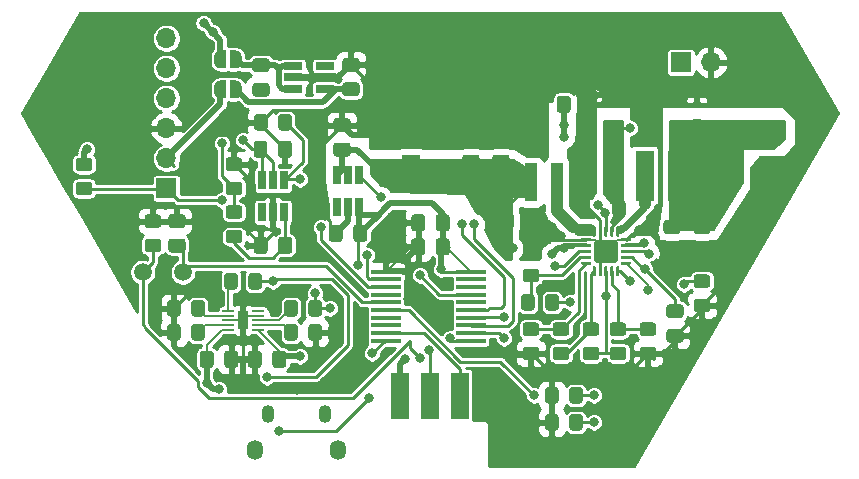
<source format=gbl>
G04 #@! TF.GenerationSoftware,KiCad,Pcbnew,(5.1.6)-1*
G04 #@! TF.CreationDate,2021-01-14T13:32:54+01:00*
G04 #@! TF.ProjectId,Power_module_v1,506f7765-725f-46d6-9f64-756c655f7631,rev?*
G04 #@! TF.SameCoordinates,Original*
G04 #@! TF.FileFunction,Copper,L2,Bot*
G04 #@! TF.FilePolarity,Positive*
%FSLAX46Y46*%
G04 Gerber Fmt 4.6, Leading zero omitted, Abs format (unit mm)*
G04 Created by KiCad (PCBNEW (5.1.6)-1) date 2021-01-14 13:32:54*
%MOMM*%
%LPD*%
G01*
G04 APERTURE LIST*
G04 #@! TA.AperFunction,SMDPad,CuDef*
%ADD10R,0.700000X0.600000*%
G04 #@! TD*
G04 #@! TA.AperFunction,ComponentPad*
%ADD11R,1.700000X1.700000*%
G04 #@! TD*
G04 #@! TA.AperFunction,ComponentPad*
%ADD12O,1.700000X1.700000*%
G04 #@! TD*
G04 #@! TA.AperFunction,SMDPad,CuDef*
%ADD13R,1.000000X0.200000*%
G04 #@! TD*
G04 #@! TA.AperFunction,SMDPad,CuDef*
%ADD14R,0.900000X1.500000*%
G04 #@! TD*
G04 #@! TA.AperFunction,ComponentPad*
%ADD15O,1.350000X1.700000*%
G04 #@! TD*
G04 #@! TA.AperFunction,ComponentPad*
%ADD16O,1.100000X1.500000*%
G04 #@! TD*
G04 #@! TA.AperFunction,SMDPad,CuDef*
%ADD17C,0.150000*%
G04 #@! TD*
G04 #@! TA.AperFunction,SMDPad,CuDef*
%ADD18R,1.600000X4.300000*%
G04 #@! TD*
G04 #@! TA.AperFunction,SMDPad,CuDef*
%ADD19R,1.000000X3.200000*%
G04 #@! TD*
G04 #@! TA.AperFunction,SMDPad,CuDef*
%ADD20R,0.650000X1.560000*%
G04 #@! TD*
G04 #@! TA.AperFunction,SMDPad,CuDef*
%ADD21R,1.560000X0.650000*%
G04 #@! TD*
G04 #@! TA.AperFunction,SMDPad,CuDef*
%ADD22R,2.500000X0.450000*%
G04 #@! TD*
G04 #@! TA.AperFunction,SMDPad,CuDef*
%ADD23R,1.524000X4.000000*%
G04 #@! TD*
G04 #@! TA.AperFunction,ComponentPad*
%ADD24R,1.600000X1.600000*%
G04 #@! TD*
G04 #@! TA.AperFunction,ComponentPad*
%ADD25C,1.600000*%
G04 #@! TD*
G04 #@! TA.AperFunction,ComponentPad*
%ADD26C,1.500000*%
G04 #@! TD*
G04 #@! TA.AperFunction,ViaPad*
%ADD27C,0.800000*%
G04 #@! TD*
G04 #@! TA.AperFunction,ViaPad*
%ADD28C,0.400000*%
G04 #@! TD*
G04 #@! TA.AperFunction,Conductor*
%ADD29C,0.254000*%
G04 #@! TD*
G04 #@! TA.AperFunction,Conductor*
%ADD30C,0.200000*%
G04 #@! TD*
G04 #@! TA.AperFunction,Conductor*
%ADD31C,0.250000*%
G04 #@! TD*
G04 #@! TA.AperFunction,Conductor*
%ADD32C,0.500000*%
G04 #@! TD*
G04 #@! TA.AperFunction,Conductor*
%ADD33C,1.000000*%
G04 #@! TD*
G04 #@! TA.AperFunction,Conductor*
%ADD34C,0.300000*%
G04 #@! TD*
G04 APERTURE END LIST*
D10*
X145100000Y-78700000D03*
X145100000Y-77300000D03*
G04 #@! TA.AperFunction,SMDPad,CuDef*
G36*
G01*
X107139000Y-92652001D02*
X107139000Y-91751999D01*
G75*
G02*
X107388999Y-91502000I249999J0D01*
G01*
X108039001Y-91502000D01*
G75*
G02*
X108289000Y-91751999I0J-249999D01*
G01*
X108289000Y-92652001D01*
G75*
G02*
X108039001Y-92902000I-249999J0D01*
G01*
X107388999Y-92902000D01*
G75*
G02*
X107139000Y-92652001I0J249999D01*
G01*
G37*
G04 #@! TD.AperFunction*
G04 #@! TA.AperFunction,SMDPad,CuDef*
G36*
G01*
X105089000Y-92652001D02*
X105089000Y-91751999D01*
G75*
G02*
X105338999Y-91502000I249999J0D01*
G01*
X105989001Y-91502000D01*
G75*
G02*
X106239000Y-91751999I0J-249999D01*
G01*
X106239000Y-92652001D01*
G75*
G02*
X105989001Y-92902000I-249999J0D01*
G01*
X105338999Y-92902000D01*
G75*
G02*
X105089000Y-92652001I0J249999D01*
G01*
G37*
G04 #@! TD.AperFunction*
G04 #@! TA.AperFunction,SMDPad,CuDef*
G36*
G01*
X112219000Y-94938001D02*
X112219000Y-94037999D01*
G75*
G02*
X112468999Y-93788000I249999J0D01*
G01*
X113119001Y-93788000D01*
G75*
G02*
X113369000Y-94037999I0J-249999D01*
G01*
X113369000Y-94938001D01*
G75*
G02*
X113119001Y-95188000I-249999J0D01*
G01*
X112468999Y-95188000D01*
G75*
G02*
X112219000Y-94938001I0J249999D01*
G01*
G37*
G04 #@! TD.AperFunction*
G04 #@! TA.AperFunction,SMDPad,CuDef*
G36*
G01*
X110169000Y-94938001D02*
X110169000Y-94037999D01*
G75*
G02*
X110418999Y-93788000I249999J0D01*
G01*
X111069001Y-93788000D01*
G75*
G02*
X111319000Y-94037999I0J-249999D01*
G01*
X111319000Y-94938001D01*
G75*
G02*
X111069001Y-95188000I-249999J0D01*
G01*
X110418999Y-95188000D01*
G75*
G02*
X110169000Y-94938001I0J249999D01*
G01*
G37*
G04 #@! TD.AperFunction*
D11*
X150876000Y-80010000D03*
D12*
X150876000Y-82550000D03*
G04 #@! TA.AperFunction,SMDPad,CuDef*
G36*
G01*
X136456000Y-81567000D02*
X136456000Y-82517000D01*
G75*
G02*
X136206000Y-82767000I-250000J0D01*
G01*
X135531000Y-82767000D01*
G75*
G02*
X135281000Y-82517000I0J250000D01*
G01*
X135281000Y-81567000D01*
G75*
G02*
X135531000Y-81317000I250000J0D01*
G01*
X136206000Y-81317000D01*
G75*
G02*
X136456000Y-81567000I0J-250000D01*
G01*
G37*
G04 #@! TD.AperFunction*
G04 #@! TA.AperFunction,SMDPad,CuDef*
G36*
G01*
X138531000Y-81567000D02*
X138531000Y-82517000D01*
G75*
G02*
X138281000Y-82767000I-250000J0D01*
G01*
X137606000Y-82767000D01*
G75*
G02*
X137356000Y-82517000I0J250000D01*
G01*
X137356000Y-81567000D01*
G75*
G02*
X137606000Y-81317000I250000J0D01*
G01*
X138281000Y-81317000D01*
G75*
G02*
X138531000Y-81567000I0J-250000D01*
G01*
G37*
G04 #@! TD.AperFunction*
G04 #@! TA.AperFunction,SMDPad,CuDef*
G36*
G01*
X142781000Y-96229500D02*
X143731000Y-96229500D01*
G75*
G02*
X143981000Y-96479500I0J-250000D01*
G01*
X143981000Y-97154500D01*
G75*
G02*
X143731000Y-97404500I-250000J0D01*
G01*
X142781000Y-97404500D01*
G75*
G02*
X142531000Y-97154500I0J250000D01*
G01*
X142531000Y-96479500D01*
G75*
G02*
X142781000Y-96229500I250000J0D01*
G01*
G37*
G04 #@! TD.AperFunction*
G04 #@! TA.AperFunction,SMDPad,CuDef*
G36*
G01*
X142781000Y-94154500D02*
X143731000Y-94154500D01*
G75*
G02*
X143981000Y-94404500I0J-250000D01*
G01*
X143981000Y-95079500D01*
G75*
G02*
X143731000Y-95329500I-250000J0D01*
G01*
X142781000Y-95329500D01*
G75*
G02*
X142531000Y-95079500I0J250000D01*
G01*
X142531000Y-94404500D01*
G75*
G02*
X142781000Y-94154500I250000J0D01*
G01*
G37*
G04 #@! TD.AperFunction*
G04 #@! TA.AperFunction,SMDPad,CuDef*
G36*
G01*
X126459000Y-80576000D02*
X125509000Y-80576000D01*
G75*
G02*
X125259000Y-80326000I0J250000D01*
G01*
X125259000Y-79651000D01*
G75*
G02*
X125509000Y-79401000I250000J0D01*
G01*
X126459000Y-79401000D01*
G75*
G02*
X126709000Y-79651000I0J-250000D01*
G01*
X126709000Y-80326000D01*
G75*
G02*
X126459000Y-80576000I-250000J0D01*
G01*
G37*
G04 #@! TD.AperFunction*
G04 #@! TA.AperFunction,SMDPad,CuDef*
G36*
G01*
X126459000Y-82651000D02*
X125509000Y-82651000D01*
G75*
G02*
X125259000Y-82401000I0J250000D01*
G01*
X125259000Y-81726000D01*
G75*
G02*
X125509000Y-81476000I250000J0D01*
G01*
X126459000Y-81476000D01*
G75*
G02*
X126709000Y-81726000I0J-250000D01*
G01*
X126709000Y-82401000D01*
G75*
G02*
X126459000Y-82651000I-250000J0D01*
G01*
G37*
G04 #@! TD.AperFunction*
G04 #@! TA.AperFunction,SMDPad,CuDef*
G36*
G01*
X142527000Y-89096000D02*
X143477000Y-89096000D01*
G75*
G02*
X143727000Y-89346000I0J-250000D01*
G01*
X143727000Y-90021000D01*
G75*
G02*
X143477000Y-90271000I-250000J0D01*
G01*
X142527000Y-90271000D01*
G75*
G02*
X142277000Y-90021000I0J250000D01*
G01*
X142277000Y-89346000D01*
G75*
G02*
X142527000Y-89096000I250000J0D01*
G01*
G37*
G04 #@! TD.AperFunction*
G04 #@! TA.AperFunction,SMDPad,CuDef*
G36*
G01*
X142527000Y-87021000D02*
X143477000Y-87021000D01*
G75*
G02*
X143727000Y-87271000I0J-250000D01*
G01*
X143727000Y-87946000D01*
G75*
G02*
X143477000Y-88196000I-250000J0D01*
G01*
X142527000Y-88196000D01*
G75*
G02*
X142277000Y-87946000I0J250000D01*
G01*
X142277000Y-87271000D01*
G75*
G02*
X142527000Y-87021000I250000J0D01*
G01*
G37*
G04 #@! TD.AperFunction*
G04 #@! TA.AperFunction,SMDPad,CuDef*
G36*
G01*
X136456000Y-84107000D02*
X136456000Y-85057000D01*
G75*
G02*
X136206000Y-85307000I-250000J0D01*
G01*
X135531000Y-85307000D01*
G75*
G02*
X135281000Y-85057000I0J250000D01*
G01*
X135281000Y-84107000D01*
G75*
G02*
X135531000Y-83857000I250000J0D01*
G01*
X136206000Y-83857000D01*
G75*
G02*
X136456000Y-84107000I0J-250000D01*
G01*
G37*
G04 #@! TD.AperFunction*
G04 #@! TA.AperFunction,SMDPad,CuDef*
G36*
G01*
X138531000Y-84107000D02*
X138531000Y-85057000D01*
G75*
G02*
X138281000Y-85307000I-250000J0D01*
G01*
X137606000Y-85307000D01*
G75*
G02*
X137356000Y-85057000I0J250000D01*
G01*
X137356000Y-84107000D01*
G75*
G02*
X137606000Y-83857000I250000J0D01*
G01*
X138281000Y-83857000D01*
G75*
G02*
X138531000Y-84107000I0J-250000D01*
G01*
G37*
G04 #@! TD.AperFunction*
G04 #@! TA.AperFunction,SMDPad,CuDef*
G36*
G01*
X122996000Y-89756000D02*
X122996000Y-88806000D01*
G75*
G02*
X123246000Y-88556000I250000J0D01*
G01*
X123921000Y-88556000D01*
G75*
G02*
X124171000Y-88806000I0J-250000D01*
G01*
X124171000Y-89756000D01*
G75*
G02*
X123921000Y-90006000I-250000J0D01*
G01*
X123246000Y-90006000D01*
G75*
G02*
X122996000Y-89756000I0J250000D01*
G01*
G37*
G04 #@! TD.AperFunction*
G04 #@! TA.AperFunction,SMDPad,CuDef*
G36*
G01*
X120921000Y-89756000D02*
X120921000Y-88806000D01*
G75*
G02*
X121171000Y-88556000I250000J0D01*
G01*
X121846000Y-88556000D01*
G75*
G02*
X122096000Y-88806000I0J-250000D01*
G01*
X122096000Y-89756000D01*
G75*
G02*
X121846000Y-90006000I-250000J0D01*
G01*
X121171000Y-90006000D01*
G75*
G02*
X120921000Y-89756000I0J250000D01*
G01*
G37*
G04 #@! TD.AperFunction*
G04 #@! TA.AperFunction,SMDPad,CuDef*
G36*
G01*
X123005000Y-87724000D02*
X123005000Y-86774000D01*
G75*
G02*
X123255000Y-86524000I250000J0D01*
G01*
X123930000Y-86524000D01*
G75*
G02*
X124180000Y-86774000I0J-250000D01*
G01*
X124180000Y-87724000D01*
G75*
G02*
X123930000Y-87974000I-250000J0D01*
G01*
X123255000Y-87974000D01*
G75*
G02*
X123005000Y-87724000I0J250000D01*
G01*
G37*
G04 #@! TD.AperFunction*
G04 #@! TA.AperFunction,SMDPad,CuDef*
G36*
G01*
X120930000Y-87724000D02*
X120930000Y-86774000D01*
G75*
G02*
X121180000Y-86524000I250000J0D01*
G01*
X121855000Y-86524000D01*
G75*
G02*
X122105000Y-86774000I0J-250000D01*
G01*
X122105000Y-87724000D01*
G75*
G02*
X121855000Y-87974000I-250000J0D01*
G01*
X121180000Y-87974000D01*
G75*
G02*
X120930000Y-87724000I0J250000D01*
G01*
G37*
G04 #@! TD.AperFunction*
G04 #@! TA.AperFunction,SMDPad,CuDef*
G36*
G01*
X109648500Y-81501000D02*
X109648500Y-80551000D01*
G75*
G02*
X109898500Y-80301000I250000J0D01*
G01*
X110573500Y-80301000D01*
G75*
G02*
X110823500Y-80551000I0J-250000D01*
G01*
X110823500Y-81501000D01*
G75*
G02*
X110573500Y-81751000I-250000J0D01*
G01*
X109898500Y-81751000D01*
G75*
G02*
X109648500Y-81501000I0J250000D01*
G01*
G37*
G04 #@! TD.AperFunction*
G04 #@! TA.AperFunction,SMDPad,CuDef*
G36*
G01*
X107573500Y-81501000D02*
X107573500Y-80551000D01*
G75*
G02*
X107823500Y-80301000I250000J0D01*
G01*
X108498500Y-80301000D01*
G75*
G02*
X108748500Y-80551000I0J-250000D01*
G01*
X108748500Y-81501000D01*
G75*
G02*
X108498500Y-81751000I-250000J0D01*
G01*
X107823500Y-81751000D01*
G75*
G02*
X107573500Y-81501000I0J250000D01*
G01*
G37*
G04 #@! TD.AperFunction*
G04 #@! TA.AperFunction,SMDPad,CuDef*
G36*
G01*
X115537000Y-79560000D02*
X114587000Y-79560000D01*
G75*
G02*
X114337000Y-79310000I0J250000D01*
G01*
X114337000Y-78635000D01*
G75*
G02*
X114587000Y-78385000I250000J0D01*
G01*
X115537000Y-78385000D01*
G75*
G02*
X115787000Y-78635000I0J-250000D01*
G01*
X115787000Y-79310000D01*
G75*
G02*
X115537000Y-79560000I-250000J0D01*
G01*
G37*
G04 #@! TD.AperFunction*
G04 #@! TA.AperFunction,SMDPad,CuDef*
G36*
G01*
X115537000Y-81635000D02*
X114587000Y-81635000D01*
G75*
G02*
X114337000Y-81385000I0J250000D01*
G01*
X114337000Y-80710000D01*
G75*
G02*
X114587000Y-80460000I250000J0D01*
G01*
X115537000Y-80460000D01*
G75*
G02*
X115787000Y-80710000I0J-250000D01*
G01*
X115787000Y-81385000D01*
G75*
G02*
X115537000Y-81635000I-250000J0D01*
G01*
G37*
G04 #@! TD.AperFunction*
G04 #@! TA.AperFunction,SMDPad,CuDef*
G36*
G01*
X108770000Y-88679000D02*
X108770000Y-89629000D01*
G75*
G02*
X108520000Y-89879000I-250000J0D01*
G01*
X107845000Y-89879000D01*
G75*
G02*
X107595000Y-89629000I0J250000D01*
G01*
X107595000Y-88679000D01*
G75*
G02*
X107845000Y-88429000I250000J0D01*
G01*
X108520000Y-88429000D01*
G75*
G02*
X108770000Y-88679000I0J-250000D01*
G01*
G37*
G04 #@! TD.AperFunction*
G04 #@! TA.AperFunction,SMDPad,CuDef*
G36*
G01*
X110845000Y-88679000D02*
X110845000Y-89629000D01*
G75*
G02*
X110595000Y-89879000I-250000J0D01*
G01*
X109920000Y-89879000D01*
G75*
G02*
X109670000Y-89629000I0J250000D01*
G01*
X109670000Y-88679000D01*
G75*
G02*
X109920000Y-88429000I250000J0D01*
G01*
X110595000Y-88429000D01*
G75*
G02*
X110845000Y-88679000I0J-250000D01*
G01*
G37*
G04 #@! TD.AperFunction*
G04 #@! TA.AperFunction,SMDPad,CuDef*
G36*
G01*
X101567000Y-87688000D02*
X100617000Y-87688000D01*
G75*
G02*
X100367000Y-87438000I0J250000D01*
G01*
X100367000Y-86763000D01*
G75*
G02*
X100617000Y-86513000I250000J0D01*
G01*
X101567000Y-86513000D01*
G75*
G02*
X101817000Y-86763000I0J-250000D01*
G01*
X101817000Y-87438000D01*
G75*
G02*
X101567000Y-87688000I-250000J0D01*
G01*
G37*
G04 #@! TD.AperFunction*
G04 #@! TA.AperFunction,SMDPad,CuDef*
G36*
G01*
X101567000Y-89763000D02*
X100617000Y-89763000D01*
G75*
G02*
X100367000Y-89513000I0J250000D01*
G01*
X100367000Y-88838000D01*
G75*
G02*
X100617000Y-88588000I250000J0D01*
G01*
X101567000Y-88588000D01*
G75*
G02*
X101817000Y-88838000I0J-250000D01*
G01*
X101817000Y-89513000D01*
G75*
G02*
X101567000Y-89763000I-250000J0D01*
G01*
G37*
G04 #@! TD.AperFunction*
G04 #@! TA.AperFunction,SMDPad,CuDef*
G36*
G01*
X115120000Y-87663000D02*
X115120000Y-88613000D01*
G75*
G02*
X114870000Y-88863000I-250000J0D01*
G01*
X114195000Y-88863000D01*
G75*
G02*
X113945000Y-88613000I0J250000D01*
G01*
X113945000Y-87663000D01*
G75*
G02*
X114195000Y-87413000I250000J0D01*
G01*
X114870000Y-87413000D01*
G75*
G02*
X115120000Y-87663000I0J-250000D01*
G01*
G37*
G04 #@! TD.AperFunction*
G04 #@! TA.AperFunction,SMDPad,CuDef*
G36*
G01*
X117195000Y-87663000D02*
X117195000Y-88613000D01*
G75*
G02*
X116945000Y-88863000I-250000J0D01*
G01*
X116270000Y-88863000D01*
G75*
G02*
X116020000Y-88613000I0J250000D01*
G01*
X116020000Y-87663000D01*
G75*
G02*
X116270000Y-87413000I250000J0D01*
G01*
X116945000Y-87413000D01*
G75*
G02*
X117195000Y-87663000I0J-250000D01*
G01*
G37*
G04 #@! TD.AperFunction*
G04 #@! TA.AperFunction,SMDPad,CuDef*
G36*
G01*
X108262000Y-98331000D02*
X108262000Y-99281000D01*
G75*
G02*
X108012000Y-99531000I-250000J0D01*
G01*
X107337000Y-99531000D01*
G75*
G02*
X107087000Y-99281000I0J250000D01*
G01*
X107087000Y-98331000D01*
G75*
G02*
X107337000Y-98081000I250000J0D01*
G01*
X108012000Y-98081000D01*
G75*
G02*
X108262000Y-98331000I0J-250000D01*
G01*
G37*
G04 #@! TD.AperFunction*
G04 #@! TA.AperFunction,SMDPad,CuDef*
G36*
G01*
X110337000Y-98331000D02*
X110337000Y-99281000D01*
G75*
G02*
X110087000Y-99531000I-250000J0D01*
G01*
X109412000Y-99531000D01*
G75*
G02*
X109162000Y-99281000I0J250000D01*
G01*
X109162000Y-98331000D01*
G75*
G02*
X109412000Y-98081000I250000J0D01*
G01*
X110087000Y-98081000D01*
G75*
G02*
X110337000Y-98331000I0J-250000D01*
G01*
G37*
G04 #@! TD.AperFunction*
G04 #@! TA.AperFunction,SMDPad,CuDef*
G36*
G01*
X116299000Y-74458500D02*
X115349000Y-74458500D01*
G75*
G02*
X115099000Y-74208500I0J250000D01*
G01*
X115099000Y-73533500D01*
G75*
G02*
X115349000Y-73283500I250000J0D01*
G01*
X116299000Y-73283500D01*
G75*
G02*
X116549000Y-73533500I0J-250000D01*
G01*
X116549000Y-74208500D01*
G75*
G02*
X116299000Y-74458500I-250000J0D01*
G01*
G37*
G04 #@! TD.AperFunction*
G04 #@! TA.AperFunction,SMDPad,CuDef*
G36*
G01*
X116299000Y-76533500D02*
X115349000Y-76533500D01*
G75*
G02*
X115099000Y-76283500I0J250000D01*
G01*
X115099000Y-75608500D01*
G75*
G02*
X115349000Y-75358500I250000J0D01*
G01*
X116299000Y-75358500D01*
G75*
G02*
X116549000Y-75608500I0J-250000D01*
G01*
X116549000Y-76283500D01*
G75*
G02*
X116299000Y-76533500I-250000J0D01*
G01*
G37*
G04 #@! TD.AperFunction*
G04 #@! TA.AperFunction,SMDPad,CuDef*
G36*
G01*
X107729000Y-75401500D02*
X108679000Y-75401500D01*
G75*
G02*
X108929000Y-75651500I0J-250000D01*
G01*
X108929000Y-76326500D01*
G75*
G02*
X108679000Y-76576500I-250000J0D01*
G01*
X107729000Y-76576500D01*
G75*
G02*
X107479000Y-76326500I0J250000D01*
G01*
X107479000Y-75651500D01*
G75*
G02*
X107729000Y-75401500I250000J0D01*
G01*
G37*
G04 #@! TD.AperFunction*
G04 #@! TA.AperFunction,SMDPad,CuDef*
G36*
G01*
X107729000Y-73326500D02*
X108679000Y-73326500D01*
G75*
G02*
X108929000Y-73576500I0J-250000D01*
G01*
X108929000Y-74251500D01*
G75*
G02*
X108679000Y-74501500I-250000J0D01*
G01*
X107729000Y-74501500D01*
G75*
G02*
X107479000Y-74251500I0J250000D01*
G01*
X107479000Y-73576500D01*
G75*
G02*
X107729000Y-73326500I250000J0D01*
G01*
G37*
G04 #@! TD.AperFunction*
G04 #@! TA.AperFunction,SMDPad,CuDef*
G36*
G01*
X105098000Y-99281000D02*
X105098000Y-98331000D01*
G75*
G02*
X105348000Y-98081000I250000J0D01*
G01*
X106023000Y-98081000D01*
G75*
G02*
X106273000Y-98331000I0J-250000D01*
G01*
X106273000Y-99281000D01*
G75*
G02*
X106023000Y-99531000I-250000J0D01*
G01*
X105348000Y-99531000D01*
G75*
G02*
X105098000Y-99281000I0J250000D01*
G01*
G37*
G04 #@! TD.AperFunction*
G04 #@! TA.AperFunction,SMDPad,CuDef*
G36*
G01*
X103023000Y-99281000D02*
X103023000Y-98331000D01*
G75*
G02*
X103273000Y-98081000I250000J0D01*
G01*
X103948000Y-98081000D01*
G75*
G02*
X104198000Y-98331000I0J-250000D01*
G01*
X104198000Y-99281000D01*
G75*
G02*
X103948000Y-99531000I-250000J0D01*
G01*
X103273000Y-99531000D01*
G75*
G02*
X103023000Y-99281000I0J250000D01*
G01*
G37*
G04 #@! TD.AperFunction*
G04 #@! TA.AperFunction,SMDPad,CuDef*
G36*
G01*
X128423000Y-87597000D02*
X128423000Y-86647000D01*
G75*
G02*
X128673000Y-86397000I250000J0D01*
G01*
X129348000Y-86397000D01*
G75*
G02*
X129598000Y-86647000I0J-250000D01*
G01*
X129598000Y-87597000D01*
G75*
G02*
X129348000Y-87847000I-250000J0D01*
G01*
X128673000Y-87847000D01*
G75*
G02*
X128423000Y-87597000I0J250000D01*
G01*
G37*
G04 #@! TD.AperFunction*
G04 #@! TA.AperFunction,SMDPad,CuDef*
G36*
G01*
X130498000Y-87597000D02*
X130498000Y-86647000D01*
G75*
G02*
X130748000Y-86397000I250000J0D01*
G01*
X131423000Y-86397000D01*
G75*
G02*
X131673000Y-86647000I0J-250000D01*
G01*
X131673000Y-87597000D01*
G75*
G02*
X131423000Y-87847000I-250000J0D01*
G01*
X130748000Y-87847000D01*
G75*
G02*
X130498000Y-87597000I0J250000D01*
G01*
G37*
G04 #@! TD.AperFunction*
G04 #@! TA.AperFunction,SMDPad,CuDef*
G36*
G01*
X145067000Y-87021000D02*
X146017000Y-87021000D01*
G75*
G02*
X146267000Y-87271000I0J-250000D01*
G01*
X146267000Y-87946000D01*
G75*
G02*
X146017000Y-88196000I-250000J0D01*
G01*
X145067000Y-88196000D01*
G75*
G02*
X144817000Y-87946000I0J250000D01*
G01*
X144817000Y-87271000D01*
G75*
G02*
X145067000Y-87021000I250000J0D01*
G01*
G37*
G04 #@! TD.AperFunction*
G04 #@! TA.AperFunction,SMDPad,CuDef*
G36*
G01*
X145067000Y-89096000D02*
X146017000Y-89096000D01*
G75*
G02*
X146267000Y-89346000I0J-250000D01*
G01*
X146267000Y-90021000D01*
G75*
G02*
X146017000Y-90271000I-250000J0D01*
G01*
X145067000Y-90271000D01*
G75*
G02*
X144817000Y-90021000I0J250000D01*
G01*
X144817000Y-89346000D01*
G75*
G02*
X145067000Y-89096000I250000J0D01*
G01*
G37*
G04 #@! TD.AperFunction*
G04 #@! TA.AperFunction,SMDPad,CuDef*
G36*
G01*
X136456000Y-79027000D02*
X136456000Y-79977000D01*
G75*
G02*
X136206000Y-80227000I-250000J0D01*
G01*
X135531000Y-80227000D01*
G75*
G02*
X135281000Y-79977000I0J250000D01*
G01*
X135281000Y-79027000D01*
G75*
G02*
X135531000Y-78777000I250000J0D01*
G01*
X136206000Y-78777000D01*
G75*
G02*
X136456000Y-79027000I0J-250000D01*
G01*
G37*
G04 #@! TD.AperFunction*
G04 #@! TA.AperFunction,SMDPad,CuDef*
G36*
G01*
X138531000Y-79027000D02*
X138531000Y-79977000D01*
G75*
G02*
X138281000Y-80227000I-250000J0D01*
G01*
X137606000Y-80227000D01*
G75*
G02*
X137356000Y-79977000I0J250000D01*
G01*
X137356000Y-79027000D01*
G75*
G02*
X137606000Y-78777000I250000J0D01*
G01*
X138281000Y-78777000D01*
G75*
G02*
X138531000Y-79027000I0J-250000D01*
G01*
G37*
G04 #@! TD.AperFunction*
G04 #@! TA.AperFunction,SMDPad,CuDef*
G36*
G01*
X135324000Y-77691000D02*
X135324000Y-76741000D01*
G75*
G02*
X135574000Y-76491000I250000J0D01*
G01*
X136249000Y-76491000D01*
G75*
G02*
X136499000Y-76741000I0J-250000D01*
G01*
X136499000Y-77691000D01*
G75*
G02*
X136249000Y-77941000I-250000J0D01*
G01*
X135574000Y-77941000D01*
G75*
G02*
X135324000Y-77691000I0J250000D01*
G01*
G37*
G04 #@! TD.AperFunction*
G04 #@! TA.AperFunction,SMDPad,CuDef*
G36*
G01*
X133249000Y-77691000D02*
X133249000Y-76741000D01*
G75*
G02*
X133499000Y-76491000I250000J0D01*
G01*
X134174000Y-76491000D01*
G75*
G02*
X134424000Y-76741000I0J-250000D01*
G01*
X134424000Y-77691000D01*
G75*
G02*
X134174000Y-77941000I-250000J0D01*
G01*
X133499000Y-77941000D01*
G75*
G02*
X133249000Y-77691000I0J250000D01*
G01*
G37*
G04 #@! TD.AperFunction*
G04 #@! TA.AperFunction,SMDPad,CuDef*
G36*
G01*
X128999000Y-80576000D02*
X128049000Y-80576000D01*
G75*
G02*
X127799000Y-80326000I0J250000D01*
G01*
X127799000Y-79651000D01*
G75*
G02*
X128049000Y-79401000I250000J0D01*
G01*
X128999000Y-79401000D01*
G75*
G02*
X129249000Y-79651000I0J-250000D01*
G01*
X129249000Y-80326000D01*
G75*
G02*
X128999000Y-80576000I-250000J0D01*
G01*
G37*
G04 #@! TD.AperFunction*
G04 #@! TA.AperFunction,SMDPad,CuDef*
G36*
G01*
X128999000Y-82651000D02*
X128049000Y-82651000D01*
G75*
G02*
X127799000Y-82401000I0J250000D01*
G01*
X127799000Y-81726000D01*
G75*
G02*
X128049000Y-81476000I250000J0D01*
G01*
X128999000Y-81476000D01*
G75*
G02*
X129249000Y-81726000I0J-250000D01*
G01*
X129249000Y-82401000D01*
G75*
G02*
X128999000Y-82651000I-250000J0D01*
G01*
G37*
G04 #@! TD.AperFunction*
D13*
X105430000Y-96304000D03*
X105430000Y-95904000D03*
X105430000Y-95504000D03*
X105430000Y-95104000D03*
X105430000Y-94704000D03*
X107930000Y-94704000D03*
X107930000Y-95104000D03*
X107930000Y-95504000D03*
X107930000Y-95904000D03*
X107930000Y-96304000D03*
D14*
X106680000Y-95504000D03*
D15*
X114688900Y-106476740D03*
D16*
X108768900Y-103476740D03*
X113608900Y-103476740D03*
D15*
X107688900Y-106476740D03*
D12*
X146304000Y-73660000D03*
D11*
X143764000Y-73660000D03*
D12*
X100203000Y-71628000D03*
X100203000Y-74168000D03*
X100203000Y-76708000D03*
X100203000Y-79248000D03*
X100203000Y-81788000D03*
D11*
X100203000Y-84328000D03*
G04 #@! TA.AperFunction,SMDPad,CuDef*
D17*
G36*
X105260000Y-74156000D02*
G01*
X104760000Y-74156000D01*
X104760000Y-74155398D01*
X104735466Y-74155398D01*
X104686635Y-74150588D01*
X104638510Y-74141016D01*
X104591555Y-74126772D01*
X104546222Y-74107995D01*
X104502949Y-74084864D01*
X104462150Y-74057604D01*
X104424221Y-74026476D01*
X104389524Y-73991779D01*
X104358396Y-73953850D01*
X104331136Y-73913051D01*
X104308005Y-73869778D01*
X104289228Y-73824445D01*
X104274984Y-73777490D01*
X104265412Y-73729365D01*
X104260602Y-73680534D01*
X104260602Y-73656000D01*
X104260000Y-73656000D01*
X104260000Y-73156000D01*
X104260602Y-73156000D01*
X104260602Y-73131466D01*
X104265412Y-73082635D01*
X104274984Y-73034510D01*
X104289228Y-72987555D01*
X104308005Y-72942222D01*
X104331136Y-72898949D01*
X104358396Y-72858150D01*
X104389524Y-72820221D01*
X104424221Y-72785524D01*
X104462150Y-72754396D01*
X104502949Y-72727136D01*
X104546222Y-72704005D01*
X104591555Y-72685228D01*
X104638510Y-72670984D01*
X104686635Y-72661412D01*
X104735466Y-72656602D01*
X104760000Y-72656602D01*
X104760000Y-72656000D01*
X105260000Y-72656000D01*
X105260000Y-74156000D01*
G37*
G04 #@! TD.AperFunction*
G04 #@! TA.AperFunction,SMDPad,CuDef*
G36*
X106060000Y-72656602D02*
G01*
X106084534Y-72656602D01*
X106133365Y-72661412D01*
X106181490Y-72670984D01*
X106228445Y-72685228D01*
X106273778Y-72704005D01*
X106317051Y-72727136D01*
X106357850Y-72754396D01*
X106395779Y-72785524D01*
X106430476Y-72820221D01*
X106461604Y-72858150D01*
X106488864Y-72898949D01*
X106511995Y-72942222D01*
X106530772Y-72987555D01*
X106545016Y-73034510D01*
X106554588Y-73082635D01*
X106559398Y-73131466D01*
X106559398Y-73156000D01*
X106560000Y-73156000D01*
X106560000Y-73656000D01*
X106559398Y-73656000D01*
X106559398Y-73680534D01*
X106554588Y-73729365D01*
X106545016Y-73777490D01*
X106530772Y-73824445D01*
X106511995Y-73869778D01*
X106488864Y-73913051D01*
X106461604Y-73953850D01*
X106430476Y-73991779D01*
X106395779Y-74026476D01*
X106357850Y-74057604D01*
X106317051Y-74084864D01*
X106273778Y-74107995D01*
X106228445Y-74126772D01*
X106181490Y-74141016D01*
X106133365Y-74150588D01*
X106084534Y-74155398D01*
X106060000Y-74155398D01*
X106060000Y-74156000D01*
X105560000Y-74156000D01*
X105560000Y-72656000D01*
X106060000Y-72656000D01*
X106060000Y-72656602D01*
G37*
G04 #@! TD.AperFunction*
G04 #@! TA.AperFunction,SMDPad,CuDef*
G36*
X106060000Y-75196602D02*
G01*
X106084534Y-75196602D01*
X106133365Y-75201412D01*
X106181490Y-75210984D01*
X106228445Y-75225228D01*
X106273778Y-75244005D01*
X106317051Y-75267136D01*
X106357850Y-75294396D01*
X106395779Y-75325524D01*
X106430476Y-75360221D01*
X106461604Y-75398150D01*
X106488864Y-75438949D01*
X106511995Y-75482222D01*
X106530772Y-75527555D01*
X106545016Y-75574510D01*
X106554588Y-75622635D01*
X106559398Y-75671466D01*
X106559398Y-75696000D01*
X106560000Y-75696000D01*
X106560000Y-76196000D01*
X106559398Y-76196000D01*
X106559398Y-76220534D01*
X106554588Y-76269365D01*
X106545016Y-76317490D01*
X106530772Y-76364445D01*
X106511995Y-76409778D01*
X106488864Y-76453051D01*
X106461604Y-76493850D01*
X106430476Y-76531779D01*
X106395779Y-76566476D01*
X106357850Y-76597604D01*
X106317051Y-76624864D01*
X106273778Y-76647995D01*
X106228445Y-76666772D01*
X106181490Y-76681016D01*
X106133365Y-76690588D01*
X106084534Y-76695398D01*
X106060000Y-76695398D01*
X106060000Y-76696000D01*
X105560000Y-76696000D01*
X105560000Y-75196000D01*
X106060000Y-75196000D01*
X106060000Y-75196602D01*
G37*
G04 #@! TD.AperFunction*
G04 #@! TA.AperFunction,SMDPad,CuDef*
G36*
X105260000Y-76696000D02*
G01*
X104760000Y-76696000D01*
X104760000Y-76695398D01*
X104735466Y-76695398D01*
X104686635Y-76690588D01*
X104638510Y-76681016D01*
X104591555Y-76666772D01*
X104546222Y-76647995D01*
X104502949Y-76624864D01*
X104462150Y-76597604D01*
X104424221Y-76566476D01*
X104389524Y-76531779D01*
X104358396Y-76493850D01*
X104331136Y-76453051D01*
X104308005Y-76409778D01*
X104289228Y-76364445D01*
X104274984Y-76317490D01*
X104265412Y-76269365D01*
X104260602Y-76220534D01*
X104260602Y-76196000D01*
X104260000Y-76196000D01*
X104260000Y-75696000D01*
X104260602Y-75696000D01*
X104260602Y-75671466D01*
X104265412Y-75622635D01*
X104274984Y-75574510D01*
X104289228Y-75527555D01*
X104308005Y-75482222D01*
X104331136Y-75438949D01*
X104358396Y-75398150D01*
X104389524Y-75360221D01*
X104424221Y-75325524D01*
X104462150Y-75294396D01*
X104502949Y-75267136D01*
X104546222Y-75244005D01*
X104591555Y-75225228D01*
X104638510Y-75210984D01*
X104686635Y-75201412D01*
X104735466Y-75196602D01*
X104760000Y-75196602D01*
X104760000Y-75196000D01*
X105260000Y-75196000D01*
X105260000Y-76696000D01*
G37*
G04 #@! TD.AperFunction*
D18*
X140716000Y-83312000D03*
X143416000Y-83312000D03*
D19*
X131064000Y-83820000D03*
X133264000Y-83820000D03*
G04 #@! TA.AperFunction,SMDPad,CuDef*
G36*
G01*
X145091999Y-91618000D02*
X145992001Y-91618000D01*
G75*
G02*
X146242000Y-91867999I0J-249999D01*
G01*
X146242000Y-92518001D01*
G75*
G02*
X145992001Y-92768000I-249999J0D01*
G01*
X145091999Y-92768000D01*
G75*
G02*
X144842000Y-92518001I0J249999D01*
G01*
X144842000Y-91867999D01*
G75*
G02*
X145091999Y-91618000I249999J0D01*
G01*
G37*
G04 #@! TD.AperFunction*
G04 #@! TA.AperFunction,SMDPad,CuDef*
G36*
G01*
X145091999Y-93668000D02*
X145992001Y-93668000D01*
G75*
G02*
X146242000Y-93917999I0J-249999D01*
G01*
X146242000Y-94568001D01*
G75*
G02*
X145992001Y-94818000I-249999J0D01*
G01*
X145091999Y-94818000D01*
G75*
G02*
X144842000Y-94568001I0J249999D01*
G01*
X144842000Y-93917999D01*
G75*
G02*
X145091999Y-93668000I249999J0D01*
G01*
G37*
G04 #@! TD.AperFunction*
G04 #@! TA.AperFunction,SMDPad,CuDef*
G36*
G01*
X101395000Y-96069999D02*
X101395000Y-96970001D01*
G75*
G02*
X101145001Y-97220000I-249999J0D01*
G01*
X100494999Y-97220000D01*
G75*
G02*
X100245000Y-96970001I0J249999D01*
G01*
X100245000Y-96069999D01*
G75*
G02*
X100494999Y-95820000I249999J0D01*
G01*
X101145001Y-95820000D01*
G75*
G02*
X101395000Y-96069999I0J-249999D01*
G01*
G37*
G04 #@! TD.AperFunction*
G04 #@! TA.AperFunction,SMDPad,CuDef*
G36*
G01*
X103445000Y-96069999D02*
X103445000Y-96970001D01*
G75*
G02*
X103195001Y-97220000I-249999J0D01*
G01*
X102544999Y-97220000D01*
G75*
G02*
X102295000Y-96970001I0J249999D01*
G01*
X102295000Y-96069999D01*
G75*
G02*
X102544999Y-95820000I249999J0D01*
G01*
X103195001Y-95820000D01*
G75*
G02*
X103445000Y-96069999I0J-249999D01*
G01*
G37*
G04 #@! TD.AperFunction*
G04 #@! TA.AperFunction,SMDPad,CuDef*
G36*
G01*
X103454000Y-94037999D02*
X103454000Y-94938001D01*
G75*
G02*
X103204001Y-95188000I-249999J0D01*
G01*
X102553999Y-95188000D01*
G75*
G02*
X102304000Y-94938001I0J249999D01*
G01*
X102304000Y-94037999D01*
G75*
G02*
X102553999Y-93788000I249999J0D01*
G01*
X103204001Y-93788000D01*
G75*
G02*
X103454000Y-94037999I0J-249999D01*
G01*
G37*
G04 #@! TD.AperFunction*
G04 #@! TA.AperFunction,SMDPad,CuDef*
G36*
G01*
X101404000Y-94037999D02*
X101404000Y-94938001D01*
G75*
G02*
X101154001Y-95188000I-249999J0D01*
G01*
X100503999Y-95188000D01*
G75*
G02*
X100254000Y-94938001I0J249999D01*
G01*
X100254000Y-94037999D01*
G75*
G02*
X100503999Y-93788000I249999J0D01*
G01*
X101154001Y-93788000D01*
G75*
G02*
X101404000Y-94037999I0J-249999D01*
G01*
G37*
G04 #@! TD.AperFunction*
G04 #@! TA.AperFunction,SMDPad,CuDef*
G36*
G01*
X110169000Y-96970001D02*
X110169000Y-96069999D01*
G75*
G02*
X110418999Y-95820000I249999J0D01*
G01*
X111069001Y-95820000D01*
G75*
G02*
X111319000Y-96069999I0J-249999D01*
G01*
X111319000Y-96970001D01*
G75*
G02*
X111069001Y-97220000I-249999J0D01*
G01*
X110418999Y-97220000D01*
G75*
G02*
X110169000Y-96970001I0J249999D01*
G01*
G37*
G04 #@! TD.AperFunction*
G04 #@! TA.AperFunction,SMDPad,CuDef*
G36*
G01*
X112219000Y-96970001D02*
X112219000Y-96069999D01*
G75*
G02*
X112468999Y-95820000I249999J0D01*
G01*
X113119001Y-95820000D01*
G75*
G02*
X113369000Y-96069999I0J-249999D01*
G01*
X113369000Y-96970001D01*
G75*
G02*
X113119001Y-97220000I-249999J0D01*
G01*
X112468999Y-97220000D01*
G75*
G02*
X112219000Y-96970001I0J249999D01*
G01*
G37*
G04 #@! TD.AperFunction*
G04 #@! TA.AperFunction,SMDPad,CuDef*
G36*
G01*
X99510001Y-89738000D02*
X98609999Y-89738000D01*
G75*
G02*
X98360000Y-89488001I0J249999D01*
G01*
X98360000Y-88837999D01*
G75*
G02*
X98609999Y-88588000I249999J0D01*
G01*
X99510001Y-88588000D01*
G75*
G02*
X99760000Y-88837999I0J-249999D01*
G01*
X99760000Y-89488001D01*
G75*
G02*
X99510001Y-89738000I-249999J0D01*
G01*
G37*
G04 #@! TD.AperFunction*
G04 #@! TA.AperFunction,SMDPad,CuDef*
G36*
G01*
X99510001Y-87688000D02*
X98609999Y-87688000D01*
G75*
G02*
X98360000Y-87438001I0J249999D01*
G01*
X98360000Y-86787999D01*
G75*
G02*
X98609999Y-86538000I249999J0D01*
G01*
X99510001Y-86538000D01*
G75*
G02*
X99760000Y-86787999I0J-249999D01*
G01*
X99760000Y-87438001D01*
G75*
G02*
X99510001Y-87688000I-249999J0D01*
G01*
G37*
G04 #@! TD.AperFunction*
G04 #@! TA.AperFunction,SMDPad,CuDef*
G36*
G01*
X106368001Y-86917000D02*
X105467999Y-86917000D01*
G75*
G02*
X105218000Y-86667001I0J249999D01*
G01*
X105218000Y-86016999D01*
G75*
G02*
X105467999Y-85767000I249999J0D01*
G01*
X106368001Y-85767000D01*
G75*
G02*
X106618000Y-86016999I0J-249999D01*
G01*
X106618000Y-86667001D01*
G75*
G02*
X106368001Y-86917000I-249999J0D01*
G01*
G37*
G04 #@! TD.AperFunction*
G04 #@! TA.AperFunction,SMDPad,CuDef*
G36*
G01*
X106368001Y-88967000D02*
X105467999Y-88967000D01*
G75*
G02*
X105218000Y-88717001I0J249999D01*
G01*
X105218000Y-88066999D01*
G75*
G02*
X105467999Y-87817000I249999J0D01*
G01*
X106368001Y-87817000D01*
G75*
G02*
X106618000Y-88066999I0J-249999D01*
G01*
X106618000Y-88717001D01*
G75*
G02*
X106368001Y-88967000I-249999J0D01*
G01*
G37*
G04 #@! TD.AperFunction*
G04 #@! TA.AperFunction,SMDPad,CuDef*
G36*
G01*
X106368001Y-84912000D02*
X105467999Y-84912000D01*
G75*
G02*
X105218000Y-84662001I0J249999D01*
G01*
X105218000Y-84011999D01*
G75*
G02*
X105467999Y-83762000I249999J0D01*
G01*
X106368001Y-83762000D01*
G75*
G02*
X106618000Y-84011999I0J-249999D01*
G01*
X106618000Y-84662001D01*
G75*
G02*
X106368001Y-84912000I-249999J0D01*
G01*
G37*
G04 #@! TD.AperFunction*
G04 #@! TA.AperFunction,SMDPad,CuDef*
G36*
G01*
X106368001Y-82862000D02*
X105467999Y-82862000D01*
G75*
G02*
X105218000Y-82612001I0J249999D01*
G01*
X105218000Y-81961999D01*
G75*
G02*
X105467999Y-81712000I249999J0D01*
G01*
X106368001Y-81712000D01*
G75*
G02*
X106618000Y-81961999I0J-249999D01*
G01*
X106618000Y-82612001D01*
G75*
G02*
X106368001Y-82862000I-249999J0D01*
G01*
G37*
G04 #@! TD.AperFunction*
G04 #@! TA.AperFunction,SMDPad,CuDef*
G36*
G01*
X92767999Y-83771000D02*
X93668001Y-83771000D01*
G75*
G02*
X93918000Y-84020999I0J-249999D01*
G01*
X93918000Y-84671001D01*
G75*
G02*
X93668001Y-84921000I-249999J0D01*
G01*
X92767999Y-84921000D01*
G75*
G02*
X92518000Y-84671001I0J249999D01*
G01*
X92518000Y-84020999D01*
G75*
G02*
X92767999Y-83771000I249999J0D01*
G01*
G37*
G04 #@! TD.AperFunction*
G04 #@! TA.AperFunction,SMDPad,CuDef*
G36*
G01*
X92767999Y-81721000D02*
X93668001Y-81721000D01*
G75*
G02*
X93918000Y-81970999I0J-249999D01*
G01*
X93918000Y-82621001D01*
G75*
G02*
X93668001Y-82871000I-249999J0D01*
G01*
X92767999Y-82871000D01*
G75*
G02*
X92518000Y-82621001I0J249999D01*
G01*
X92518000Y-81970999D01*
G75*
G02*
X92767999Y-81721000I249999J0D01*
G01*
G37*
G04 #@! TD.AperFunction*
G04 #@! TA.AperFunction,SMDPad,CuDef*
G36*
G01*
X133399000Y-103689999D02*
X133399000Y-104590001D01*
G75*
G02*
X133149001Y-104840000I-249999J0D01*
G01*
X132498999Y-104840000D01*
G75*
G02*
X132249000Y-104590001I0J249999D01*
G01*
X132249000Y-103689999D01*
G75*
G02*
X132498999Y-103440000I249999J0D01*
G01*
X133149001Y-103440000D01*
G75*
G02*
X133399000Y-103689999I0J-249999D01*
G01*
G37*
G04 #@! TD.AperFunction*
G04 #@! TA.AperFunction,SMDPad,CuDef*
G36*
G01*
X135449000Y-103689999D02*
X135449000Y-104590001D01*
G75*
G02*
X135199001Y-104840000I-249999J0D01*
G01*
X134548999Y-104840000D01*
G75*
G02*
X134299000Y-104590001I0J249999D01*
G01*
X134299000Y-103689999D01*
G75*
G02*
X134548999Y-103440000I249999J0D01*
G01*
X135199001Y-103440000D01*
G75*
G02*
X135449000Y-103689999I0J-249999D01*
G01*
G37*
G04 #@! TD.AperFunction*
G04 #@! TA.AperFunction,SMDPad,CuDef*
G36*
G01*
X135449000Y-101403999D02*
X135449000Y-102304001D01*
G75*
G02*
X135199001Y-102554000I-249999J0D01*
G01*
X134548999Y-102554000D01*
G75*
G02*
X134299000Y-102304001I0J249999D01*
G01*
X134299000Y-101403999D01*
G75*
G02*
X134548999Y-101154000I249999J0D01*
G01*
X135199001Y-101154000D01*
G75*
G02*
X135449000Y-101403999I0J-249999D01*
G01*
G37*
G04 #@! TD.AperFunction*
G04 #@! TA.AperFunction,SMDPad,CuDef*
G36*
G01*
X133399000Y-101403999D02*
X133399000Y-102304001D01*
G75*
G02*
X133149001Y-102554000I-249999J0D01*
G01*
X132498999Y-102554000D01*
G75*
G02*
X132249000Y-102304001I0J249999D01*
G01*
X132249000Y-101403999D01*
G75*
G02*
X132498999Y-101154000I249999J0D01*
G01*
X133149001Y-101154000D01*
G75*
G02*
X133399000Y-101403999I0J-249999D01*
G01*
G37*
G04 #@! TD.AperFunction*
G04 #@! TA.AperFunction,SMDPad,CuDef*
G36*
G01*
X136594001Y-96832000D02*
X135693999Y-96832000D01*
G75*
G02*
X135444000Y-96582001I0J249999D01*
G01*
X135444000Y-95931999D01*
G75*
G02*
X135693999Y-95682000I249999J0D01*
G01*
X136594001Y-95682000D01*
G75*
G02*
X136844000Y-95931999I0J-249999D01*
G01*
X136844000Y-96582001D01*
G75*
G02*
X136594001Y-96832000I-249999J0D01*
G01*
G37*
G04 #@! TD.AperFunction*
G04 #@! TA.AperFunction,SMDPad,CuDef*
G36*
G01*
X136594001Y-98882000D02*
X135693999Y-98882000D01*
G75*
G02*
X135444000Y-98632001I0J249999D01*
G01*
X135444000Y-97981999D01*
G75*
G02*
X135693999Y-97732000I249999J0D01*
G01*
X136594001Y-97732000D01*
G75*
G02*
X136844000Y-97981999I0J-249999D01*
G01*
X136844000Y-98632001D01*
G75*
G02*
X136594001Y-98882000I-249999J0D01*
G01*
G37*
G04 #@! TD.AperFunction*
G04 #@! TA.AperFunction,SMDPad,CuDef*
G36*
G01*
X134054001Y-98882000D02*
X133153999Y-98882000D01*
G75*
G02*
X132904000Y-98632001I0J249999D01*
G01*
X132904000Y-97981999D01*
G75*
G02*
X133153999Y-97732000I249999J0D01*
G01*
X134054001Y-97732000D01*
G75*
G02*
X134304000Y-97981999I0J-249999D01*
G01*
X134304000Y-98632001D01*
G75*
G02*
X134054001Y-98882000I-249999J0D01*
G01*
G37*
G04 #@! TD.AperFunction*
G04 #@! TA.AperFunction,SMDPad,CuDef*
G36*
G01*
X134054001Y-96832000D02*
X133153999Y-96832000D01*
G75*
G02*
X132904000Y-96582001I0J249999D01*
G01*
X132904000Y-95931999D01*
G75*
G02*
X133153999Y-95682000I249999J0D01*
G01*
X134054001Y-95682000D01*
G75*
G02*
X134304000Y-95931999I0J-249999D01*
G01*
X134304000Y-96582001D01*
G75*
G02*
X134054001Y-96832000I-249999J0D01*
G01*
G37*
G04 #@! TD.AperFunction*
G04 #@! TA.AperFunction,SMDPad,CuDef*
G36*
G01*
X130613999Y-97732000D02*
X131514001Y-97732000D01*
G75*
G02*
X131764000Y-97981999I0J-249999D01*
G01*
X131764000Y-98632001D01*
G75*
G02*
X131514001Y-98882000I-249999J0D01*
G01*
X130613999Y-98882000D01*
G75*
G02*
X130364000Y-98632001I0J249999D01*
G01*
X130364000Y-97981999D01*
G75*
G02*
X130613999Y-97732000I249999J0D01*
G01*
G37*
G04 #@! TD.AperFunction*
G04 #@! TA.AperFunction,SMDPad,CuDef*
G36*
G01*
X130613999Y-95682000D02*
X131514001Y-95682000D01*
G75*
G02*
X131764000Y-95931999I0J-249999D01*
G01*
X131764000Y-96582001D01*
G75*
G02*
X131514001Y-96832000I-249999J0D01*
G01*
X130613999Y-96832000D01*
G75*
G02*
X130364000Y-96582001I0J249999D01*
G01*
X130364000Y-95931999D01*
G75*
G02*
X130613999Y-95682000I249999J0D01*
G01*
G37*
G04 #@! TD.AperFunction*
G04 #@! TA.AperFunction,SMDPad,CuDef*
G36*
G01*
X133426000Y-93529999D02*
X133426000Y-94430001D01*
G75*
G02*
X133176001Y-94680000I-249999J0D01*
G01*
X132525999Y-94680000D01*
G75*
G02*
X132276000Y-94430001I0J249999D01*
G01*
X132276000Y-93529999D01*
G75*
G02*
X132525999Y-93280000I249999J0D01*
G01*
X133176001Y-93280000D01*
G75*
G02*
X133426000Y-93529999I0J-249999D01*
G01*
G37*
G04 #@! TD.AperFunction*
G04 #@! TA.AperFunction,SMDPad,CuDef*
G36*
G01*
X131376000Y-93529999D02*
X131376000Y-94430001D01*
G75*
G02*
X131126001Y-94680000I-249999J0D01*
G01*
X130475999Y-94680000D01*
G75*
G02*
X130226000Y-94430001I0J249999D01*
G01*
X130226000Y-93529999D01*
G75*
G02*
X130475999Y-93280000I249999J0D01*
G01*
X131126001Y-93280000D01*
G75*
G02*
X131376000Y-93529999I0J-249999D01*
G01*
G37*
G04 #@! TD.AperFunction*
G04 #@! TA.AperFunction,SMDPad,CuDef*
G36*
G01*
X131514001Y-90228000D02*
X130613999Y-90228000D01*
G75*
G02*
X130364000Y-89978001I0J249999D01*
G01*
X130364000Y-89327999D01*
G75*
G02*
X130613999Y-89078000I249999J0D01*
G01*
X131514001Y-89078000D01*
G75*
G02*
X131764000Y-89327999I0J-249999D01*
G01*
X131764000Y-89978001D01*
G75*
G02*
X131514001Y-90228000I-249999J0D01*
G01*
G37*
G04 #@! TD.AperFunction*
G04 #@! TA.AperFunction,SMDPad,CuDef*
G36*
G01*
X131514001Y-92278000D02*
X130613999Y-92278000D01*
G75*
G02*
X130364000Y-92028001I0J249999D01*
G01*
X130364000Y-91377999D01*
G75*
G02*
X130613999Y-91128000I249999J0D01*
G01*
X131514001Y-91128000D01*
G75*
G02*
X131764000Y-91377999I0J-249999D01*
G01*
X131764000Y-92028001D01*
G75*
G02*
X131514001Y-92278000I-249999J0D01*
G01*
G37*
G04 #@! TD.AperFunction*
G04 #@! TA.AperFunction,SMDPad,CuDef*
G36*
G01*
X138880001Y-96832000D02*
X137979999Y-96832000D01*
G75*
G02*
X137730000Y-96582001I0J249999D01*
G01*
X137730000Y-95931999D01*
G75*
G02*
X137979999Y-95682000I249999J0D01*
G01*
X138880001Y-95682000D01*
G75*
G02*
X139130000Y-95931999I0J-249999D01*
G01*
X139130000Y-96582001D01*
G75*
G02*
X138880001Y-96832000I-249999J0D01*
G01*
G37*
G04 #@! TD.AperFunction*
G04 #@! TA.AperFunction,SMDPad,CuDef*
G36*
G01*
X138880001Y-98882000D02*
X137979999Y-98882000D01*
G75*
G02*
X137730000Y-98632001I0J249999D01*
G01*
X137730000Y-97981999D01*
G75*
G02*
X137979999Y-97732000I249999J0D01*
G01*
X138880001Y-97732000D01*
G75*
G02*
X139130000Y-97981999I0J-249999D01*
G01*
X139130000Y-98632001D01*
G75*
G02*
X138880001Y-98882000I-249999J0D01*
G01*
G37*
G04 #@! TD.AperFunction*
G04 #@! TA.AperFunction,SMDPad,CuDef*
G36*
G01*
X140519999Y-95682000D02*
X141420001Y-95682000D01*
G75*
G02*
X141670000Y-95931999I0J-249999D01*
G01*
X141670000Y-96582001D01*
G75*
G02*
X141420001Y-96832000I-249999J0D01*
G01*
X140519999Y-96832000D01*
G75*
G02*
X140270000Y-96582001I0J249999D01*
G01*
X140270000Y-95931999D01*
G75*
G02*
X140519999Y-95682000I249999J0D01*
G01*
G37*
G04 #@! TD.AperFunction*
G04 #@! TA.AperFunction,SMDPad,CuDef*
G36*
G01*
X140519999Y-97732000D02*
X141420001Y-97732000D01*
G75*
G02*
X141670000Y-97981999I0J-249999D01*
G01*
X141670000Y-98632001D01*
G75*
G02*
X141420001Y-98882000I-249999J0D01*
G01*
X140519999Y-98882000D01*
G75*
G02*
X140270000Y-98632001I0J249999D01*
G01*
X140270000Y-97981999D01*
G75*
G02*
X140519999Y-97732000I249999J0D01*
G01*
G37*
G04 #@! TD.AperFunction*
D20*
X109220000Y-83660000D03*
X110170000Y-83660000D03*
X108270000Y-83660000D03*
X108270000Y-86360000D03*
X109220000Y-86360000D03*
X110170000Y-86360000D03*
G04 #@! TA.AperFunction,SMDPad,CuDef*
G36*
G01*
X138539000Y-87599500D02*
X138539000Y-88349500D01*
G75*
G02*
X138476500Y-88412000I-62500J0D01*
G01*
X138351500Y-88412000D01*
G75*
G02*
X138289000Y-88349500I0J62500D01*
G01*
X138289000Y-87599500D01*
G75*
G02*
X138351500Y-87537000I62500J0D01*
G01*
X138476500Y-87537000D01*
G75*
G02*
X138539000Y-87599500I0J-62500D01*
G01*
G37*
G04 #@! TD.AperFunction*
G04 #@! TA.AperFunction,SMDPad,CuDef*
G36*
G01*
X138039000Y-87599500D02*
X138039000Y-88349500D01*
G75*
G02*
X137976500Y-88412000I-62500J0D01*
G01*
X137851500Y-88412000D01*
G75*
G02*
X137789000Y-88349500I0J62500D01*
G01*
X137789000Y-87599500D01*
G75*
G02*
X137851500Y-87537000I62500J0D01*
G01*
X137976500Y-87537000D01*
G75*
G02*
X138039000Y-87599500I0J-62500D01*
G01*
G37*
G04 #@! TD.AperFunction*
G04 #@! TA.AperFunction,SMDPad,CuDef*
G36*
G01*
X137539000Y-87599500D02*
X137539000Y-88349500D01*
G75*
G02*
X137476500Y-88412000I-62500J0D01*
G01*
X137351500Y-88412000D01*
G75*
G02*
X137289000Y-88349500I0J62500D01*
G01*
X137289000Y-87599500D01*
G75*
G02*
X137351500Y-87537000I62500J0D01*
G01*
X137476500Y-87537000D01*
G75*
G02*
X137539000Y-87599500I0J-62500D01*
G01*
G37*
G04 #@! TD.AperFunction*
G04 #@! TA.AperFunction,SMDPad,CuDef*
G36*
G01*
X137039000Y-87599500D02*
X137039000Y-88349500D01*
G75*
G02*
X136976500Y-88412000I-62500J0D01*
G01*
X136851500Y-88412000D01*
G75*
G02*
X136789000Y-88349500I0J62500D01*
G01*
X136789000Y-87599500D01*
G75*
G02*
X136851500Y-87537000I62500J0D01*
G01*
X136976500Y-87537000D01*
G75*
G02*
X137039000Y-87599500I0J-62500D01*
G01*
G37*
G04 #@! TD.AperFunction*
G04 #@! TA.AperFunction,SMDPad,CuDef*
G36*
G01*
X136539000Y-87599500D02*
X136539000Y-88349500D01*
G75*
G02*
X136476500Y-88412000I-62500J0D01*
G01*
X136351500Y-88412000D01*
G75*
G02*
X136289000Y-88349500I0J62500D01*
G01*
X136289000Y-87599500D01*
G75*
G02*
X136351500Y-87537000I62500J0D01*
G01*
X136476500Y-87537000D01*
G75*
G02*
X136539000Y-87599500I0J-62500D01*
G01*
G37*
G04 #@! TD.AperFunction*
G04 #@! TA.AperFunction,SMDPad,CuDef*
G36*
G01*
X136164000Y-88599500D02*
X136164000Y-88724500D01*
G75*
G02*
X136101500Y-88787000I-62500J0D01*
G01*
X135351500Y-88787000D01*
G75*
G02*
X135289000Y-88724500I0J62500D01*
G01*
X135289000Y-88599500D01*
G75*
G02*
X135351500Y-88537000I62500J0D01*
G01*
X136101500Y-88537000D01*
G75*
G02*
X136164000Y-88599500I0J-62500D01*
G01*
G37*
G04 #@! TD.AperFunction*
G04 #@! TA.AperFunction,SMDPad,CuDef*
G36*
G01*
X136164000Y-89099500D02*
X136164000Y-89224500D01*
G75*
G02*
X136101500Y-89287000I-62500J0D01*
G01*
X135351500Y-89287000D01*
G75*
G02*
X135289000Y-89224500I0J62500D01*
G01*
X135289000Y-89099500D01*
G75*
G02*
X135351500Y-89037000I62500J0D01*
G01*
X136101500Y-89037000D01*
G75*
G02*
X136164000Y-89099500I0J-62500D01*
G01*
G37*
G04 #@! TD.AperFunction*
G04 #@! TA.AperFunction,SMDPad,CuDef*
G36*
G01*
X136164000Y-89599500D02*
X136164000Y-89724500D01*
G75*
G02*
X136101500Y-89787000I-62500J0D01*
G01*
X135351500Y-89787000D01*
G75*
G02*
X135289000Y-89724500I0J62500D01*
G01*
X135289000Y-89599500D01*
G75*
G02*
X135351500Y-89537000I62500J0D01*
G01*
X136101500Y-89537000D01*
G75*
G02*
X136164000Y-89599500I0J-62500D01*
G01*
G37*
G04 #@! TD.AperFunction*
G04 #@! TA.AperFunction,SMDPad,CuDef*
G36*
G01*
X136164000Y-90099500D02*
X136164000Y-90224500D01*
G75*
G02*
X136101500Y-90287000I-62500J0D01*
G01*
X135351500Y-90287000D01*
G75*
G02*
X135289000Y-90224500I0J62500D01*
G01*
X135289000Y-90099500D01*
G75*
G02*
X135351500Y-90037000I62500J0D01*
G01*
X136101500Y-90037000D01*
G75*
G02*
X136164000Y-90099500I0J-62500D01*
G01*
G37*
G04 #@! TD.AperFunction*
G04 #@! TA.AperFunction,SMDPad,CuDef*
G36*
G01*
X136164000Y-90599500D02*
X136164000Y-90724500D01*
G75*
G02*
X136101500Y-90787000I-62500J0D01*
G01*
X135351500Y-90787000D01*
G75*
G02*
X135289000Y-90724500I0J62500D01*
G01*
X135289000Y-90599500D01*
G75*
G02*
X135351500Y-90537000I62500J0D01*
G01*
X136101500Y-90537000D01*
G75*
G02*
X136164000Y-90599500I0J-62500D01*
G01*
G37*
G04 #@! TD.AperFunction*
G04 #@! TA.AperFunction,SMDPad,CuDef*
G36*
G01*
X136539000Y-90974500D02*
X136539000Y-91724500D01*
G75*
G02*
X136476500Y-91787000I-62500J0D01*
G01*
X136351500Y-91787000D01*
G75*
G02*
X136289000Y-91724500I0J62500D01*
G01*
X136289000Y-90974500D01*
G75*
G02*
X136351500Y-90912000I62500J0D01*
G01*
X136476500Y-90912000D01*
G75*
G02*
X136539000Y-90974500I0J-62500D01*
G01*
G37*
G04 #@! TD.AperFunction*
G04 #@! TA.AperFunction,SMDPad,CuDef*
G36*
G01*
X137039000Y-90974500D02*
X137039000Y-91724500D01*
G75*
G02*
X136976500Y-91787000I-62500J0D01*
G01*
X136851500Y-91787000D01*
G75*
G02*
X136789000Y-91724500I0J62500D01*
G01*
X136789000Y-90974500D01*
G75*
G02*
X136851500Y-90912000I62500J0D01*
G01*
X136976500Y-90912000D01*
G75*
G02*
X137039000Y-90974500I0J-62500D01*
G01*
G37*
G04 #@! TD.AperFunction*
G04 #@! TA.AperFunction,SMDPad,CuDef*
G36*
G01*
X137539000Y-90974500D02*
X137539000Y-91724500D01*
G75*
G02*
X137476500Y-91787000I-62500J0D01*
G01*
X137351500Y-91787000D01*
G75*
G02*
X137289000Y-91724500I0J62500D01*
G01*
X137289000Y-90974500D01*
G75*
G02*
X137351500Y-90912000I62500J0D01*
G01*
X137476500Y-90912000D01*
G75*
G02*
X137539000Y-90974500I0J-62500D01*
G01*
G37*
G04 #@! TD.AperFunction*
G04 #@! TA.AperFunction,SMDPad,CuDef*
G36*
G01*
X138039000Y-90974500D02*
X138039000Y-91724500D01*
G75*
G02*
X137976500Y-91787000I-62500J0D01*
G01*
X137851500Y-91787000D01*
G75*
G02*
X137789000Y-91724500I0J62500D01*
G01*
X137789000Y-90974500D01*
G75*
G02*
X137851500Y-90912000I62500J0D01*
G01*
X137976500Y-90912000D01*
G75*
G02*
X138039000Y-90974500I0J-62500D01*
G01*
G37*
G04 #@! TD.AperFunction*
G04 #@! TA.AperFunction,SMDPad,CuDef*
G36*
G01*
X138539000Y-90974500D02*
X138539000Y-91724500D01*
G75*
G02*
X138476500Y-91787000I-62500J0D01*
G01*
X138351500Y-91787000D01*
G75*
G02*
X138289000Y-91724500I0J62500D01*
G01*
X138289000Y-90974500D01*
G75*
G02*
X138351500Y-90912000I62500J0D01*
G01*
X138476500Y-90912000D01*
G75*
G02*
X138539000Y-90974500I0J-62500D01*
G01*
G37*
G04 #@! TD.AperFunction*
G04 #@! TA.AperFunction,SMDPad,CuDef*
G36*
G01*
X139539000Y-90599500D02*
X139539000Y-90724500D01*
G75*
G02*
X139476500Y-90787000I-62500J0D01*
G01*
X138726500Y-90787000D01*
G75*
G02*
X138664000Y-90724500I0J62500D01*
G01*
X138664000Y-90599500D01*
G75*
G02*
X138726500Y-90537000I62500J0D01*
G01*
X139476500Y-90537000D01*
G75*
G02*
X139539000Y-90599500I0J-62500D01*
G01*
G37*
G04 #@! TD.AperFunction*
G04 #@! TA.AperFunction,SMDPad,CuDef*
G36*
G01*
X139539000Y-90099500D02*
X139539000Y-90224500D01*
G75*
G02*
X139476500Y-90287000I-62500J0D01*
G01*
X138726500Y-90287000D01*
G75*
G02*
X138664000Y-90224500I0J62500D01*
G01*
X138664000Y-90099500D01*
G75*
G02*
X138726500Y-90037000I62500J0D01*
G01*
X139476500Y-90037000D01*
G75*
G02*
X139539000Y-90099500I0J-62500D01*
G01*
G37*
G04 #@! TD.AperFunction*
G04 #@! TA.AperFunction,SMDPad,CuDef*
G36*
G01*
X139539000Y-89599500D02*
X139539000Y-89724500D01*
G75*
G02*
X139476500Y-89787000I-62500J0D01*
G01*
X138726500Y-89787000D01*
G75*
G02*
X138664000Y-89724500I0J62500D01*
G01*
X138664000Y-89599500D01*
G75*
G02*
X138726500Y-89537000I62500J0D01*
G01*
X139476500Y-89537000D01*
G75*
G02*
X139539000Y-89599500I0J-62500D01*
G01*
G37*
G04 #@! TD.AperFunction*
G04 #@! TA.AperFunction,SMDPad,CuDef*
G36*
G01*
X139539000Y-89099500D02*
X139539000Y-89224500D01*
G75*
G02*
X139476500Y-89287000I-62500J0D01*
G01*
X138726500Y-89287000D01*
G75*
G02*
X138664000Y-89224500I0J62500D01*
G01*
X138664000Y-89099500D01*
G75*
G02*
X138726500Y-89037000I62500J0D01*
G01*
X139476500Y-89037000D01*
G75*
G02*
X139539000Y-89099500I0J-62500D01*
G01*
G37*
G04 #@! TD.AperFunction*
G04 #@! TA.AperFunction,SMDPad,CuDef*
G36*
G01*
X139539000Y-88599500D02*
X139539000Y-88724500D01*
G75*
G02*
X139476500Y-88787000I-62500J0D01*
G01*
X138726500Y-88787000D01*
G75*
G02*
X138664000Y-88724500I0J62500D01*
G01*
X138664000Y-88599500D01*
G75*
G02*
X138726500Y-88537000I62500J0D01*
G01*
X139476500Y-88537000D01*
G75*
G02*
X139539000Y-88599500I0J-62500D01*
G01*
G37*
G04 #@! TD.AperFunction*
G04 #@! TA.AperFunction,SMDPad,CuDef*
G36*
G01*
X138414000Y-88912000D02*
X138414000Y-90412000D01*
G75*
G02*
X138164000Y-90662000I-250000J0D01*
G01*
X136664000Y-90662000D01*
G75*
G02*
X136414000Y-90412000I0J250000D01*
G01*
X136414000Y-88912000D01*
G75*
G02*
X136664000Y-88662000I250000J0D01*
G01*
X138164000Y-88662000D01*
G75*
G02*
X138414000Y-88912000I0J-250000D01*
G01*
G37*
G04 #@! TD.AperFunction*
D21*
X110918000Y-75880000D03*
X110918000Y-74930000D03*
X110918000Y-73980000D03*
X113618000Y-73980000D03*
X113618000Y-75880000D03*
D22*
X125984000Y-91380000D03*
X125984000Y-92030000D03*
X125984000Y-92680000D03*
X125984000Y-93330000D03*
X125984000Y-93980000D03*
X125984000Y-94630000D03*
X125984000Y-95280000D03*
X125984000Y-95930000D03*
X125984000Y-96580000D03*
X125984000Y-97230000D03*
X118784000Y-97230000D03*
X118784000Y-96580000D03*
X118784000Y-95930000D03*
X118784000Y-95280000D03*
X118784000Y-94630000D03*
X118784000Y-93980000D03*
X118784000Y-93330000D03*
X118784000Y-92680000D03*
X118784000Y-92030000D03*
X118784000Y-91380000D03*
D23*
X125049280Y-101912420D03*
X122509280Y-101912420D03*
X119969280Y-101912420D03*
D24*
X120904000Y-82296000D03*
D25*
X120904000Y-79796000D03*
G04 #@! TA.AperFunction,SMDPad,CuDef*
G36*
G01*
X110811000Y-78289999D02*
X110811000Y-79190001D01*
G75*
G02*
X110561001Y-79440000I-249999J0D01*
G01*
X109910999Y-79440000D01*
G75*
G02*
X109661000Y-79190001I0J249999D01*
G01*
X109661000Y-78289999D01*
G75*
G02*
X109910999Y-78040000I249999J0D01*
G01*
X110561001Y-78040000D01*
G75*
G02*
X110811000Y-78289999I0J-249999D01*
G01*
G37*
G04 #@! TD.AperFunction*
G04 #@! TA.AperFunction,SMDPad,CuDef*
G36*
G01*
X108761000Y-78289999D02*
X108761000Y-79190001D01*
G75*
G02*
X108511001Y-79440000I-249999J0D01*
G01*
X107860999Y-79440000D01*
G75*
G02*
X107611000Y-79190001I0J249999D01*
G01*
X107611000Y-78289999D01*
G75*
G02*
X107860999Y-78040000I249999J0D01*
G01*
X108511001Y-78040000D01*
G75*
G02*
X108761000Y-78289999I0J-249999D01*
G01*
G37*
G04 #@! TD.AperFunction*
D20*
X116520000Y-85932000D03*
X115570000Y-85932000D03*
X114620000Y-85932000D03*
X114620000Y-83232000D03*
X116520000Y-83232000D03*
X115570000Y-83232000D03*
D26*
X101600000Y-91440000D03*
X98200000Y-91440000D03*
D27*
X112268000Y-71120000D03*
X153670000Y-74930000D03*
D28*
X106680000Y-96012000D03*
X106680000Y-94996000D03*
X136652000Y-88900000D03*
X138176000Y-88900000D03*
X136652000Y-89662000D03*
X136652000Y-90424000D03*
X138176000Y-89662000D03*
X138176000Y-90424000D03*
X137414000Y-88900000D03*
X137414000Y-89662000D03*
X137414000Y-90424000D03*
D27*
X141224000Y-87884000D03*
X132334000Y-88392000D03*
X132080000Y-86868000D03*
X132842000Y-87630000D03*
X133604000Y-88392000D03*
X140208000Y-87884000D03*
X141478000Y-86868000D03*
X129286000Y-98552000D03*
X103378000Y-91948000D03*
X106680000Y-93980000D03*
X102870000Y-81026000D03*
X114808000Y-96520000D03*
X120650000Y-93726000D03*
X103886000Y-90170000D03*
X149860000Y-73660000D03*
X90170000Y-77470000D03*
X154940000Y-78740000D03*
X140970000Y-101600000D03*
X138430000Y-105410000D03*
X129540000Y-105410000D03*
X95250000Y-88900000D03*
X128270000Y-78740000D03*
X125730000Y-78740000D03*
X148336000Y-90170000D03*
X151130000Y-85090000D03*
X113030000Y-78740000D03*
X149860000Y-71120000D03*
X143510000Y-71120000D03*
X137160000Y-71120000D03*
X130810000Y-71120000D03*
X124460000Y-71120000D03*
X118110000Y-71120000D03*
X106680000Y-71120000D03*
X90170000Y-80010000D03*
X93218000Y-70358000D03*
X90932000Y-74930000D03*
X108204000Y-75946000D03*
X111252000Y-101381000D03*
X104648000Y-101346000D03*
X144018000Y-92456000D03*
X140970000Y-92927000D03*
X103632000Y-100838000D03*
X109751402Y-104896738D03*
X117348000Y-102108000D03*
X104140000Y-71120000D03*
X133858000Y-78994000D03*
X133858000Y-80010000D03*
X106680000Y-80264000D03*
X137330343Y-86387491D03*
X136753600Y-85725000D03*
X103347999Y-70327999D03*
X111506000Y-98552000D03*
X143764000Y-86360000D03*
X145034000Y-85852000D03*
X140617923Y-88937000D03*
X120396000Y-98806000D03*
X123444000Y-91186000D03*
X93472000Y-81026000D03*
X116446067Y-90817933D03*
X139446000Y-92202000D03*
X139446000Y-79248000D03*
X141032228Y-89848685D03*
X140716000Y-91186000D03*
X109220000Y-92202000D03*
X108712000Y-100330000D03*
X128778000Y-97028000D03*
X136398000Y-104140000D03*
X131318000Y-101854000D03*
X136398000Y-101854000D03*
X117602000Y-98298000D03*
X122417363Y-98054637D03*
X124181273Y-97038443D03*
X121666000Y-91694000D03*
X104901999Y-85344000D03*
X117173067Y-89963463D03*
X113284000Y-87630000D03*
X125215933Y-87382067D03*
X104902000Y-80518000D03*
X126238000Y-87376000D03*
X111506000Y-83566000D03*
X133096000Y-90932000D03*
X118364000Y-85090000D03*
X129540000Y-89408000D03*
X133858000Y-89387000D03*
X129032000Y-88392000D03*
X132842000Y-89895000D03*
X121653147Y-98699598D03*
X128778000Y-95250000D03*
X137414000Y-93472000D03*
X134366000Y-93980000D03*
X112776000Y-93218000D03*
X114046001Y-94488000D03*
D29*
X121517500Y-87249000D02*
X121517500Y-88286500D01*
X121517500Y-88286500D02*
X121517500Y-89272000D01*
X121517500Y-88286500D02*
X121517500Y-88900500D01*
X121517500Y-89272000D02*
X121508500Y-89281000D01*
D30*
X135726500Y-88662000D02*
X136164000Y-88662000D01*
X136164000Y-88662000D02*
X136238990Y-88736990D01*
X136238990Y-88736990D02*
X136488990Y-88736990D01*
X136488990Y-88736990D02*
X137414000Y-89662000D01*
X139101500Y-88662000D02*
X138664000Y-88662000D01*
X138664000Y-88662000D02*
X138589010Y-88736990D01*
X138589010Y-88736990D02*
X138339010Y-88736990D01*
X138339010Y-88736990D02*
X137414000Y-89662000D01*
D31*
X136914000Y-87974500D02*
X136914000Y-87017002D01*
X136914000Y-87017002D02*
X135868500Y-85971502D01*
X135868500Y-85971502D02*
X135868500Y-84582000D01*
X136914000Y-87974500D02*
X136914000Y-89162000D01*
X136914000Y-89162000D02*
X137414000Y-89662000D01*
X136914000Y-91349500D02*
X136914000Y-90162000D01*
X136914000Y-90162000D02*
X137414000Y-89662000D01*
X142769500Y-89683500D02*
X141260999Y-88174999D01*
X141260999Y-88174999D02*
X139588501Y-88174999D01*
X139588501Y-88174999D02*
X139101500Y-88662000D01*
X143002000Y-89683500D02*
X142769500Y-89683500D01*
X135868500Y-82042000D02*
X135868500Y-79502000D01*
X126978500Y-79988500D02*
X125984000Y-79988500D01*
X128524000Y-79988500D02*
X126978500Y-79988500D01*
X135868500Y-82042000D02*
X135868500Y-84582000D01*
X145542000Y-89683500D02*
X143002000Y-89683500D01*
X135726500Y-88662000D02*
X132625500Y-88662000D01*
X132625500Y-88662000D02*
X131085500Y-87122000D01*
X131085500Y-87122000D02*
X131085500Y-89631500D01*
X131085500Y-89631500D02*
X131064000Y-89653000D01*
X140982500Y-98319500D02*
X140970000Y-98307000D01*
D30*
X120883000Y-89281000D02*
X118784000Y-91380000D01*
X121508500Y-89281000D02*
X120883000Y-89281000D01*
X107080000Y-95104000D02*
X106680000Y-95504000D01*
X107930000Y-95104000D02*
X107080000Y-95104000D01*
X105430000Y-95504000D02*
X106680000Y-95504000D01*
D29*
X143256000Y-96817000D02*
X143256000Y-97282000D01*
X142231000Y-98307000D02*
X140970000Y-98307000D01*
X143256000Y-97282000D02*
X142231000Y-98307000D01*
X145542000Y-94531000D02*
X143256000Y-96817000D01*
X145542000Y-94243000D02*
X145542000Y-94531000D01*
X109220000Y-88116500D02*
X109220000Y-86360000D01*
X108182500Y-89154000D02*
X109220000Y-88116500D01*
X108186000Y-78976000D02*
X110236000Y-81026000D01*
X108186000Y-78740000D02*
X108186000Y-78976000D01*
X108182500Y-89154000D02*
X108182500Y-89640500D01*
X141478000Y-98815000D02*
X140970000Y-98307000D01*
D32*
X115885500Y-79796000D02*
X115062000Y-78972500D01*
X120904000Y-79796000D02*
X115885500Y-79796000D01*
X115570000Y-87100500D02*
X114532500Y-88138000D01*
X115570000Y-85932000D02*
X115570000Y-87100500D01*
X100820000Y-94497000D02*
X100829000Y-94488000D01*
X100820000Y-96520000D02*
X100820000Y-94497000D01*
D33*
X121158000Y-79542000D02*
X120904000Y-79796000D01*
X121158000Y-75184000D02*
X121158000Y-79542000D01*
D29*
X106680000Y-95504000D02*
X106680000Y-98806000D01*
D32*
X107674500Y-98806000D02*
X106680000Y-98806000D01*
X106680000Y-98806000D02*
X105685500Y-98806000D01*
D29*
X107617999Y-83986999D02*
X105918000Y-82287000D01*
X107617999Y-84701601D02*
X107617999Y-83986999D01*
X107683399Y-84767001D02*
X107617999Y-84701601D01*
X108661001Y-84767001D02*
X107683399Y-84767001D01*
X109220000Y-85326000D02*
X108661001Y-84767001D01*
X109220000Y-86360000D02*
X109220000Y-85326000D01*
X105918000Y-79950038D02*
X105918000Y-81280000D01*
X107128038Y-78740000D02*
X105918000Y-79950038D01*
X108186000Y-78740000D02*
X107128038Y-78740000D01*
X105918000Y-81008000D02*
X105918000Y-81280000D01*
X105918000Y-81280000D02*
X105918000Y-82287000D01*
X130819000Y-98552000D02*
X131064000Y-98307000D01*
X129286000Y-98552000D02*
X130819000Y-98552000D01*
X100838000Y-94488000D02*
X100829000Y-94488000D01*
X103378000Y-91948000D02*
X100838000Y-94488000D01*
X106680000Y-95504000D02*
X106680000Y-93980000D01*
X114011001Y-87849001D02*
X114011001Y-87087001D01*
X114532500Y-88138000D02*
X114300000Y-88138000D01*
X114300000Y-88138000D02*
X114011001Y-87849001D01*
X114011001Y-87087001D02*
X113538000Y-86614000D01*
X113538000Y-80496500D02*
X115062000Y-78972500D01*
X113538000Y-86614000D02*
X113538000Y-80496500D01*
X117137000Y-75184000D02*
X115824000Y-73871000D01*
X121158000Y-75184000D02*
X117137000Y-75184000D01*
X109213010Y-77712990D02*
X108186000Y-78740000D01*
X110800008Y-77712990D02*
X109213010Y-77712990D01*
X113538000Y-80450982D02*
X110800008Y-77712990D01*
X113538000Y-80496500D02*
X113538000Y-80450982D01*
X132824000Y-104140000D02*
X132824000Y-101854000D01*
X132824000Y-100067000D02*
X131064000Y-98307000D01*
X132824000Y-101854000D02*
X132824000Y-100067000D01*
X139210000Y-100067000D02*
X132824000Y-100067000D01*
X140970000Y-98307000D02*
X139210000Y-100067000D01*
X145542000Y-94243000D02*
X148336000Y-91449000D01*
X148336000Y-91449000D02*
X148336000Y-90170000D01*
X104105001Y-79790999D02*
X105758961Y-79790999D01*
X105758961Y-79790999D02*
X105918000Y-79950038D01*
X102870000Y-81026000D02*
X104105001Y-79790999D01*
X112794000Y-96520000D02*
X114808000Y-96520000D01*
D32*
X120650000Y-90139500D02*
X121508500Y-89281000D01*
X120479002Y-91440000D02*
X120394001Y-91354999D01*
X120650000Y-91440000D02*
X120479002Y-91440000D01*
X120394001Y-91354999D02*
X118784000Y-91354999D01*
X120650000Y-91440000D02*
X120650000Y-90139500D01*
X120650000Y-93726000D02*
X120650000Y-91440000D01*
D29*
X106607008Y-87489990D02*
X108182500Y-89065482D01*
X103886000Y-88832982D02*
X105228992Y-87489990D01*
X108182500Y-89065482D02*
X108182500Y-89154000D01*
X105228992Y-87489990D02*
X106607008Y-87489990D01*
X103886000Y-90170000D02*
X103886000Y-88832982D01*
D32*
X136673500Y-76454000D02*
X135911500Y-77216000D01*
X150876000Y-82550000D02*
X153162000Y-82550000D01*
X153670000Y-82042000D02*
X153670000Y-78486000D01*
X153162000Y-82550000D02*
X153670000Y-82042000D01*
X153670000Y-78486000D02*
X151638000Y-76454000D01*
X135911500Y-77216000D02*
X135911500Y-76491000D01*
D29*
X148336000Y-90170000D02*
X148336000Y-90170000D01*
D31*
X99072500Y-87100500D02*
X99060000Y-87113000D01*
X101092000Y-87100500D02*
X99072500Y-87100500D01*
X102153518Y-87100500D02*
X103886000Y-88832982D01*
X101092000Y-87100500D02*
X102153518Y-87100500D01*
X97037000Y-87113000D02*
X95250000Y-88900000D01*
X99060000Y-87113000D02*
X97037000Y-87113000D01*
D32*
X144526000Y-76454000D02*
X136673500Y-76454000D01*
X121158000Y-75184000D02*
X134874000Y-75184000D01*
X135911500Y-76221500D02*
X135911500Y-77216000D01*
X134874000Y-75184000D02*
X135911500Y-76221500D01*
X146304000Y-73660000D02*
X146304000Y-76454000D01*
X151638000Y-76454000D02*
X146304000Y-76454000D01*
X146304000Y-76454000D02*
X144526000Y-76454000D01*
X114765000Y-74930000D02*
X115824000Y-73871000D01*
X110918000Y-74930000D02*
X114765000Y-74930000D01*
X108204000Y-75989000D02*
X108204000Y-75946000D01*
X106680000Y-100230002D02*
X106680000Y-98806000D01*
X111252000Y-101381000D02*
X107830998Y-101381000D01*
X107830998Y-101381000D02*
X106680000Y-100230002D01*
D30*
X145533000Y-92456000D02*
X145542000Y-92447000D01*
X139101500Y-90662000D02*
X140970000Y-92530500D01*
X140970000Y-92530500D02*
X140970000Y-92927000D01*
X105430000Y-96304000D02*
X104864000Y-96304000D01*
X103610500Y-97557500D02*
X103610500Y-98806000D01*
X104864000Y-96304000D02*
X103610500Y-97557500D01*
D32*
X103610500Y-100816500D02*
X103632000Y-100838000D01*
X103610500Y-98806000D02*
X103610500Y-100054500D01*
X103610500Y-100054500D02*
X103610500Y-100816500D01*
X103610500Y-100816500D02*
X104140000Y-101346000D01*
X104140000Y-101346000D02*
X104648000Y-101346000D01*
D29*
X144281000Y-92193000D02*
X144018000Y-92456000D01*
X145542000Y-92193000D02*
X144281000Y-92193000D01*
X109751402Y-104896738D02*
X114559262Y-104896738D01*
X114559262Y-104896738D02*
X117348000Y-102108000D01*
D32*
X109952998Y-75880000D02*
X110918000Y-75880000D01*
X110918000Y-73980000D02*
X109952998Y-73980000D01*
X109687999Y-75615001D02*
X109952998Y-75880000D01*
X109687999Y-74244999D02*
X109687999Y-75615001D01*
X109952998Y-73980000D02*
X109687999Y-74244999D01*
X109357000Y-73914000D02*
X109687999Y-74244999D01*
X108204000Y-73914000D02*
X109357000Y-73914000D01*
X106568000Y-73914000D02*
X106060000Y-73406000D01*
X108204000Y-73914000D02*
X106568000Y-73914000D01*
X113684000Y-75946000D02*
X113618000Y-75880000D01*
X113473490Y-77026510D02*
X114554000Y-75946000D01*
X107140510Y-77026510D02*
X113473490Y-77026510D01*
X106060000Y-75946000D02*
X107140510Y-77026510D01*
X115824000Y-75946000D02*
X114554000Y-75946000D01*
X114554000Y-75946000D02*
X113684000Y-75946000D01*
X133858000Y-78994000D02*
X133858000Y-77237500D01*
D30*
X133858000Y-77237500D02*
X133836500Y-77216000D01*
D32*
X133858000Y-80010000D02*
X133858000Y-78486000D01*
D30*
X109749500Y-98123500D02*
X107930000Y-96304000D01*
D29*
X109749500Y-98806000D02*
X109749500Y-98123500D01*
X109220000Y-82085000D02*
X108161000Y-81026000D01*
X109220000Y-83660000D02*
X109220000Y-82085000D01*
X108270000Y-81135000D02*
X108161000Y-81026000D01*
X108270000Y-83660000D02*
X108270000Y-81135000D01*
X108161000Y-81026000D02*
X107442000Y-81026000D01*
X107442000Y-81026000D02*
X106680000Y-80264000D01*
X137414000Y-87974500D02*
X137414000Y-86385400D01*
D34*
X137414000Y-86385400D02*
X137083800Y-86055200D01*
X137083800Y-86055200D02*
X136753600Y-85725000D01*
D32*
X104760000Y-73406000D02*
X104760000Y-71740000D01*
X104760000Y-71740000D02*
X103347999Y-70327999D01*
X110003500Y-98552000D02*
X109749500Y-98806000D01*
X111506000Y-98552000D02*
X110003500Y-98552000D01*
D31*
X143764000Y-86360000D02*
X143764000Y-83660000D01*
X143764000Y-83660000D02*
X143416000Y-83312000D01*
D34*
X139101500Y-89162000D02*
X140454000Y-89162000D01*
D31*
X143002000Y-87608500D02*
X145542000Y-87608500D01*
X143002000Y-87608500D02*
X143002000Y-83726000D01*
X143002000Y-83726000D02*
X143416000Y-83312000D01*
X144526000Y-83312000D02*
X145542000Y-84328000D01*
X145542000Y-84328000D02*
X145542000Y-87608500D01*
X143416000Y-83312000D02*
X144526000Y-83312000D01*
X140454000Y-89162000D02*
X140454000Y-89100923D01*
X140454000Y-89100923D02*
X140617923Y-88937000D01*
D29*
X123583500Y-89281000D02*
X124139000Y-89281000D01*
D32*
X123592500Y-87249000D02*
X123592500Y-89272000D01*
D29*
X123592500Y-89272000D02*
X123583500Y-89281000D01*
D31*
X123580000Y-89272000D02*
X123571000Y-89281000D01*
X123580000Y-86549000D02*
X123580000Y-87249000D01*
D29*
X100829000Y-82414000D02*
X100203000Y-81788000D01*
D30*
X123885000Y-89281000D02*
X125984000Y-91380000D01*
X123583500Y-89281000D02*
X123885000Y-89281000D01*
D32*
X119969280Y-101912420D02*
X119969280Y-99232720D01*
X119969280Y-99232720D02*
X120396000Y-98806000D01*
X123444000Y-89420500D02*
X123583500Y-89281000D01*
X123444000Y-91186000D02*
X123444000Y-89420500D01*
D29*
X123638000Y-91380000D02*
X123444000Y-91186000D01*
X125984000Y-91380000D02*
X123638000Y-91380000D01*
D32*
X116520000Y-88050500D02*
X116607500Y-88138000D01*
X123592500Y-87249000D02*
X123592500Y-86508500D01*
X123592500Y-86508500D02*
X122682000Y-85598000D01*
X118164002Y-86548000D02*
X116520000Y-86548000D01*
X122682000Y-85598000D02*
X119114002Y-85598000D01*
X116520000Y-85932000D02*
X116520000Y-86548000D01*
X116520000Y-86548000D02*
X116520000Y-88050500D01*
X118164002Y-86581498D02*
X116607500Y-88138000D01*
X118164002Y-86548000D02*
X118164002Y-86581498D01*
X119114002Y-85598000D02*
X118612001Y-86100001D01*
X118612001Y-86100001D02*
X118164002Y-86548000D01*
X93218000Y-81280000D02*
X93472000Y-81026000D01*
X93218000Y-82296000D02*
X93218000Y-81280000D01*
D29*
X116446067Y-88299433D02*
X116607500Y-88138000D01*
X116446067Y-90817933D02*
X116446067Y-88299433D01*
D32*
X104760000Y-77231000D02*
X100203000Y-81788000D01*
X104760000Y-75946000D02*
X104760000Y-77231000D01*
X138176000Y-87086990D02*
X138139210Y-87086990D01*
X138176000Y-86868000D02*
X138176000Y-87086990D01*
X138139210Y-87086990D02*
X138013100Y-87213100D01*
X138430000Y-86360000D02*
X138430000Y-86614000D01*
X138430000Y-86614000D02*
X138176000Y-86868000D01*
D33*
X138430000Y-85068500D02*
X138430000Y-86360000D01*
X137943500Y-84582000D02*
X138430000Y-85068500D01*
X137943500Y-82042000D02*
X137943500Y-84582000D01*
X137943500Y-79502000D02*
X137943500Y-82042000D01*
D31*
X138414000Y-91349500D02*
X138593500Y-91349500D01*
X138593500Y-91349500D02*
X139446000Y-92202000D01*
X139446000Y-79248000D02*
X138197500Y-79248000D01*
X138197500Y-79248000D02*
X137943500Y-79502000D01*
X139101500Y-89662000D02*
X140845543Y-89662000D01*
X140845543Y-89662000D02*
X141032228Y-89848685D01*
X138938000Y-86464978D02*
X138938000Y-85576500D01*
X138938000Y-85576500D02*
X137943500Y-84582000D01*
X137914000Y-87974500D02*
X137914000Y-87488978D01*
X137914000Y-87488978D02*
X138938000Y-86464978D01*
X139587022Y-90162000D02*
X140663511Y-91238489D01*
X140663511Y-91238489D02*
X140716000Y-91186000D01*
X139101500Y-90162000D02*
X139587022Y-90162000D01*
D29*
X143256000Y-93726000D02*
X140716000Y-91186000D01*
X143256000Y-94742000D02*
X143256000Y-93726000D01*
X109220000Y-92202000D02*
X107714000Y-92202000D01*
X109385011Y-92036989D02*
X109220000Y-92202000D01*
X115535001Y-97630961D02*
X115535001Y-93377039D01*
X115535001Y-93377039D02*
X114194951Y-92036989D01*
X114194951Y-92036989D02*
X109385011Y-92036989D01*
X115535001Y-97630961D02*
X112835962Y-100330000D01*
X112835962Y-100330000D02*
X108712000Y-100330000D01*
X125984000Y-96580000D02*
X128330000Y-96580000D01*
X128330000Y-96580000D02*
X128778000Y-97028000D01*
X134874000Y-104140000D02*
X136398000Y-104140000D01*
X128470010Y-99006010D02*
X131318000Y-101854000D01*
X125072878Y-99006010D02*
X128470010Y-99006010D01*
X118784000Y-94630000D02*
X120696868Y-94630000D01*
X120696868Y-94630000D02*
X125072878Y-99006010D01*
X136398000Y-101854000D02*
X134874000Y-101854000D01*
X118784000Y-97230000D02*
X118670000Y-97230000D01*
X118670000Y-97230000D02*
X117602000Y-98298000D01*
X121970860Y-96580000D02*
X118784000Y-96580000D01*
X125049280Y-99658420D02*
X121970860Y-96580000D01*
X125049280Y-101912420D02*
X125049280Y-99658420D01*
X122509280Y-101912420D02*
X122509280Y-98146554D01*
X122509280Y-98146554D02*
X122417363Y-98054637D01*
X124372830Y-97230000D02*
X125984000Y-97230000D01*
X124181273Y-97038443D02*
X124372830Y-97230000D01*
X100339000Y-84464000D02*
X100203000Y-84328000D01*
X125984000Y-93330000D02*
X123302000Y-93330000D01*
X123302000Y-93330000D02*
X121666000Y-91694000D01*
X101219000Y-85344000D02*
X100203000Y-84328000D01*
X104901999Y-85344000D02*
X101219000Y-85344000D01*
X100185000Y-84346000D02*
X100203000Y-84328000D01*
X93218000Y-84346000D02*
X100185000Y-84346000D01*
X117370398Y-92030000D02*
X118784000Y-92030000D01*
X117173067Y-91832669D02*
X117370398Y-92030000D01*
X117173067Y-89963463D02*
X117173067Y-91832669D01*
X118784000Y-92680000D02*
X117280000Y-92680000D01*
X117280000Y-92680000D02*
X115062000Y-90462000D01*
X115062000Y-90462000D02*
X113284000Y-88684000D01*
X113284000Y-88684000D02*
X113284000Y-87630000D01*
D32*
X140716000Y-85962000D02*
X138993000Y-87685000D01*
X138993000Y-87685000D02*
X138703500Y-87974500D01*
X138993000Y-87685000D02*
X138703500Y-87685000D01*
X138489010Y-87899490D02*
X138489010Y-87974500D01*
X138703500Y-87685000D02*
X138489010Y-87899490D01*
D33*
X140716000Y-83312000D02*
X140716000Y-85672500D01*
D32*
X138703500Y-87974500D02*
X138489010Y-87974500D01*
X140716000Y-83312000D02*
X140716000Y-85962000D01*
D31*
X138414000Y-87974500D02*
X140716000Y-85672500D01*
D32*
X136338990Y-87974500D02*
X136338990Y-87824990D01*
X134620000Y-87630000D02*
X135076990Y-88086990D01*
X136226500Y-88086990D02*
X136338990Y-87974500D01*
X136338990Y-87824990D02*
X136144000Y-87630000D01*
X135076990Y-88086990D02*
X136226500Y-88086990D01*
X136144000Y-87630000D02*
X134620000Y-87630000D01*
D33*
X133264000Y-86274000D02*
X134620000Y-87630000D01*
X133264000Y-83820000D02*
X133264000Y-86274000D01*
X133264000Y-83820000D02*
X133264000Y-84750000D01*
D30*
X103486000Y-95904000D02*
X102870000Y-96520000D01*
X105430000Y-95904000D02*
X103486000Y-95904000D01*
X103495000Y-95104000D02*
X102879000Y-94488000D01*
X105430000Y-95104000D02*
X103495000Y-95104000D01*
X110128000Y-95904000D02*
X110744000Y-96520000D01*
X107930000Y-95904000D02*
X110128000Y-95904000D01*
D29*
X105918000Y-84337000D02*
X105918000Y-86342000D01*
X127397602Y-94630000D02*
X127539602Y-94488000D01*
X125984000Y-94630000D02*
X127397602Y-94630000D01*
X127539602Y-94488000D02*
X128270000Y-94488000D01*
X128524000Y-94488000D02*
X128778000Y-94234000D01*
X128270000Y-94488000D02*
X128524000Y-94488000D01*
X125215933Y-88265999D02*
X125215933Y-87382067D01*
X128778000Y-94234000D02*
X128778000Y-91828066D01*
X128778000Y-91828066D02*
X125215933Y-88265999D01*
X104890990Y-80529010D02*
X104902000Y-80518000D01*
X105918000Y-84337000D02*
X104890990Y-83309990D01*
X104890990Y-83309990D02*
X104890990Y-80529010D01*
D31*
X133604000Y-98307000D02*
X134094000Y-98307000D01*
X134094000Y-98307000D02*
X136144000Y-96257000D01*
D29*
X136144000Y-91619500D02*
X136414000Y-91349500D01*
X136144000Y-96257000D02*
X136144000Y-91619500D01*
X135636000Y-90752500D02*
X135726500Y-90662000D01*
D31*
X133694500Y-96166500D02*
X133604000Y-96257000D01*
X131064000Y-96257000D02*
X133604000Y-96257000D01*
X133604000Y-96257000D02*
X133114000Y-96257000D01*
D29*
X135093001Y-91295499D02*
X135636000Y-90752500D01*
X135093001Y-94767999D02*
X135093001Y-91295499D01*
X133604000Y-96257000D02*
X135093001Y-94767999D01*
X135726500Y-90162000D02*
X135238148Y-90162000D01*
X135238148Y-90162000D02*
X133697148Y-91703000D01*
X133697148Y-91703000D02*
X132071000Y-91703000D01*
D31*
X132071000Y-91703000D02*
X131064000Y-91703000D01*
X131064000Y-91703000D02*
X131064000Y-93717000D01*
X131064000Y-93717000D02*
X130801000Y-93980000D01*
D29*
X110170000Y-83660000D02*
X111760000Y-82070000D01*
X111760000Y-82070000D02*
X111760000Y-80264000D01*
X111760000Y-80264000D02*
X111506000Y-80010000D01*
X111506000Y-80010000D02*
X110236000Y-78740000D01*
X129505001Y-95598961D02*
X129505001Y-91913001D01*
X129126961Y-95977001D02*
X129505001Y-95598961D01*
X125984000Y-95930000D02*
X126031001Y-95977001D01*
X126031001Y-95977001D02*
X129126961Y-95977001D01*
X129505001Y-91913001D02*
X126238000Y-88646000D01*
X126238000Y-88646000D02*
X126238000Y-87376000D01*
X110264000Y-83566000D02*
X110170000Y-83660000D01*
X111506000Y-83566000D02*
X110264000Y-83566000D01*
X133826082Y-90932000D02*
X133096000Y-90932000D01*
X135096082Y-89662000D02*
X133826082Y-90932000D01*
X135726500Y-89662000D02*
X135096082Y-89662000D01*
X116520000Y-83246000D02*
X118364000Y-85090000D01*
X116520000Y-83232000D02*
X116520000Y-83246000D01*
D32*
X133858000Y-89387000D02*
X133879000Y-89387000D01*
X133879000Y-89387000D02*
X134028990Y-89237010D01*
X133371000Y-89387000D02*
X132842000Y-89916000D01*
X133858000Y-89387000D02*
X133371000Y-89387000D01*
X129540000Y-89408000D02*
X129010500Y-88878500D01*
X129010500Y-88878500D02*
X129010500Y-87122000D01*
D31*
X128524000Y-82063500D02*
X129307500Y-82063500D01*
X129307500Y-82063500D02*
X131064000Y-83820000D01*
X125984000Y-82063500D02*
X128524000Y-82063500D01*
X129010500Y-87122000D02*
X129010500Y-85873500D01*
X129010500Y-85873500D02*
X131064000Y-83820000D01*
X129032000Y-87143500D02*
X129010500Y-87122000D01*
D32*
X125751500Y-82296000D02*
X125984000Y-82063500D01*
X120904000Y-82296000D02*
X125751500Y-82296000D01*
X120904000Y-82296000D02*
X117602000Y-82296000D01*
X116353500Y-81047500D02*
X115062000Y-81047500D01*
X117602000Y-82296000D02*
X116353500Y-81047500D01*
X115062000Y-82790000D02*
X114620000Y-83232000D01*
X115570000Y-83058000D02*
X115062000Y-82550000D01*
X115570000Y-83232000D02*
X115570000Y-83058000D01*
X115062000Y-81047500D02*
X115062000Y-82550000D01*
X115062000Y-82550000D02*
X115062000Y-82790000D01*
D29*
X134083000Y-89162000D02*
X133858000Y-89387000D01*
D34*
X135726500Y-89162000D02*
X134083000Y-89162000D01*
D32*
X134044990Y-89237010D02*
X134628000Y-89237010D01*
X133858000Y-89387000D02*
X133895000Y-89387000D01*
X133895000Y-89387000D02*
X134044990Y-89237010D01*
D29*
X110257500Y-86447500D02*
X110170000Y-86360000D01*
X110257500Y-89154000D02*
X110257500Y-86447500D01*
X105918000Y-88967000D02*
X105918000Y-88392000D01*
X107157010Y-90206010D02*
X105918000Y-88967000D01*
X109205490Y-90206010D02*
X107157010Y-90206010D01*
X110257500Y-89154000D02*
X109205490Y-90206010D01*
X102904999Y-101186961D02*
X103826038Y-102108000D01*
X102904999Y-100661549D02*
X102904999Y-101186961D01*
X98454000Y-96210550D02*
X102904999Y-100661549D01*
X115969602Y-102108000D02*
X120795602Y-97282000D01*
X103826038Y-102108000D02*
X115969602Y-102108000D01*
X120795602Y-97282000D02*
X120795602Y-97842053D01*
X120795602Y-97842053D02*
X121653147Y-98699598D01*
X126014000Y-95250000D02*
X125984000Y-95280000D01*
X128778000Y-95250000D02*
X126014000Y-95250000D01*
D31*
X99060000Y-90580000D02*
X98200000Y-91440000D01*
X99060000Y-89163000D02*
X99060000Y-90580000D01*
X98448535Y-96205085D02*
X98454000Y-96210550D01*
X98200000Y-95774612D02*
X98448535Y-96205085D01*
X98200000Y-91440000D02*
X98200000Y-95774612D01*
X137405000Y-98307000D02*
X138430000Y-98307000D01*
D29*
X137402990Y-98304990D02*
X137405000Y-98307000D01*
D31*
X137169000Y-98307000D02*
X137405000Y-98307000D01*
D29*
X137414000Y-95681982D02*
X137402990Y-95692992D01*
X137402990Y-95692992D02*
X137402990Y-98304990D01*
D31*
X132851000Y-93980000D02*
X134366000Y-93980000D01*
X137414000Y-93472000D02*
X137414000Y-91349500D01*
X136144000Y-98307000D02*
X137169000Y-98307000D01*
D29*
X137402990Y-93483010D02*
X137414000Y-93472000D01*
X137402990Y-95692992D02*
X137402990Y-93483010D01*
D31*
X138430000Y-96257000D02*
X140970000Y-96257000D01*
X137914000Y-91349500D02*
X137914000Y-91432000D01*
X137914000Y-91432000D02*
X137963990Y-91481990D01*
X137963990Y-91481990D02*
X137963990Y-92497990D01*
D29*
X138430000Y-92964000D02*
X137963990Y-92497990D01*
X138430000Y-96257000D02*
X138430000Y-92964000D01*
X112776000Y-94470000D02*
X112794000Y-94488000D01*
X112776000Y-93218000D02*
X112776000Y-94470000D01*
X114046001Y-94488000D02*
X112794000Y-94488000D01*
D30*
X105430000Y-94704000D02*
X105430000Y-92436000D01*
D29*
X116780028Y-93980000D02*
X118784000Y-93980000D01*
X113732028Y-90932000D02*
X116780028Y-93980000D01*
D31*
X102108000Y-90932000D02*
X101600000Y-91440000D01*
X113732028Y-90932000D02*
X102108000Y-90932000D01*
X101600000Y-89683500D02*
X101092000Y-89175500D01*
X101600000Y-91440000D02*
X101600000Y-89683500D01*
D30*
X107930000Y-95504000D02*
X109728000Y-95504000D01*
X109728000Y-95504000D02*
X110744000Y-94488000D01*
D29*
G36*
X152527000Y-80152161D02*
G01*
X151593452Y-80899000D01*
X149098000Y-80899000D01*
X149073224Y-80901440D01*
X149049399Y-80908667D01*
X149027443Y-80920403D01*
X149008197Y-80936197D01*
X148992403Y-80955443D01*
X148980667Y-80977399D01*
X148973440Y-81001224D01*
X148971000Y-81026000D01*
X148971000Y-83783576D01*
X146487610Y-87757000D01*
X142875000Y-87757000D01*
X142875000Y-78613000D01*
X152527000Y-78613000D01*
X152527000Y-80152161D01*
G37*
X152527000Y-80152161D02*
X151593452Y-80899000D01*
X149098000Y-80899000D01*
X149073224Y-80901440D01*
X149049399Y-80908667D01*
X149027443Y-80920403D01*
X149008197Y-80936197D01*
X148992403Y-80955443D01*
X148980667Y-80977399D01*
X148973440Y-81001224D01*
X148971000Y-81026000D01*
X148971000Y-83783576D01*
X146487610Y-87757000D01*
X142875000Y-87757000D01*
X142875000Y-78613000D01*
X152527000Y-78613000D01*
X152527000Y-80152161D01*
G36*
X138811000Y-86502699D02*
G01*
X138681000Y-86632698D01*
X138269549Y-86906999D01*
X138225076Y-86911379D01*
X138247548Y-86877747D01*
X138325569Y-86689389D01*
X138365343Y-86489430D01*
X138365343Y-86285552D01*
X138325569Y-86085593D01*
X138247548Y-85897235D01*
X138134280Y-85727717D01*
X137990117Y-85583554D01*
X137820599Y-85470286D01*
X137752610Y-85442124D01*
X137748826Y-85423102D01*
X137670805Y-85234744D01*
X137557537Y-85065226D01*
X137413374Y-84921063D01*
X137287000Y-84836623D01*
X137287000Y-78613000D01*
X138811000Y-78613000D01*
X138811000Y-86502699D01*
G37*
X138811000Y-86502699D02*
X138681000Y-86632698D01*
X138269549Y-86906999D01*
X138225076Y-86911379D01*
X138247548Y-86877747D01*
X138325569Y-86689389D01*
X138365343Y-86489430D01*
X138365343Y-86285552D01*
X138325569Y-86085593D01*
X138247548Y-85897235D01*
X138134280Y-85727717D01*
X137990117Y-85583554D01*
X137820599Y-85470286D01*
X137752610Y-85442124D01*
X137748826Y-85423102D01*
X137670805Y-85234744D01*
X137557537Y-85065226D01*
X137413374Y-84921063D01*
X137287000Y-84836623D01*
X137287000Y-78613000D01*
X138811000Y-78613000D01*
X138811000Y-86502699D01*
G36*
X136525000Y-84659345D02*
G01*
X136461852Y-84727755D01*
X136451702Y-84729774D01*
X136263344Y-84807795D01*
X136093826Y-84921063D01*
X135949663Y-85065226D01*
X135836395Y-85234744D01*
X135758374Y-85423102D01*
X135718600Y-85623061D01*
X135718600Y-85826939D01*
X135758374Y-86026898D01*
X135836395Y-86215256D01*
X135949663Y-86384774D01*
X136093826Y-86528937D01*
X136263344Y-86642205D01*
X136331333Y-86670367D01*
X136335117Y-86689389D01*
X136370062Y-86773753D01*
X136317490Y-86757805D01*
X136187477Y-86745000D01*
X136187469Y-86745000D01*
X136144000Y-86740719D01*
X136100531Y-86745000D01*
X135340133Y-86745000D01*
X134399000Y-85803868D01*
X134399000Y-85451192D01*
X134402072Y-85420000D01*
X134402072Y-82220000D01*
X134389812Y-82095518D01*
X134353502Y-81975820D01*
X134294537Y-81865506D01*
X134239000Y-81797834D01*
X134239000Y-80972461D01*
X134348256Y-80927205D01*
X134517774Y-80813937D01*
X134661937Y-80669774D01*
X134775205Y-80500256D01*
X134853226Y-80311898D01*
X134893000Y-80111939D01*
X134893000Y-79942333D01*
X134975600Y-79832200D01*
X134988514Y-79810915D01*
X134997027Y-79787519D01*
X135001000Y-79756000D01*
X135001000Y-78009330D01*
X135045008Y-77864254D01*
X135062072Y-77691000D01*
X135062072Y-76741000D01*
X135045008Y-76567746D01*
X135001000Y-76422670D01*
X135001000Y-76073000D01*
X136525000Y-76073000D01*
X136525000Y-84659345D01*
G37*
X136525000Y-84659345D02*
X136461852Y-84727755D01*
X136451702Y-84729774D01*
X136263344Y-84807795D01*
X136093826Y-84921063D01*
X135949663Y-85065226D01*
X135836395Y-85234744D01*
X135758374Y-85423102D01*
X135718600Y-85623061D01*
X135718600Y-85826939D01*
X135758374Y-86026898D01*
X135836395Y-86215256D01*
X135949663Y-86384774D01*
X136093826Y-86528937D01*
X136263344Y-86642205D01*
X136331333Y-86670367D01*
X136335117Y-86689389D01*
X136370062Y-86773753D01*
X136317490Y-86757805D01*
X136187477Y-86745000D01*
X136187469Y-86745000D01*
X136144000Y-86740719D01*
X136100531Y-86745000D01*
X135340133Y-86745000D01*
X134399000Y-85803868D01*
X134399000Y-85451192D01*
X134402072Y-85420000D01*
X134402072Y-82220000D01*
X134389812Y-82095518D01*
X134353502Y-81975820D01*
X134294537Y-81865506D01*
X134239000Y-81797834D01*
X134239000Y-80972461D01*
X134348256Y-80927205D01*
X134517774Y-80813937D01*
X134661937Y-80669774D01*
X134775205Y-80500256D01*
X134853226Y-80311898D01*
X134893000Y-80111939D01*
X134893000Y-79942333D01*
X134975600Y-79832200D01*
X134988514Y-79810915D01*
X134997027Y-79787519D01*
X135001000Y-79756000D01*
X135001000Y-78009330D01*
X135045008Y-77864254D01*
X135062072Y-77691000D01*
X135062072Y-76741000D01*
X135045008Y-76567746D01*
X135001000Y-76422670D01*
X135001000Y-76073000D01*
X136525000Y-76073000D01*
X136525000Y-84659345D01*
G36*
X130683000Y-82621907D02*
G01*
X130683000Y-84963000D01*
X129540000Y-84963000D01*
X129515224Y-84965440D01*
X129491399Y-84972667D01*
X129469443Y-84984403D01*
X129450197Y-85000197D01*
X129434403Y-85019443D01*
X129422667Y-85041399D01*
X129415440Y-85065224D01*
X129413000Y-85090000D01*
X129413000Y-90297000D01*
X128966631Y-90297000D01*
X127934281Y-89264650D01*
X127176468Y-87814922D01*
X127233226Y-87677898D01*
X127273000Y-87477939D01*
X127273000Y-87274061D01*
X127233226Y-87074102D01*
X127155205Y-86885744D01*
X127041937Y-86716226D01*
X126897774Y-86572063D01*
X126728256Y-86458795D01*
X126539898Y-86380774D01*
X126413676Y-86355667D01*
X125588551Y-84777167D01*
X125574910Y-84756340D01*
X125557469Y-84738574D01*
X125536896Y-84724552D01*
X125513984Y-84714813D01*
X125479967Y-84709062D01*
X119223613Y-84513551D01*
X119167937Y-84430226D01*
X119023774Y-84286063D01*
X118854256Y-84172795D01*
X118665898Y-84094774D01*
X118465939Y-84055000D01*
X118406631Y-84055000D01*
X117483072Y-83131442D01*
X117483072Y-82452000D01*
X117475000Y-82370041D01*
X117475000Y-81915000D01*
X129504822Y-81915000D01*
X130683000Y-82621907D01*
G37*
X130683000Y-82621907D02*
X130683000Y-84963000D01*
X129540000Y-84963000D01*
X129515224Y-84965440D01*
X129491399Y-84972667D01*
X129469443Y-84984403D01*
X129450197Y-85000197D01*
X129434403Y-85019443D01*
X129422667Y-85041399D01*
X129415440Y-85065224D01*
X129413000Y-85090000D01*
X129413000Y-90297000D01*
X128966631Y-90297000D01*
X127934281Y-89264650D01*
X127176468Y-87814922D01*
X127233226Y-87677898D01*
X127273000Y-87477939D01*
X127273000Y-87274061D01*
X127233226Y-87074102D01*
X127155205Y-86885744D01*
X127041937Y-86716226D01*
X126897774Y-86572063D01*
X126728256Y-86458795D01*
X126539898Y-86380774D01*
X126413676Y-86355667D01*
X125588551Y-84777167D01*
X125574910Y-84756340D01*
X125557469Y-84738574D01*
X125536896Y-84724552D01*
X125513984Y-84714813D01*
X125479967Y-84709062D01*
X119223613Y-84513551D01*
X119167937Y-84430226D01*
X119023774Y-84286063D01*
X118854256Y-84172795D01*
X118665898Y-84094774D01*
X118465939Y-84055000D01*
X118406631Y-84055000D01*
X117483072Y-83131442D01*
X117483072Y-82452000D01*
X117475000Y-82370041D01*
X117475000Y-81915000D01*
X129504822Y-81915000D01*
X130683000Y-82621907D01*
G36*
X152527000Y-84288328D02*
G01*
X148015458Y-90805000D01*
X141678461Y-90805000D01*
X141633205Y-90695744D01*
X141631433Y-90693093D01*
X141692002Y-90652622D01*
X141836165Y-90508459D01*
X141949433Y-90338941D01*
X142027454Y-90150583D01*
X142067228Y-89950624D01*
X142067228Y-89746746D01*
X142027454Y-89546787D01*
X141949433Y-89358429D01*
X141836165Y-89188911D01*
X141692002Y-89044748D01*
X141652923Y-89018636D01*
X141652923Y-88835061D01*
X141613149Y-88635102D01*
X141535128Y-88446744D01*
X141421860Y-88277226D01*
X141277697Y-88133063D01*
X141108179Y-88019795D01*
X140919821Y-87941774D01*
X140719862Y-87902000D01*
X140515984Y-87902000D01*
X140316025Y-87941774D01*
X140127667Y-88019795D01*
X139958149Y-88133063D01*
X139813986Y-88277226D01*
X139747319Y-88377000D01*
X139552578Y-88377000D01*
X139588046Y-88341532D01*
X139621817Y-88313817D01*
X139649534Y-88280044D01*
X141261914Y-86667665D01*
X141349623Y-86620784D01*
X141522449Y-86478949D01*
X141664284Y-86306123D01*
X141703369Y-86233000D01*
X141859000Y-86233000D01*
X141859000Y-86691825D01*
X141788595Y-86777614D01*
X141706528Y-86931150D01*
X141655992Y-87097746D01*
X141638928Y-87271000D01*
X141638928Y-87946000D01*
X141655992Y-88119254D01*
X141706528Y-88285850D01*
X141788595Y-88439386D01*
X141859000Y-88525175D01*
X141859000Y-88646000D01*
X141861440Y-88670776D01*
X141868667Y-88694601D01*
X141880403Y-88716557D01*
X141896197Y-88735803D01*
X141915443Y-88751597D01*
X141937399Y-88763333D01*
X141961224Y-88770560D01*
X141986000Y-88773000D01*
X142208670Y-88773000D01*
X142353746Y-88817008D01*
X142527000Y-88834072D01*
X143477000Y-88834072D01*
X143650254Y-88817008D01*
X143795330Y-88773000D01*
X144748670Y-88773000D01*
X144893746Y-88817008D01*
X145067000Y-88834072D01*
X146017000Y-88834072D01*
X146190254Y-88817008D01*
X146335330Y-88773000D01*
X146812000Y-88773000D01*
X146836776Y-88770560D01*
X146860601Y-88763333D01*
X146882557Y-88751597D01*
X146901803Y-88735803D01*
X146918625Y-88714993D01*
X149712625Y-84396993D01*
X149724036Y-84374866D01*
X149730911Y-84350937D01*
X149733000Y-84328000D01*
X149733000Y-82592333D01*
X150431500Y-81661000D01*
X152527000Y-81661000D01*
X152527000Y-84288328D01*
G37*
X152527000Y-84288328D02*
X148015458Y-90805000D01*
X141678461Y-90805000D01*
X141633205Y-90695744D01*
X141631433Y-90693093D01*
X141692002Y-90652622D01*
X141836165Y-90508459D01*
X141949433Y-90338941D01*
X142027454Y-90150583D01*
X142067228Y-89950624D01*
X142067228Y-89746746D01*
X142027454Y-89546787D01*
X141949433Y-89358429D01*
X141836165Y-89188911D01*
X141692002Y-89044748D01*
X141652923Y-89018636D01*
X141652923Y-88835061D01*
X141613149Y-88635102D01*
X141535128Y-88446744D01*
X141421860Y-88277226D01*
X141277697Y-88133063D01*
X141108179Y-88019795D01*
X140919821Y-87941774D01*
X140719862Y-87902000D01*
X140515984Y-87902000D01*
X140316025Y-87941774D01*
X140127667Y-88019795D01*
X139958149Y-88133063D01*
X139813986Y-88277226D01*
X139747319Y-88377000D01*
X139552578Y-88377000D01*
X139588046Y-88341532D01*
X139621817Y-88313817D01*
X139649534Y-88280044D01*
X141261914Y-86667665D01*
X141349623Y-86620784D01*
X141522449Y-86478949D01*
X141664284Y-86306123D01*
X141703369Y-86233000D01*
X141859000Y-86233000D01*
X141859000Y-86691825D01*
X141788595Y-86777614D01*
X141706528Y-86931150D01*
X141655992Y-87097746D01*
X141638928Y-87271000D01*
X141638928Y-87946000D01*
X141655992Y-88119254D01*
X141706528Y-88285850D01*
X141788595Y-88439386D01*
X141859000Y-88525175D01*
X141859000Y-88646000D01*
X141861440Y-88670776D01*
X141868667Y-88694601D01*
X141880403Y-88716557D01*
X141896197Y-88735803D01*
X141915443Y-88751597D01*
X141937399Y-88763333D01*
X141961224Y-88770560D01*
X141986000Y-88773000D01*
X142208670Y-88773000D01*
X142353746Y-88817008D01*
X142527000Y-88834072D01*
X143477000Y-88834072D01*
X143650254Y-88817008D01*
X143795330Y-88773000D01*
X144748670Y-88773000D01*
X144893746Y-88817008D01*
X145067000Y-88834072D01*
X146017000Y-88834072D01*
X146190254Y-88817008D01*
X146335330Y-88773000D01*
X146812000Y-88773000D01*
X146836776Y-88770560D01*
X146860601Y-88763333D01*
X146882557Y-88751597D01*
X146901803Y-88735803D01*
X146918625Y-88714993D01*
X149712625Y-84396993D01*
X149724036Y-84374866D01*
X149730911Y-84350937D01*
X149733000Y-84328000D01*
X149733000Y-82592333D01*
X150431500Y-81661000D01*
X152527000Y-81661000D01*
X152527000Y-84288328D01*
G36*
X136962283Y-88932004D02*
G01*
X137083403Y-88996744D01*
X137214825Y-89036611D01*
X137351500Y-89050072D01*
X137476500Y-89050072D01*
X137613175Y-89036611D01*
X137664000Y-89021193D01*
X137714825Y-89036611D01*
X137851500Y-89050072D01*
X137976500Y-89050072D01*
X138031328Y-89044672D01*
X138025928Y-89099500D01*
X138025928Y-89224500D01*
X138039389Y-89361175D01*
X138054807Y-89412000D01*
X138039389Y-89462825D01*
X138025928Y-89599500D01*
X138025928Y-89724500D01*
X138039389Y-89861175D01*
X138054807Y-89912000D01*
X138039389Y-89962825D01*
X138025928Y-90099500D01*
X138025928Y-90224500D01*
X138031328Y-90279328D01*
X137976500Y-90273928D01*
X137851500Y-90273928D01*
X137714825Y-90287389D01*
X137664000Y-90302807D01*
X137613175Y-90287389D01*
X137476500Y-90273928D01*
X137351500Y-90273928D01*
X137214825Y-90287389D01*
X137083403Y-90327256D01*
X136962283Y-90391996D01*
X136914000Y-90431621D01*
X136865717Y-90391996D01*
X136789583Y-90351302D01*
X136802072Y-90224500D01*
X136802072Y-90099500D01*
X136788611Y-89962825D01*
X136773193Y-89912000D01*
X136788611Y-89861175D01*
X136802072Y-89724500D01*
X136802072Y-89599500D01*
X136788611Y-89462825D01*
X136773193Y-89412000D01*
X136788611Y-89361175D01*
X136802072Y-89224500D01*
X136802072Y-89099500D01*
X136789583Y-88972698D01*
X136865717Y-88932004D01*
X136914000Y-88892379D01*
X136962283Y-88932004D01*
G37*
X136962283Y-88932004D02*
X137083403Y-88996744D01*
X137214825Y-89036611D01*
X137351500Y-89050072D01*
X137476500Y-89050072D01*
X137613175Y-89036611D01*
X137664000Y-89021193D01*
X137714825Y-89036611D01*
X137851500Y-89050072D01*
X137976500Y-89050072D01*
X138031328Y-89044672D01*
X138025928Y-89099500D01*
X138025928Y-89224500D01*
X138039389Y-89361175D01*
X138054807Y-89412000D01*
X138039389Y-89462825D01*
X138025928Y-89599500D01*
X138025928Y-89724500D01*
X138039389Y-89861175D01*
X138054807Y-89912000D01*
X138039389Y-89962825D01*
X138025928Y-90099500D01*
X138025928Y-90224500D01*
X138031328Y-90279328D01*
X137976500Y-90273928D01*
X137851500Y-90273928D01*
X137714825Y-90287389D01*
X137664000Y-90302807D01*
X137613175Y-90287389D01*
X137476500Y-90273928D01*
X137351500Y-90273928D01*
X137214825Y-90287389D01*
X137083403Y-90327256D01*
X136962283Y-90391996D01*
X136914000Y-90431621D01*
X136865717Y-90391996D01*
X136789583Y-90351302D01*
X136802072Y-90224500D01*
X136802072Y-90099500D01*
X136788611Y-89962825D01*
X136773193Y-89912000D01*
X136788611Y-89861175D01*
X136802072Y-89724500D01*
X136802072Y-89599500D01*
X136788611Y-89462825D01*
X136773193Y-89412000D01*
X136788611Y-89361175D01*
X136802072Y-89224500D01*
X136802072Y-89099500D01*
X136789583Y-88972698D01*
X136865717Y-88932004D01*
X136914000Y-88892379D01*
X136962283Y-88932004D01*
G36*
X132129001Y-86218239D02*
G01*
X132123509Y-86274000D01*
X132145423Y-86496498D01*
X132210324Y-86710446D01*
X132256293Y-86796447D01*
X132315717Y-86907623D01*
X132457552Y-87080449D01*
X132500860Y-87115991D01*
X133740052Y-88355184D01*
X133556102Y-88391774D01*
X133367744Y-88469795D01*
X133318167Y-88502922D01*
X133218629Y-88512725D01*
X133197509Y-88514805D01*
X133183680Y-88519000D01*
X132842000Y-88519000D01*
X132817224Y-88521440D01*
X132793399Y-88528667D01*
X132771443Y-88540403D01*
X132752197Y-88556197D01*
X132731733Y-88582990D01*
X132552074Y-88897393D01*
X132540102Y-88899774D01*
X132351744Y-88977795D01*
X132182226Y-89091063D01*
X132038063Y-89235226D01*
X131924795Y-89404744D01*
X131846774Y-89593102D01*
X131807000Y-89793061D01*
X131807000Y-89996939D01*
X131837149Y-90148512D01*
X131752299Y-90297000D01*
X130175000Y-90297000D01*
X130175000Y-90228490D01*
X130199774Y-90211937D01*
X130343937Y-90067774D01*
X130457205Y-89898256D01*
X130535226Y-89709898D01*
X130575000Y-89509939D01*
X130575000Y-89306061D01*
X130535226Y-89106102D01*
X130457205Y-88917744D01*
X130343937Y-88748226D01*
X130199774Y-88604063D01*
X130175000Y-88587510D01*
X130175000Y-87915330D01*
X130219008Y-87770254D01*
X130236072Y-87597000D01*
X130236072Y-86647000D01*
X130219008Y-86473746D01*
X130175000Y-86328670D01*
X130175000Y-85979000D01*
X130262756Y-85979000D01*
X130319820Y-86009502D01*
X130439518Y-86045812D01*
X130564000Y-86058072D01*
X131564000Y-86058072D01*
X131688482Y-86045812D01*
X131808180Y-86009502D01*
X131918494Y-85950537D01*
X132015185Y-85871185D01*
X132094537Y-85774494D01*
X132129001Y-85710018D01*
X132129001Y-86218239D01*
G37*
X132129001Y-86218239D02*
X132123509Y-86274000D01*
X132145423Y-86496498D01*
X132210324Y-86710446D01*
X132256293Y-86796447D01*
X132315717Y-86907623D01*
X132457552Y-87080449D01*
X132500860Y-87115991D01*
X133740052Y-88355184D01*
X133556102Y-88391774D01*
X133367744Y-88469795D01*
X133318167Y-88502922D01*
X133218629Y-88512725D01*
X133197509Y-88514805D01*
X133183680Y-88519000D01*
X132842000Y-88519000D01*
X132817224Y-88521440D01*
X132793399Y-88528667D01*
X132771443Y-88540403D01*
X132752197Y-88556197D01*
X132731733Y-88582990D01*
X132552074Y-88897393D01*
X132540102Y-88899774D01*
X132351744Y-88977795D01*
X132182226Y-89091063D01*
X132038063Y-89235226D01*
X131924795Y-89404744D01*
X131846774Y-89593102D01*
X131807000Y-89793061D01*
X131807000Y-89996939D01*
X131837149Y-90148512D01*
X131752299Y-90297000D01*
X130175000Y-90297000D01*
X130175000Y-90228490D01*
X130199774Y-90211937D01*
X130343937Y-90067774D01*
X130457205Y-89898256D01*
X130535226Y-89709898D01*
X130575000Y-89509939D01*
X130575000Y-89306061D01*
X130535226Y-89106102D01*
X130457205Y-88917744D01*
X130343937Y-88748226D01*
X130199774Y-88604063D01*
X130175000Y-88587510D01*
X130175000Y-87915330D01*
X130219008Y-87770254D01*
X130236072Y-87597000D01*
X130236072Y-86647000D01*
X130219008Y-86473746D01*
X130175000Y-86328670D01*
X130175000Y-85979000D01*
X130262756Y-85979000D01*
X130319820Y-86009502D01*
X130439518Y-86045812D01*
X130564000Y-86058072D01*
X131564000Y-86058072D01*
X131688482Y-86045812D01*
X131808180Y-86009502D01*
X131918494Y-85950537D01*
X132015185Y-85871185D01*
X132094537Y-85774494D01*
X132129001Y-85710018D01*
X132129001Y-86218239D01*
G36*
X132461000Y-81661938D02*
G01*
X132409506Y-81689463D01*
X132312815Y-81768815D01*
X132233463Y-81865506D01*
X132174498Y-81975820D01*
X132164000Y-82010427D01*
X132153502Y-81975820D01*
X132094537Y-81865506D01*
X132015185Y-81768815D01*
X131918494Y-81689463D01*
X131808180Y-81630498D01*
X131688482Y-81594188D01*
X131564000Y-81581928D01*
X130713391Y-81581928D01*
X129605341Y-80917098D01*
X129582840Y-80906444D01*
X129558692Y-80900383D01*
X129540000Y-80899000D01*
X129317330Y-80899000D01*
X129172254Y-80854992D01*
X128999000Y-80837928D01*
X128049000Y-80837928D01*
X127875746Y-80854992D01*
X127730670Y-80899000D01*
X126777330Y-80899000D01*
X126632254Y-80854992D01*
X126459000Y-80837928D01*
X125509000Y-80837928D01*
X125335746Y-80854992D01*
X125190670Y-80899000D01*
X121923462Y-80899000D01*
X121828482Y-80870188D01*
X121704000Y-80857928D01*
X120104000Y-80857928D01*
X119979518Y-80870188D01*
X119884538Y-80899000D01*
X117475000Y-80899000D01*
X117475000Y-76581000D01*
X132461000Y-76581000D01*
X132461000Y-81661938D01*
G37*
X132461000Y-81661938D02*
X132409506Y-81689463D01*
X132312815Y-81768815D01*
X132233463Y-81865506D01*
X132174498Y-81975820D01*
X132164000Y-82010427D01*
X132153502Y-81975820D01*
X132094537Y-81865506D01*
X132015185Y-81768815D01*
X131918494Y-81689463D01*
X131808180Y-81630498D01*
X131688482Y-81594188D01*
X131564000Y-81581928D01*
X130713391Y-81581928D01*
X129605341Y-80917098D01*
X129582840Y-80906444D01*
X129558692Y-80900383D01*
X129540000Y-80899000D01*
X129317330Y-80899000D01*
X129172254Y-80854992D01*
X128999000Y-80837928D01*
X128049000Y-80837928D01*
X127875746Y-80854992D01*
X127730670Y-80899000D01*
X126777330Y-80899000D01*
X126632254Y-80854992D01*
X126459000Y-80837928D01*
X125509000Y-80837928D01*
X125335746Y-80854992D01*
X125190670Y-80899000D01*
X121923462Y-80899000D01*
X121828482Y-80870188D01*
X121704000Y-80857928D01*
X120104000Y-80857928D01*
X119979518Y-80870188D01*
X119884538Y-80899000D01*
X117475000Y-80899000D01*
X117475000Y-76581000D01*
X132461000Y-76581000D01*
X132461000Y-81661938D01*
G36*
X157031326Y-77941566D02*
G01*
X139765597Y-107846500D01*
X127477120Y-107846500D01*
X127477120Y-104840000D01*
X131610928Y-104840000D01*
X131623188Y-104964482D01*
X131659498Y-105084180D01*
X131718463Y-105194494D01*
X131797815Y-105291185D01*
X131894506Y-105370537D01*
X132004820Y-105429502D01*
X132124518Y-105465812D01*
X132249000Y-105478072D01*
X132538250Y-105475000D01*
X132697000Y-105316250D01*
X132697000Y-104267000D01*
X131772750Y-104267000D01*
X131614000Y-104425750D01*
X131610928Y-104840000D01*
X127477120Y-104840000D01*
X127477120Y-104356621D01*
X127479084Y-104336680D01*
X127471245Y-104257090D01*
X127448030Y-104180559D01*
X127410330Y-104110027D01*
X127359594Y-104048206D01*
X127297773Y-103997470D01*
X127227241Y-103959770D01*
X127150710Y-103936555D01*
X127091061Y-103930680D01*
X127091060Y-103930680D01*
X127071120Y-103928716D01*
X127051179Y-103930680D01*
X126192325Y-103930680D01*
X126194123Y-103912420D01*
X126194123Y-99912420D01*
X126186767Y-99837731D01*
X126164981Y-99765912D01*
X126129602Y-99699724D01*
X126081991Y-99641709D01*
X126023976Y-99594098D01*
X125957788Y-99558719D01*
X125885969Y-99536933D01*
X125811280Y-99529577D01*
X125541054Y-99529577D01*
X125536331Y-99514010D01*
X128259590Y-99514010D01*
X130537000Y-101791421D01*
X130537000Y-101930922D01*
X130567013Y-102081809D01*
X130625887Y-102223942D01*
X130711358Y-102351859D01*
X130820141Y-102460642D01*
X130948058Y-102546113D01*
X131090191Y-102604987D01*
X131241078Y-102635000D01*
X131394922Y-102635000D01*
X131545809Y-102604987D01*
X131613200Y-102577072D01*
X131623188Y-102678482D01*
X131659498Y-102798180D01*
X131718463Y-102908494D01*
X131791098Y-102997000D01*
X131718463Y-103085506D01*
X131659498Y-103195820D01*
X131623188Y-103315518D01*
X131610928Y-103440000D01*
X131614000Y-103854250D01*
X131772750Y-104013000D01*
X132697000Y-104013000D01*
X132697000Y-101981000D01*
X132677000Y-101981000D01*
X132677000Y-101727000D01*
X132697000Y-101727000D01*
X132697000Y-100677750D01*
X132951000Y-100677750D01*
X132951000Y-101727000D01*
X132971000Y-101727000D01*
X132971000Y-101981000D01*
X132951000Y-101981000D01*
X132951000Y-104013000D01*
X132971000Y-104013000D01*
X132971000Y-104267000D01*
X132951000Y-104267000D01*
X132951000Y-105316250D01*
X133109750Y-105475000D01*
X133399000Y-105478072D01*
X133523482Y-105465812D01*
X133643180Y-105429502D01*
X133753494Y-105370537D01*
X133850185Y-105291185D01*
X133929537Y-105194494D01*
X133988502Y-105084180D01*
X134024812Y-104964482D01*
X134026611Y-104946220D01*
X134101512Y-105037488D01*
X134197411Y-105116190D01*
X134306821Y-105174671D01*
X134425538Y-105210683D01*
X134548999Y-105222843D01*
X135199001Y-105222843D01*
X135322462Y-105210683D01*
X135441179Y-105174671D01*
X135550589Y-105116190D01*
X135646488Y-105037488D01*
X135725190Y-104941589D01*
X135783671Y-104832179D01*
X135819683Y-104713462D01*
X135823922Y-104670423D01*
X135900141Y-104746642D01*
X136028058Y-104832113D01*
X136170191Y-104890987D01*
X136321078Y-104921000D01*
X136474922Y-104921000D01*
X136625809Y-104890987D01*
X136767942Y-104832113D01*
X136895859Y-104746642D01*
X137004642Y-104637859D01*
X137090113Y-104509942D01*
X137148987Y-104367809D01*
X137179000Y-104216922D01*
X137179000Y-104063078D01*
X137148987Y-103912191D01*
X137090113Y-103770058D01*
X137004642Y-103642141D01*
X136895859Y-103533358D01*
X136767942Y-103447887D01*
X136625809Y-103389013D01*
X136474922Y-103359000D01*
X136321078Y-103359000D01*
X136170191Y-103389013D01*
X136028058Y-103447887D01*
X135900141Y-103533358D01*
X135823922Y-103609577D01*
X135819683Y-103566538D01*
X135783671Y-103447821D01*
X135725190Y-103338411D01*
X135646488Y-103242512D01*
X135550589Y-103163810D01*
X135441179Y-103105329D01*
X135322462Y-103069317D01*
X135199001Y-103057157D01*
X134548999Y-103057157D01*
X134425538Y-103069317D01*
X134306821Y-103105329D01*
X134197411Y-103163810D01*
X134101512Y-103242512D01*
X134026611Y-103333780D01*
X134024812Y-103315518D01*
X133988502Y-103195820D01*
X133929537Y-103085506D01*
X133856902Y-102997000D01*
X133929537Y-102908494D01*
X133988502Y-102798180D01*
X134024812Y-102678482D01*
X134026611Y-102660220D01*
X134101512Y-102751488D01*
X134197411Y-102830190D01*
X134306821Y-102888671D01*
X134425538Y-102924683D01*
X134548999Y-102936843D01*
X135199001Y-102936843D01*
X135322462Y-102924683D01*
X135441179Y-102888671D01*
X135550589Y-102830190D01*
X135646488Y-102751488D01*
X135725190Y-102655589D01*
X135783671Y-102546179D01*
X135819683Y-102427462D01*
X135823922Y-102384423D01*
X135900141Y-102460642D01*
X136028058Y-102546113D01*
X136170191Y-102604987D01*
X136321078Y-102635000D01*
X136474922Y-102635000D01*
X136625809Y-102604987D01*
X136767942Y-102546113D01*
X136895859Y-102460642D01*
X137004642Y-102351859D01*
X137090113Y-102223942D01*
X137148987Y-102081809D01*
X137179000Y-101930922D01*
X137179000Y-101777078D01*
X137148987Y-101626191D01*
X137090113Y-101484058D01*
X137004642Y-101356141D01*
X136895859Y-101247358D01*
X136767942Y-101161887D01*
X136625809Y-101103013D01*
X136474922Y-101073000D01*
X136321078Y-101073000D01*
X136170191Y-101103013D01*
X136028058Y-101161887D01*
X135900141Y-101247358D01*
X135823922Y-101323577D01*
X135819683Y-101280538D01*
X135783671Y-101161821D01*
X135725190Y-101052411D01*
X135646488Y-100956512D01*
X135550589Y-100877810D01*
X135441179Y-100819329D01*
X135322462Y-100783317D01*
X135199001Y-100771157D01*
X134548999Y-100771157D01*
X134425538Y-100783317D01*
X134306821Y-100819329D01*
X134197411Y-100877810D01*
X134101512Y-100956512D01*
X134026611Y-101047780D01*
X134024812Y-101029518D01*
X133988502Y-100909820D01*
X133929537Y-100799506D01*
X133850185Y-100702815D01*
X133753494Y-100623463D01*
X133643180Y-100564498D01*
X133523482Y-100528188D01*
X133399000Y-100515928D01*
X133109750Y-100519000D01*
X132951000Y-100677750D01*
X132697000Y-100677750D01*
X132538250Y-100519000D01*
X132249000Y-100515928D01*
X132124518Y-100528188D01*
X132004820Y-100564498D01*
X131894506Y-100623463D01*
X131797815Y-100702815D01*
X131718463Y-100799506D01*
X131659498Y-100909820D01*
X131623188Y-101029518D01*
X131613200Y-101130928D01*
X131545809Y-101103013D01*
X131394922Y-101073000D01*
X131255421Y-101073000D01*
X129064421Y-98882000D01*
X129725928Y-98882000D01*
X129738188Y-99006482D01*
X129774498Y-99126180D01*
X129833463Y-99236494D01*
X129912815Y-99333185D01*
X130009506Y-99412537D01*
X130119820Y-99471502D01*
X130239518Y-99507812D01*
X130364000Y-99520072D01*
X130778250Y-99517000D01*
X130937000Y-99358250D01*
X130937000Y-98434000D01*
X131191000Y-98434000D01*
X131191000Y-99358250D01*
X131349750Y-99517000D01*
X131764000Y-99520072D01*
X131888482Y-99507812D01*
X132008180Y-99471502D01*
X132118494Y-99412537D01*
X132215185Y-99333185D01*
X132294537Y-99236494D01*
X132353502Y-99126180D01*
X132389812Y-99006482D01*
X132402072Y-98882000D01*
X132399000Y-98592750D01*
X132240250Y-98434000D01*
X131191000Y-98434000D01*
X130937000Y-98434000D01*
X129887750Y-98434000D01*
X129729000Y-98592750D01*
X129725928Y-98882000D01*
X129064421Y-98882000D01*
X128846865Y-98664445D01*
X128830958Y-98645062D01*
X128753605Y-98581581D01*
X128665353Y-98534409D01*
X128569595Y-98505361D01*
X128494957Y-98498010D01*
X128494954Y-98498010D01*
X128470010Y-98495553D01*
X128445066Y-98498010D01*
X125283298Y-98498010D01*
X124596818Y-97811530D01*
X124659311Y-97830487D01*
X124734000Y-97837843D01*
X127234000Y-97837843D01*
X127308689Y-97830487D01*
X127380508Y-97808701D01*
X127446696Y-97773322D01*
X127504711Y-97725711D01*
X127552322Y-97667696D01*
X127587701Y-97601508D01*
X127609487Y-97529689D01*
X127616843Y-97455000D01*
X127616843Y-97088000D01*
X127997000Y-97088000D01*
X127997000Y-97104922D01*
X128027013Y-97255809D01*
X128085887Y-97397942D01*
X128171358Y-97525859D01*
X128280141Y-97634642D01*
X128408058Y-97720113D01*
X128550191Y-97778987D01*
X128701078Y-97809000D01*
X128854922Y-97809000D01*
X129005809Y-97778987D01*
X129147942Y-97720113D01*
X129275859Y-97634642D01*
X129384642Y-97525859D01*
X129470113Y-97397942D01*
X129528987Y-97255809D01*
X129559000Y-97104922D01*
X129559000Y-96951078D01*
X129528987Y-96800191D01*
X129470113Y-96658058D01*
X129384642Y-96530141D01*
X129307572Y-96453071D01*
X129322304Y-96448602D01*
X129410556Y-96401430D01*
X129487909Y-96337949D01*
X129503815Y-96318567D01*
X129846571Y-95975812D01*
X129865949Y-95959909D01*
X129892993Y-95926955D01*
X129929430Y-95882557D01*
X129976601Y-95794306D01*
X129976602Y-95794303D01*
X130005650Y-95698546D01*
X130013001Y-95623908D01*
X130013001Y-95623906D01*
X130015458Y-95598962D01*
X130013001Y-95574018D01*
X130013001Y-94858588D01*
X130028512Y-94877488D01*
X130124411Y-94956190D01*
X130233821Y-95014671D01*
X130352538Y-95050683D01*
X130475999Y-95062843D01*
X131126001Y-95062843D01*
X131249462Y-95050683D01*
X131368179Y-95014671D01*
X131477589Y-94956190D01*
X131573488Y-94877488D01*
X131652190Y-94781589D01*
X131710671Y-94672179D01*
X131746683Y-94553462D01*
X131758843Y-94430001D01*
X131758843Y-93529999D01*
X131746683Y-93406538D01*
X131710671Y-93287821D01*
X131652190Y-93178411D01*
X131573488Y-93082512D01*
X131570000Y-93079649D01*
X131570000Y-92655328D01*
X131637462Y-92648683D01*
X131756179Y-92612671D01*
X131865589Y-92554190D01*
X131961488Y-92475488D01*
X132040190Y-92379589D01*
X132098671Y-92270179D01*
X132116623Y-92211000D01*
X133672204Y-92211000D01*
X133697148Y-92213457D01*
X133722092Y-92211000D01*
X133722095Y-92211000D01*
X133796733Y-92203649D01*
X133892491Y-92174601D01*
X133980743Y-92127429D01*
X134058096Y-92063948D01*
X134074003Y-92044565D01*
X134585002Y-91533566D01*
X134585001Y-93227261D01*
X134442922Y-93199000D01*
X134289078Y-93199000D01*
X134138191Y-93229013D01*
X133996058Y-93287887D01*
X133868141Y-93373358D01*
X133800115Y-93441384D01*
X133796683Y-93406538D01*
X133760671Y-93287821D01*
X133702190Y-93178411D01*
X133623488Y-93082512D01*
X133527589Y-93003810D01*
X133418179Y-92945329D01*
X133299462Y-92909317D01*
X133176001Y-92897157D01*
X132525999Y-92897157D01*
X132402538Y-92909317D01*
X132283821Y-92945329D01*
X132174411Y-93003810D01*
X132078512Y-93082512D01*
X131999810Y-93178411D01*
X131941329Y-93287821D01*
X131905317Y-93406538D01*
X131893157Y-93529999D01*
X131893157Y-94430001D01*
X131905317Y-94553462D01*
X131941329Y-94672179D01*
X131999810Y-94781589D01*
X132078512Y-94877488D01*
X132174411Y-94956190D01*
X132283821Y-95014671D01*
X132402538Y-95050683D01*
X132525999Y-95062843D01*
X133176001Y-95062843D01*
X133299462Y-95050683D01*
X133418179Y-95014671D01*
X133527589Y-94956190D01*
X133623488Y-94877488D01*
X133702190Y-94781589D01*
X133760671Y-94672179D01*
X133796683Y-94553462D01*
X133800115Y-94518616D01*
X133868141Y-94586642D01*
X133996058Y-94672113D01*
X134138191Y-94730987D01*
X134289078Y-94761000D01*
X134381579Y-94761000D01*
X133843423Y-95299157D01*
X133153999Y-95299157D01*
X133030538Y-95311317D01*
X132911821Y-95347329D01*
X132802411Y-95405810D01*
X132706512Y-95484512D01*
X132627810Y-95580411D01*
X132569329Y-95689821D01*
X132550771Y-95751000D01*
X132117229Y-95751000D01*
X132098671Y-95689821D01*
X132040190Y-95580411D01*
X131961488Y-95484512D01*
X131865589Y-95405810D01*
X131756179Y-95347329D01*
X131637462Y-95311317D01*
X131514001Y-95299157D01*
X130613999Y-95299157D01*
X130490538Y-95311317D01*
X130371821Y-95347329D01*
X130262411Y-95405810D01*
X130166512Y-95484512D01*
X130087810Y-95580411D01*
X130029329Y-95689821D01*
X129993317Y-95808538D01*
X129981157Y-95931999D01*
X129981157Y-96582001D01*
X129993317Y-96705462D01*
X130029329Y-96824179D01*
X130087810Y-96933589D01*
X130166512Y-97029488D01*
X130257780Y-97104389D01*
X130239518Y-97106188D01*
X130119820Y-97142498D01*
X130009506Y-97201463D01*
X129912815Y-97280815D01*
X129833463Y-97377506D01*
X129774498Y-97487820D01*
X129738188Y-97607518D01*
X129725928Y-97732000D01*
X129729000Y-98021250D01*
X129887750Y-98180000D01*
X130937000Y-98180000D01*
X130937000Y-98160000D01*
X131191000Y-98160000D01*
X131191000Y-98180000D01*
X132240250Y-98180000D01*
X132399000Y-98021250D01*
X132402072Y-97732000D01*
X132389812Y-97607518D01*
X132353502Y-97487820D01*
X132294537Y-97377506D01*
X132215185Y-97280815D01*
X132118494Y-97201463D01*
X132008180Y-97142498D01*
X131888482Y-97106188D01*
X131870220Y-97104389D01*
X131961488Y-97029488D01*
X132040190Y-96933589D01*
X132098671Y-96824179D01*
X132117229Y-96763000D01*
X132550771Y-96763000D01*
X132569329Y-96824179D01*
X132627810Y-96933589D01*
X132706512Y-97029488D01*
X132802411Y-97108190D01*
X132911821Y-97166671D01*
X133030538Y-97202683D01*
X133153999Y-97214843D01*
X134054001Y-97214843D01*
X134177462Y-97202683D01*
X134296179Y-97166671D01*
X134405589Y-97108190D01*
X134501488Y-97029488D01*
X134580190Y-96933589D01*
X134638671Y-96824179D01*
X134674683Y-96705462D01*
X134686843Y-96582001D01*
X134686843Y-95931999D01*
X134683308Y-95896112D01*
X135434572Y-95144849D01*
X135453949Y-95128947D01*
X135475286Y-95102948D01*
X135517430Y-95051595D01*
X135564601Y-94963344D01*
X135564602Y-94963341D01*
X135593650Y-94867584D01*
X135601001Y-94792946D01*
X135601001Y-94792944D01*
X135603458Y-94768000D01*
X135601001Y-94743056D01*
X135601001Y-91505919D01*
X135667888Y-91439032D01*
X135646838Y-91508425D01*
X135643352Y-91519916D01*
X135633543Y-91619500D01*
X135636001Y-91644454D01*
X135636000Y-95304869D01*
X135570538Y-95311317D01*
X135451821Y-95347329D01*
X135342411Y-95405810D01*
X135246512Y-95484512D01*
X135167810Y-95580411D01*
X135109329Y-95689821D01*
X135073317Y-95808538D01*
X135061157Y-95931999D01*
X135061157Y-96582001D01*
X135064945Y-96620463D01*
X134289965Y-97395444D01*
X134177462Y-97361317D01*
X134054001Y-97349157D01*
X133153999Y-97349157D01*
X133030538Y-97361317D01*
X132911821Y-97397329D01*
X132802411Y-97455810D01*
X132706512Y-97534512D01*
X132627810Y-97630411D01*
X132569329Y-97739821D01*
X132533317Y-97858538D01*
X132521157Y-97981999D01*
X132521157Y-98632001D01*
X132533317Y-98755462D01*
X132569329Y-98874179D01*
X132627810Y-98983589D01*
X132706512Y-99079488D01*
X132802411Y-99158190D01*
X132911821Y-99216671D01*
X133030538Y-99252683D01*
X133153999Y-99264843D01*
X134054001Y-99264843D01*
X134177462Y-99252683D01*
X134296179Y-99216671D01*
X134405589Y-99158190D01*
X134501488Y-99079488D01*
X134580190Y-98983589D01*
X134638671Y-98874179D01*
X134674683Y-98755462D01*
X134686843Y-98632001D01*
X134686843Y-98429748D01*
X135061157Y-98055434D01*
X135061157Y-98632001D01*
X135073317Y-98755462D01*
X135109329Y-98874179D01*
X135167810Y-98983589D01*
X135246512Y-99079488D01*
X135342411Y-99158190D01*
X135451821Y-99216671D01*
X135570538Y-99252683D01*
X135693999Y-99264843D01*
X136594001Y-99264843D01*
X136717462Y-99252683D01*
X136836179Y-99216671D01*
X136945589Y-99158190D01*
X137041488Y-99079488D01*
X137120190Y-98983589D01*
X137178671Y-98874179D01*
X137197229Y-98813000D01*
X137359751Y-98813000D01*
X137377295Y-98814728D01*
X137395329Y-98874179D01*
X137453810Y-98983589D01*
X137532512Y-99079488D01*
X137628411Y-99158190D01*
X137737821Y-99216671D01*
X137856538Y-99252683D01*
X137979999Y-99264843D01*
X138880001Y-99264843D01*
X139003462Y-99252683D01*
X139122179Y-99216671D01*
X139231589Y-99158190D01*
X139327488Y-99079488D01*
X139406190Y-98983589D01*
X139460490Y-98882000D01*
X139631928Y-98882000D01*
X139644188Y-99006482D01*
X139680498Y-99126180D01*
X139739463Y-99236494D01*
X139818815Y-99333185D01*
X139915506Y-99412537D01*
X140025820Y-99471502D01*
X140145518Y-99507812D01*
X140270000Y-99520072D01*
X140684250Y-99517000D01*
X140843000Y-99358250D01*
X140843000Y-98434000D01*
X141097000Y-98434000D01*
X141097000Y-99358250D01*
X141255750Y-99517000D01*
X141670000Y-99520072D01*
X141794482Y-99507812D01*
X141914180Y-99471502D01*
X142024494Y-99412537D01*
X142121185Y-99333185D01*
X142200537Y-99236494D01*
X142259502Y-99126180D01*
X142295812Y-99006482D01*
X142308072Y-98882000D01*
X142305000Y-98592750D01*
X142146250Y-98434000D01*
X141097000Y-98434000D01*
X140843000Y-98434000D01*
X139793750Y-98434000D01*
X139635000Y-98592750D01*
X139631928Y-98882000D01*
X139460490Y-98882000D01*
X139464671Y-98874179D01*
X139500683Y-98755462D01*
X139512843Y-98632001D01*
X139512843Y-97981999D01*
X139500683Y-97858538D01*
X139464671Y-97739821D01*
X139406190Y-97630411D01*
X139327488Y-97534512D01*
X139231589Y-97455810D01*
X139122179Y-97397329D01*
X139003462Y-97361317D01*
X138880001Y-97349157D01*
X137979999Y-97349157D01*
X137910990Y-97355954D01*
X137910990Y-97208046D01*
X137979999Y-97214843D01*
X138880001Y-97214843D01*
X139003462Y-97202683D01*
X139122179Y-97166671D01*
X139231589Y-97108190D01*
X139327488Y-97029488D01*
X139406190Y-96933589D01*
X139464671Y-96824179D01*
X139483229Y-96763000D01*
X139916771Y-96763000D01*
X139935329Y-96824179D01*
X139993810Y-96933589D01*
X140072512Y-97029488D01*
X140163780Y-97104389D01*
X140145518Y-97106188D01*
X140025820Y-97142498D01*
X139915506Y-97201463D01*
X139818815Y-97280815D01*
X139739463Y-97377506D01*
X139680498Y-97487820D01*
X139644188Y-97607518D01*
X139631928Y-97732000D01*
X139635000Y-98021250D01*
X139793750Y-98180000D01*
X140843000Y-98180000D01*
X140843000Y-98160000D01*
X141097000Y-98160000D01*
X141097000Y-98180000D01*
X142146250Y-98180000D01*
X142305000Y-98021250D01*
X142305230Y-97999587D01*
X142406518Y-98030312D01*
X142531000Y-98042572D01*
X142970250Y-98039500D01*
X143129000Y-97880750D01*
X143129000Y-96944000D01*
X143383000Y-96944000D01*
X143383000Y-97880750D01*
X143541750Y-98039500D01*
X143981000Y-98042572D01*
X144105482Y-98030312D01*
X144225180Y-97994002D01*
X144335494Y-97935037D01*
X144432185Y-97855685D01*
X144511537Y-97758994D01*
X144570502Y-97648680D01*
X144606812Y-97528982D01*
X144619072Y-97404500D01*
X144616000Y-97102750D01*
X144457250Y-96944000D01*
X143383000Y-96944000D01*
X143129000Y-96944000D01*
X143109000Y-96944000D01*
X143109000Y-96690000D01*
X143129000Y-96690000D01*
X143129000Y-96670000D01*
X143383000Y-96670000D01*
X143383000Y-96690000D01*
X144457250Y-96690000D01*
X144616000Y-96531250D01*
X144619072Y-96229500D01*
X144606812Y-96105018D01*
X144570502Y-95985320D01*
X144511537Y-95875006D01*
X144432185Y-95778315D01*
X144335494Y-95698963D01*
X144225180Y-95639998D01*
X144105482Y-95603688D01*
X144087220Y-95601889D01*
X144178488Y-95526988D01*
X144257190Y-95431089D01*
X144315671Y-95321679D01*
X144347577Y-95216499D01*
X144390815Y-95269185D01*
X144487506Y-95348537D01*
X144597820Y-95407502D01*
X144717518Y-95443812D01*
X144842000Y-95456072D01*
X145256250Y-95453000D01*
X145415000Y-95294250D01*
X145415000Y-94370000D01*
X145669000Y-94370000D01*
X145669000Y-95294250D01*
X145827750Y-95453000D01*
X146242000Y-95456072D01*
X146366482Y-95443812D01*
X146486180Y-95407502D01*
X146596494Y-95348537D01*
X146693185Y-95269185D01*
X146772537Y-95172494D01*
X146831502Y-95062180D01*
X146867812Y-94942482D01*
X146880072Y-94818000D01*
X146877000Y-94528750D01*
X146718250Y-94370000D01*
X145669000Y-94370000D01*
X145415000Y-94370000D01*
X145395000Y-94370000D01*
X145395000Y-94116000D01*
X145415000Y-94116000D01*
X145415000Y-94096000D01*
X145669000Y-94096000D01*
X145669000Y-94116000D01*
X146718250Y-94116000D01*
X146877000Y-93957250D01*
X146880072Y-93668000D01*
X146867812Y-93543518D01*
X146831502Y-93423820D01*
X146772537Y-93313506D01*
X146693185Y-93216815D01*
X146596494Y-93137463D01*
X146486180Y-93078498D01*
X146366482Y-93042188D01*
X146348220Y-93040389D01*
X146439488Y-92965488D01*
X146518190Y-92869589D01*
X146576671Y-92760179D01*
X146612683Y-92641462D01*
X146624843Y-92518001D01*
X146624843Y-91867999D01*
X146612683Y-91744538D01*
X146576671Y-91625821D01*
X146518190Y-91516411D01*
X146439488Y-91420512D01*
X146343589Y-91341810D01*
X146234179Y-91283329D01*
X146115462Y-91247317D01*
X145992001Y-91235157D01*
X145091999Y-91235157D01*
X144968538Y-91247317D01*
X144849821Y-91283329D01*
X144740411Y-91341810D01*
X144644512Y-91420512D01*
X144565810Y-91516411D01*
X144507329Y-91625821D01*
X144489377Y-91685000D01*
X144305943Y-91685000D01*
X144280999Y-91682543D01*
X144256055Y-91685000D01*
X144256053Y-91685000D01*
X144181908Y-91692302D01*
X144094922Y-91675000D01*
X143941078Y-91675000D01*
X143790191Y-91705013D01*
X143648058Y-91763887D01*
X143520141Y-91849358D01*
X143411358Y-91958141D01*
X143325887Y-92086058D01*
X143267013Y-92228191D01*
X143237000Y-92379078D01*
X143237000Y-92532922D01*
X143267013Y-92683809D01*
X143325887Y-92825942D01*
X143411358Y-92953859D01*
X143520141Y-93062642D01*
X143648058Y-93148113D01*
X143790191Y-93206987D01*
X143941078Y-93237000D01*
X144094922Y-93237000D01*
X144245809Y-93206987D01*
X144387942Y-93148113D01*
X144515859Y-93062642D01*
X144624642Y-92953859D01*
X144629276Y-92946923D01*
X144644512Y-92965488D01*
X144735780Y-93040389D01*
X144717518Y-93042188D01*
X144597820Y-93078498D01*
X144487506Y-93137463D01*
X144390815Y-93216815D01*
X144311463Y-93313506D01*
X144252498Y-93423820D01*
X144216188Y-93543518D01*
X144203928Y-93668000D01*
X144207000Y-93957250D01*
X144365748Y-94115998D01*
X144290911Y-94115998D01*
X144257190Y-94052911D01*
X144178488Y-93957012D01*
X144082589Y-93878310D01*
X143973179Y-93819829D01*
X143854462Y-93783817D01*
X143764000Y-93774907D01*
X143764000Y-93750943D01*
X143766457Y-93725999D01*
X143763542Y-93696404D01*
X143756649Y-93626415D01*
X143727601Y-93530657D01*
X143724761Y-93525343D01*
X143680429Y-93442404D01*
X143632850Y-93384429D01*
X143616948Y-93365052D01*
X143597571Y-93349150D01*
X141497000Y-91248580D01*
X141497000Y-91109078D01*
X141466987Y-90958191D01*
X141408113Y-90816058D01*
X141322642Y-90688141D01*
X141238464Y-90603963D01*
X141260037Y-90599672D01*
X141402170Y-90540798D01*
X141530087Y-90455327D01*
X141638870Y-90346544D01*
X141645405Y-90336764D01*
X141651188Y-90395482D01*
X141687498Y-90515180D01*
X141746463Y-90625494D01*
X141825815Y-90722185D01*
X141922506Y-90801537D01*
X142032820Y-90860502D01*
X142152518Y-90896812D01*
X142277000Y-90909072D01*
X142716250Y-90906000D01*
X142875000Y-90747250D01*
X142875000Y-90146060D01*
X143129000Y-90141267D01*
X143129000Y-90747250D01*
X143287750Y-90906000D01*
X143727000Y-90909072D01*
X143851482Y-90896812D01*
X143971180Y-90860502D01*
X144081494Y-90801537D01*
X144178185Y-90722185D01*
X144257537Y-90625494D01*
X144272000Y-90598436D01*
X144286463Y-90625494D01*
X144365815Y-90722185D01*
X144462506Y-90801537D01*
X144572820Y-90860502D01*
X144692518Y-90896812D01*
X144817000Y-90909072D01*
X145256250Y-90906000D01*
X145415000Y-90747250D01*
X145415000Y-90098135D01*
X145669000Y-90093343D01*
X145669000Y-90747250D01*
X145827750Y-90906000D01*
X146267000Y-90909072D01*
X146391482Y-90896812D01*
X146511180Y-90860502D01*
X146621494Y-90801537D01*
X146718185Y-90722185D01*
X146797537Y-90625494D01*
X146856502Y-90515180D01*
X146892812Y-90395482D01*
X146905072Y-90271000D01*
X146903026Y-90070059D01*
X148218128Y-90045246D01*
X148242854Y-90042339D01*
X148266538Y-90034664D01*
X148288269Y-90022516D01*
X148307213Y-90006361D01*
X148328536Y-89976615D01*
X151467285Y-83908334D01*
X151507252Y-83894157D01*
X151757355Y-83745178D01*
X151973588Y-83550269D01*
X152147641Y-83316920D01*
X152272825Y-83054099D01*
X152317476Y-82906890D01*
X152196155Y-82677000D01*
X152104179Y-82677000D01*
X152658480Y-81605346D01*
X153614179Y-80486172D01*
X153628412Y-80465745D01*
X153638388Y-80442935D01*
X153644201Y-80413761D01*
X153796601Y-78496061D01*
X153796131Y-78471169D01*
X153790814Y-78446847D01*
X153780854Y-78424030D01*
X153759803Y-78396197D01*
X152743803Y-77380197D01*
X152724557Y-77364403D01*
X152702601Y-77352667D01*
X152678776Y-77345440D01*
X152654000Y-77343000D01*
X135764500Y-77343000D01*
X135764500Y-77089000D01*
X135784500Y-77089000D01*
X135784500Y-76014750D01*
X136038500Y-76014750D01*
X136038500Y-77089000D01*
X136975250Y-77089000D01*
X137064250Y-77000000D01*
X144111928Y-77000000D01*
X144115000Y-77014250D01*
X144273750Y-77173000D01*
X144973000Y-77173000D01*
X144973000Y-76523750D01*
X145227000Y-76523750D01*
X145227000Y-77173000D01*
X145926250Y-77173000D01*
X146085000Y-77014250D01*
X146088072Y-77000000D01*
X146075812Y-76875518D01*
X146039502Y-76755820D01*
X145980537Y-76645506D01*
X145901185Y-76548815D01*
X145804494Y-76469463D01*
X145694180Y-76410498D01*
X145574482Y-76374188D01*
X145450000Y-76361928D01*
X145385750Y-76365000D01*
X145227000Y-76523750D01*
X144973000Y-76523750D01*
X144814250Y-76365000D01*
X144750000Y-76361928D01*
X144625518Y-76374188D01*
X144505820Y-76410498D01*
X144395506Y-76469463D01*
X144298815Y-76548815D01*
X144219463Y-76645506D01*
X144160498Y-76755820D01*
X144124188Y-76875518D01*
X144111928Y-77000000D01*
X137064250Y-77000000D01*
X137134000Y-76930250D01*
X137137072Y-76491000D01*
X137124812Y-76366518D01*
X137088502Y-76246820D01*
X137029537Y-76136506D01*
X136950185Y-76039815D01*
X136853494Y-75960463D01*
X136743180Y-75901498D01*
X136623482Y-75865188D01*
X136499000Y-75852928D01*
X136197250Y-75856000D01*
X136038500Y-76014750D01*
X135784500Y-76014750D01*
X135625750Y-75856000D01*
X135324000Y-75852928D01*
X135199518Y-75865188D01*
X135079820Y-75901498D01*
X134969506Y-75960463D01*
X134872815Y-76039815D01*
X134793463Y-76136506D01*
X134734498Y-76246820D01*
X134698188Y-76366518D01*
X134696389Y-76384780D01*
X134621488Y-76293512D01*
X134525589Y-76214810D01*
X134416179Y-76156329D01*
X134297462Y-76120317D01*
X134174000Y-76108157D01*
X133499000Y-76108157D01*
X133375538Y-76120317D01*
X133256821Y-76156329D01*
X133147411Y-76214810D01*
X133051512Y-76293512D01*
X132972810Y-76389411D01*
X132914329Y-76498821D01*
X132878317Y-76617538D01*
X132866157Y-76741000D01*
X132866157Y-76975017D01*
X132340399Y-76839045D01*
X132308600Y-76835000D01*
X123672600Y-76835000D01*
X123647824Y-76837440D01*
X123633136Y-76841287D01*
X122315115Y-77272179D01*
X121140760Y-77597000D01*
X117856000Y-77597000D01*
X117831224Y-77599440D01*
X117807399Y-77606667D01*
X117785443Y-77618403D01*
X117766197Y-77634197D01*
X117750403Y-77653443D01*
X117738667Y-77675399D01*
X117731440Y-77699224D01*
X117729000Y-77724000D01*
X117729000Y-79619605D01*
X116424730Y-79526443D01*
X116422000Y-79258250D01*
X116263250Y-79099500D01*
X115189000Y-79099500D01*
X115189000Y-79119500D01*
X114935000Y-79119500D01*
X114935000Y-79099500D01*
X113860750Y-79099500D01*
X113702000Y-79258250D01*
X113698928Y-79560000D01*
X113711188Y-79684482D01*
X113747498Y-79804180D01*
X113806463Y-79914494D01*
X113819743Y-79930676D01*
X113436400Y-80441800D01*
X113423486Y-80463085D01*
X113414973Y-80486481D01*
X113411000Y-80518000D01*
X113411000Y-82550000D01*
X113412477Y-82569311D01*
X113912157Y-85817231D01*
X113912157Y-86712000D01*
X113918611Y-86777527D01*
X113820518Y-86787188D01*
X113700820Y-86823498D01*
X113590506Y-86882463D01*
X113566903Y-86901834D01*
X113511809Y-86879013D01*
X113360922Y-86849000D01*
X113207078Y-86849000D01*
X113056191Y-86879013D01*
X112914058Y-86937887D01*
X112786141Y-87023358D01*
X112677358Y-87132141D01*
X112591887Y-87260058D01*
X112533013Y-87402191D01*
X112503000Y-87553078D01*
X112503000Y-87706922D01*
X112533013Y-87857809D01*
X112591887Y-87999942D01*
X112677358Y-88127859D01*
X112776000Y-88226501D01*
X112776000Y-88659055D01*
X112773543Y-88684000D01*
X112776000Y-88708944D01*
X112776000Y-88708946D01*
X112783351Y-88783584D01*
X112812399Y-88879342D01*
X112859571Y-88967595D01*
X112923052Y-89044948D01*
X112942435Y-89060855D01*
X116903145Y-93021565D01*
X116919052Y-93040948D01*
X116996405Y-93104429D01*
X117084657Y-93151601D01*
X117151157Y-93171774D01*
X117151157Y-93472000D01*
X116990449Y-93472000D01*
X114094457Y-90576009D01*
X114091555Y-90572473D01*
X114088019Y-90569571D01*
X114073598Y-90555150D01*
X114015623Y-90507571D01*
X113927371Y-90460400D01*
X113831612Y-90431352D01*
X113732028Y-90421543D01*
X113686779Y-90426000D01*
X109703920Y-90426000D01*
X109872732Y-90257188D01*
X109920000Y-90261843D01*
X110595000Y-90261843D01*
X110718462Y-90249683D01*
X110837179Y-90213671D01*
X110946589Y-90155190D01*
X111042488Y-90076488D01*
X111121190Y-89980589D01*
X111179671Y-89871179D01*
X111215683Y-89752462D01*
X111227843Y-89629000D01*
X111227843Y-88679000D01*
X111215683Y-88555538D01*
X111179671Y-88436821D01*
X111121190Y-88327411D01*
X111042488Y-88231512D01*
X110946589Y-88152810D01*
X110837179Y-88094329D01*
X110765500Y-88072586D01*
X110765500Y-87410884D01*
X110765711Y-87410711D01*
X110813322Y-87352696D01*
X110848701Y-87286508D01*
X110870487Y-87214689D01*
X110877843Y-87140000D01*
X110877843Y-85580000D01*
X110870487Y-85505311D01*
X110848701Y-85433492D01*
X110813322Y-85367304D01*
X110765711Y-85309289D01*
X110707696Y-85261678D01*
X110641508Y-85226299D01*
X110569689Y-85204513D01*
X110495000Y-85197157D01*
X110052272Y-85197157D01*
X109996185Y-85128815D01*
X109899494Y-85049463D01*
X109789180Y-84990498D01*
X109669482Y-84954188D01*
X109545000Y-84941928D01*
X109505750Y-84945000D01*
X109347000Y-85103750D01*
X109347000Y-86233000D01*
X109367000Y-86233000D01*
X109367000Y-86487000D01*
X109347000Y-86487000D01*
X109347000Y-87616250D01*
X109505750Y-87775000D01*
X109545000Y-87778072D01*
X109669482Y-87765812D01*
X109749501Y-87741539D01*
X109749500Y-88072586D01*
X109677821Y-88094329D01*
X109568411Y-88152810D01*
X109472512Y-88231512D01*
X109397611Y-88322780D01*
X109395812Y-88304518D01*
X109359502Y-88184820D01*
X109300537Y-88074506D01*
X109221185Y-87977815D01*
X109124494Y-87898463D01*
X109014180Y-87839498D01*
X108894482Y-87803188D01*
X108770000Y-87790928D01*
X108468250Y-87794000D01*
X108309500Y-87952750D01*
X108309500Y-89027000D01*
X108329500Y-89027000D01*
X108329500Y-89281000D01*
X108309500Y-89281000D01*
X108309500Y-89301000D01*
X108055500Y-89301000D01*
X108055500Y-89281000D01*
X107118750Y-89281000D01*
X107034585Y-89365165D01*
X106823791Y-89154371D01*
X106894190Y-89068589D01*
X106952671Y-88959179D01*
X106975540Y-88883790D01*
X107118750Y-89027000D01*
X108055500Y-89027000D01*
X108055500Y-87952750D01*
X107896750Y-87794000D01*
X107595000Y-87790928D01*
X107470518Y-87803188D01*
X107350820Y-87839498D01*
X107240506Y-87898463D01*
X107143815Y-87977815D01*
X107064463Y-88074506D01*
X107005498Y-88184820D01*
X107000843Y-88200165D01*
X107000843Y-88066999D01*
X106988683Y-87943538D01*
X106952671Y-87824821D01*
X106894190Y-87715411D01*
X106815488Y-87619512D01*
X106719589Y-87540810D01*
X106610179Y-87482329D01*
X106491462Y-87446317D01*
X106368001Y-87434157D01*
X105467999Y-87434157D01*
X105344538Y-87446317D01*
X105225821Y-87482329D01*
X105116411Y-87540810D01*
X105020512Y-87619512D01*
X104941810Y-87715411D01*
X104883329Y-87824821D01*
X104847317Y-87943538D01*
X104835157Y-88066999D01*
X104835157Y-88717001D01*
X104847317Y-88840462D01*
X104883329Y-88959179D01*
X104941810Y-89068589D01*
X105020512Y-89164488D01*
X105116411Y-89243190D01*
X105225821Y-89301671D01*
X105344538Y-89337683D01*
X105467999Y-89349843D01*
X105582423Y-89349843D01*
X106658580Y-90426000D01*
X102132845Y-90426000D01*
X102107999Y-90423553D01*
X102106000Y-90423750D01*
X102106000Y-89840623D01*
X102151671Y-89755179D01*
X102187683Y-89636462D01*
X102199843Y-89513000D01*
X102199843Y-88838000D01*
X102187683Y-88714538D01*
X102151671Y-88595821D01*
X102093190Y-88486411D01*
X102014488Y-88390512D01*
X101923220Y-88315611D01*
X101941482Y-88313812D01*
X102061180Y-88277502D01*
X102171494Y-88218537D01*
X102268185Y-88139185D01*
X102347537Y-88042494D01*
X102406502Y-87932180D01*
X102442812Y-87812482D01*
X102455072Y-87688000D01*
X102452000Y-87386250D01*
X102293250Y-87227500D01*
X101219000Y-87227500D01*
X101219000Y-87247500D01*
X100965000Y-87247500D01*
X100965000Y-87227500D01*
X99890750Y-87227500D01*
X99878250Y-87240000D01*
X99187000Y-87240000D01*
X99187000Y-87260000D01*
X98933000Y-87260000D01*
X98933000Y-87240000D01*
X97883750Y-87240000D01*
X97725000Y-87398750D01*
X97721928Y-87688000D01*
X97734188Y-87812482D01*
X97770498Y-87932180D01*
X97829463Y-88042494D01*
X97908815Y-88139185D01*
X98005506Y-88218537D01*
X98115820Y-88277502D01*
X98235518Y-88313812D01*
X98253780Y-88315611D01*
X98162512Y-88390512D01*
X98083810Y-88486411D01*
X98025329Y-88595821D01*
X97989317Y-88714538D01*
X97977157Y-88837999D01*
X97977157Y-89488001D01*
X97989317Y-89611462D01*
X98025329Y-89730179D01*
X98083810Y-89839589D01*
X98162512Y-89935488D01*
X98258411Y-90014190D01*
X98367821Y-90072671D01*
X98486538Y-90108683D01*
X98554001Y-90115328D01*
X98554001Y-90362447D01*
X98529900Y-90352464D01*
X98311394Y-90309000D01*
X98088606Y-90309000D01*
X97870100Y-90352464D01*
X97664271Y-90437721D01*
X97479030Y-90561495D01*
X97321495Y-90719030D01*
X97197721Y-90904271D01*
X97112464Y-91110100D01*
X97069000Y-91328606D01*
X97069000Y-91551394D01*
X97112464Y-91769900D01*
X97197721Y-91975729D01*
X97321495Y-92160970D01*
X97479030Y-92318505D01*
X97664271Y-92442279D01*
X97694000Y-92454593D01*
X97694001Y-94786221D01*
X92931859Y-86538000D01*
X97721928Y-86538000D01*
X97725000Y-86827250D01*
X97883750Y-86986000D01*
X98933000Y-86986000D01*
X98933000Y-86061750D01*
X99187000Y-86061750D01*
X99187000Y-86986000D01*
X100236250Y-86986000D01*
X100248750Y-86973500D01*
X100965000Y-86973500D01*
X100965000Y-86036750D01*
X101219000Y-86036750D01*
X101219000Y-86973500D01*
X102293250Y-86973500D01*
X102452000Y-86814750D01*
X102455072Y-86513000D01*
X102442812Y-86388518D01*
X102406502Y-86268820D01*
X102347537Y-86158506D01*
X102268185Y-86061815D01*
X102171494Y-85982463D01*
X102061180Y-85923498D01*
X101941482Y-85887188D01*
X101817000Y-85874928D01*
X101377750Y-85878000D01*
X101219000Y-86036750D01*
X100965000Y-86036750D01*
X100806250Y-85878000D01*
X100367000Y-85874928D01*
X100242518Y-85887188D01*
X100122820Y-85923498D01*
X100040115Y-85967706D01*
X100004180Y-85948498D01*
X99884482Y-85912188D01*
X99760000Y-85899928D01*
X99345750Y-85903000D01*
X99187000Y-86061750D01*
X98933000Y-86061750D01*
X98774250Y-85903000D01*
X98360000Y-85899928D01*
X98235518Y-85912188D01*
X98115820Y-85948498D01*
X98005506Y-86007463D01*
X97908815Y-86086815D01*
X97829463Y-86183506D01*
X97770498Y-86293820D01*
X97734188Y-86413518D01*
X97721928Y-86538000D01*
X92931859Y-86538000D01*
X91478658Y-84020999D01*
X92135157Y-84020999D01*
X92135157Y-84671001D01*
X92147317Y-84794462D01*
X92183329Y-84913179D01*
X92241810Y-85022589D01*
X92320512Y-85118488D01*
X92416411Y-85197190D01*
X92525821Y-85255671D01*
X92644538Y-85291683D01*
X92767999Y-85303843D01*
X93668001Y-85303843D01*
X93791462Y-85291683D01*
X93910179Y-85255671D01*
X94019589Y-85197190D01*
X94115488Y-85118488D01*
X94194190Y-85022589D01*
X94252671Y-84913179D01*
X94270623Y-84854000D01*
X98970157Y-84854000D01*
X98970157Y-85178000D01*
X98977513Y-85252689D01*
X98999299Y-85324508D01*
X99034678Y-85390696D01*
X99082289Y-85448711D01*
X99140304Y-85496322D01*
X99206492Y-85531701D01*
X99278311Y-85553487D01*
X99353000Y-85560843D01*
X100717422Y-85560843D01*
X100842150Y-85685571D01*
X100858052Y-85704948D01*
X100877429Y-85720850D01*
X100935404Y-85768429D01*
X100963133Y-85783250D01*
X101023657Y-85815601D01*
X101119415Y-85844649D01*
X101194053Y-85852000D01*
X101194056Y-85852000D01*
X101219000Y-85854457D01*
X101243944Y-85852000D01*
X104305498Y-85852000D01*
X104404140Y-85950642D01*
X104532057Y-86036113D01*
X104674190Y-86094987D01*
X104825077Y-86125000D01*
X104835157Y-86125000D01*
X104835157Y-86667001D01*
X104847317Y-86790462D01*
X104883329Y-86909179D01*
X104941810Y-87018589D01*
X105020512Y-87114488D01*
X105116411Y-87193190D01*
X105225821Y-87251671D01*
X105344538Y-87287683D01*
X105467999Y-87299843D01*
X106368001Y-87299843D01*
X106491462Y-87287683D01*
X106610179Y-87251671D01*
X106719589Y-87193190D01*
X106815488Y-87114488D01*
X106894190Y-87018589D01*
X106952671Y-86909179D01*
X106988683Y-86790462D01*
X107000843Y-86667001D01*
X107000843Y-86016999D01*
X106988683Y-85893538D01*
X106952671Y-85774821D01*
X106894190Y-85665411D01*
X106824096Y-85580000D01*
X107562157Y-85580000D01*
X107562157Y-87140000D01*
X107569513Y-87214689D01*
X107591299Y-87286508D01*
X107626678Y-87352696D01*
X107674289Y-87410711D01*
X107732304Y-87458322D01*
X107798492Y-87493701D01*
X107870311Y-87515487D01*
X107945000Y-87522843D01*
X108387728Y-87522843D01*
X108443815Y-87591185D01*
X108540506Y-87670537D01*
X108650820Y-87729502D01*
X108770518Y-87765812D01*
X108895000Y-87778072D01*
X108934250Y-87775000D01*
X109093000Y-87616250D01*
X109093000Y-86487000D01*
X109073000Y-86487000D01*
X109073000Y-86233000D01*
X109093000Y-86233000D01*
X109093000Y-85103750D01*
X108934250Y-84945000D01*
X108895000Y-84941928D01*
X108770518Y-84954188D01*
X108650820Y-84990498D01*
X108540506Y-85049463D01*
X108443815Y-85128815D01*
X108387728Y-85197157D01*
X107945000Y-85197157D01*
X107870311Y-85204513D01*
X107798492Y-85226299D01*
X107732304Y-85261678D01*
X107674289Y-85309289D01*
X107626678Y-85367304D01*
X107591299Y-85433492D01*
X107569513Y-85505311D01*
X107562157Y-85580000D01*
X106824096Y-85580000D01*
X106815488Y-85569512D01*
X106719589Y-85490810D01*
X106610179Y-85432329D01*
X106491462Y-85396317D01*
X106426000Y-85389869D01*
X106426000Y-85289131D01*
X106491462Y-85282683D01*
X106610179Y-85246671D01*
X106719589Y-85188190D01*
X106815488Y-85109488D01*
X106894190Y-85013589D01*
X106952671Y-84904179D01*
X106988683Y-84785462D01*
X107000843Y-84662001D01*
X107000843Y-84011999D01*
X106988683Y-83888538D01*
X106952671Y-83769821D01*
X106894190Y-83660411D01*
X106815488Y-83564512D01*
X106724220Y-83489611D01*
X106742482Y-83487812D01*
X106862180Y-83451502D01*
X106972494Y-83392537D01*
X107069185Y-83313185D01*
X107148537Y-83216494D01*
X107207502Y-83106180D01*
X107243812Y-82986482D01*
X107256072Y-82862000D01*
X107253000Y-82572750D01*
X107094250Y-82414000D01*
X106045000Y-82414000D01*
X106045000Y-82434000D01*
X105791000Y-82434000D01*
X105791000Y-82414000D01*
X105771000Y-82414000D01*
X105771000Y-82160000D01*
X105791000Y-82160000D01*
X105791000Y-81235750D01*
X105632250Y-81077000D01*
X105448861Y-81075640D01*
X105508642Y-81015859D01*
X105594113Y-80887942D01*
X105652987Y-80745809D01*
X105683000Y-80594922D01*
X105683000Y-80441078D01*
X105652987Y-80290191D01*
X105594113Y-80148058D01*
X105508642Y-80020141D01*
X105399859Y-79911358D01*
X105271942Y-79825887D01*
X105129809Y-79767013D01*
X104978922Y-79737000D01*
X104825078Y-79737000D01*
X104674191Y-79767013D01*
X104532058Y-79825887D01*
X104404141Y-79911358D01*
X104295358Y-80020141D01*
X104209887Y-80148058D01*
X104151013Y-80290191D01*
X104121000Y-80441078D01*
X104121000Y-80594922D01*
X104151013Y-80745809D01*
X104209887Y-80887942D01*
X104295358Y-81015859D01*
X104382991Y-81103492D01*
X104382990Y-83285046D01*
X104380533Y-83309990D01*
X104382990Y-83334934D01*
X104382990Y-83334936D01*
X104390341Y-83409574D01*
X104419389Y-83505332D01*
X104466561Y-83593585D01*
X104530042Y-83670938D01*
X104549425Y-83686845D01*
X104838692Y-83976112D01*
X104835157Y-84011999D01*
X104835157Y-84563000D01*
X104825077Y-84563000D01*
X104674190Y-84593013D01*
X104532057Y-84651887D01*
X104404140Y-84737358D01*
X104305498Y-84836000D01*
X101435843Y-84836000D01*
X101435843Y-83478000D01*
X101428487Y-83403311D01*
X101406701Y-83331492D01*
X101371322Y-83265304D01*
X101323711Y-83207289D01*
X101265696Y-83159678D01*
X101199508Y-83124299D01*
X101127689Y-83102513D01*
X101053000Y-83095157D01*
X99353000Y-83095157D01*
X99278311Y-83102513D01*
X99206492Y-83124299D01*
X99140304Y-83159678D01*
X99082289Y-83207289D01*
X99034678Y-83265304D01*
X98999299Y-83331492D01*
X98977513Y-83403311D01*
X98970157Y-83478000D01*
X98970157Y-83838000D01*
X94270623Y-83838000D01*
X94252671Y-83778821D01*
X94194190Y-83669411D01*
X94115488Y-83573512D01*
X94019589Y-83494810D01*
X93910179Y-83436329D01*
X93791462Y-83400317D01*
X93668001Y-83388157D01*
X92767999Y-83388157D01*
X92644538Y-83400317D01*
X92525821Y-83436329D01*
X92416411Y-83494810D01*
X92320512Y-83573512D01*
X92241810Y-83669411D01*
X92183329Y-83778821D01*
X92147317Y-83897538D01*
X92135157Y-84020999D01*
X91478658Y-84020999D01*
X90295083Y-81970999D01*
X92135157Y-81970999D01*
X92135157Y-82621001D01*
X92147317Y-82744462D01*
X92183329Y-82863179D01*
X92241810Y-82972589D01*
X92320512Y-83068488D01*
X92416411Y-83147190D01*
X92525821Y-83205671D01*
X92644538Y-83241683D01*
X92767999Y-83253843D01*
X93668001Y-83253843D01*
X93791462Y-83241683D01*
X93910179Y-83205671D01*
X94019589Y-83147190D01*
X94115488Y-83068488D01*
X94194190Y-82972589D01*
X94252671Y-82863179D01*
X94288683Y-82744462D01*
X94300843Y-82621001D01*
X94300843Y-81970999D01*
X94288683Y-81847538D01*
X94252671Y-81728821D01*
X94194190Y-81619411D01*
X94115488Y-81523512D01*
X94091841Y-81504105D01*
X94164113Y-81395942D01*
X94222987Y-81253809D01*
X94253000Y-81102922D01*
X94253000Y-80949078D01*
X94222987Y-80798191D01*
X94164113Y-80656058D01*
X94078642Y-80528141D01*
X93969859Y-80419358D01*
X93841942Y-80333887D01*
X93699809Y-80275013D01*
X93548922Y-80245000D01*
X93395078Y-80245000D01*
X93244191Y-80275013D01*
X93102058Y-80333887D01*
X92974141Y-80419358D01*
X92865358Y-80528141D01*
X92779887Y-80656058D01*
X92721013Y-80798191D01*
X92696665Y-80920599D01*
X92690804Y-80927740D01*
X92632211Y-81037359D01*
X92596130Y-81156303D01*
X92583948Y-81280000D01*
X92587001Y-81311000D01*
X92587001Y-81367770D01*
X92525821Y-81386329D01*
X92416411Y-81444810D01*
X92320512Y-81523512D01*
X92241810Y-81619411D01*
X92183329Y-81728821D01*
X92147317Y-81847538D01*
X92135157Y-81970999D01*
X90295083Y-81970999D01*
X88929001Y-79604890D01*
X98761524Y-79604890D01*
X98806175Y-79752099D01*
X98931359Y-80014920D01*
X99105412Y-80248269D01*
X99321645Y-80443178D01*
X99571748Y-80592157D01*
X99734168Y-80649772D01*
X99619903Y-80697102D01*
X99418283Y-80831820D01*
X99246820Y-81003283D01*
X99112102Y-81204903D01*
X99019307Y-81428931D01*
X98972000Y-81666757D01*
X98972000Y-81909243D01*
X99019307Y-82147069D01*
X99112102Y-82371097D01*
X99246820Y-82572717D01*
X99418283Y-82744180D01*
X99619903Y-82878898D01*
X99843931Y-82971693D01*
X100081757Y-83019000D01*
X100324243Y-83019000D01*
X100562069Y-82971693D01*
X100712313Y-82909460D01*
X100729415Y-82914648D01*
X100829000Y-82924457D01*
X100928584Y-82914648D01*
X101024344Y-82885600D01*
X101112595Y-82838429D01*
X101189947Y-82774947D01*
X101253429Y-82697595D01*
X101300600Y-82609344D01*
X101329648Y-82513584D01*
X101339457Y-82414000D01*
X101329648Y-82314415D01*
X101324460Y-82297313D01*
X101386693Y-82147069D01*
X101434000Y-81909243D01*
X101434000Y-81666757D01*
X101397933Y-81485436D01*
X105184268Y-77699101D01*
X105208343Y-77679343D01*
X105241148Y-77639371D01*
X105287196Y-77583261D01*
X105345789Y-77473642D01*
X105381870Y-77354698D01*
X105391000Y-77261998D01*
X105391000Y-77261989D01*
X105394052Y-77231001D01*
X105391000Y-77200013D01*
X105391000Y-77054405D01*
X105406508Y-77049701D01*
X105410000Y-77047834D01*
X105413492Y-77049701D01*
X105485311Y-77071487D01*
X105560000Y-77078843D01*
X106060000Y-77078843D01*
X106084450Y-77076435D01*
X106109009Y-77076435D01*
X106183698Y-77069079D01*
X106272956Y-77051325D01*
X106672409Y-77450778D01*
X106692167Y-77474853D01*
X106716242Y-77494611D01*
X106716244Y-77494613D01*
X106730146Y-77506022D01*
X106788249Y-77553706D01*
X106897868Y-77612299D01*
X107016812Y-77648380D01*
X107103893Y-77656957D01*
X107080463Y-77685506D01*
X107021498Y-77795820D01*
X106985188Y-77915518D01*
X106972928Y-78040000D01*
X106976000Y-78454250D01*
X107134750Y-78613000D01*
X108059000Y-78613000D01*
X108059000Y-78593000D01*
X108313000Y-78593000D01*
X108313000Y-78613000D01*
X108333000Y-78613000D01*
X108333000Y-78867000D01*
X108313000Y-78867000D01*
X108313000Y-78887000D01*
X108059000Y-78887000D01*
X108059000Y-78867000D01*
X107134750Y-78867000D01*
X106976000Y-79025750D01*
X106972928Y-79440000D01*
X106983194Y-79544239D01*
X106907809Y-79513013D01*
X106756922Y-79483000D01*
X106603078Y-79483000D01*
X106452191Y-79513013D01*
X106310058Y-79571887D01*
X106182141Y-79657358D01*
X106073358Y-79766141D01*
X105987887Y-79894058D01*
X105929013Y-80036191D01*
X105899000Y-80187078D01*
X105899000Y-80340922D01*
X105929013Y-80491809D01*
X105987887Y-80633942D01*
X106073358Y-80761859D01*
X106182141Y-80870642D01*
X106310058Y-80956113D01*
X106452191Y-81014987D01*
X106603078Y-81045000D01*
X106742580Y-81045000D01*
X106801745Y-81104165D01*
X106742482Y-81086188D01*
X106618000Y-81073928D01*
X106203750Y-81077000D01*
X106045000Y-81235750D01*
X106045000Y-82160000D01*
X107094250Y-82160000D01*
X107253000Y-82001250D01*
X107255411Y-81774202D01*
X107297310Y-81852589D01*
X107376012Y-81948488D01*
X107471911Y-82027190D01*
X107581321Y-82085671D01*
X107700038Y-82121683D01*
X107762001Y-82127786D01*
X107762000Y-82545805D01*
X107732304Y-82561678D01*
X107674289Y-82609289D01*
X107626678Y-82667304D01*
X107591299Y-82733492D01*
X107569513Y-82805311D01*
X107562157Y-82880000D01*
X107562157Y-84440000D01*
X107569513Y-84514689D01*
X107591299Y-84586508D01*
X107626678Y-84652696D01*
X107674289Y-84710711D01*
X107732304Y-84758322D01*
X107798492Y-84793701D01*
X107870311Y-84815487D01*
X107945000Y-84822843D01*
X108595000Y-84822843D01*
X108669689Y-84815487D01*
X108741508Y-84793701D01*
X108745000Y-84791834D01*
X108748492Y-84793701D01*
X108820311Y-84815487D01*
X108895000Y-84822843D01*
X109545000Y-84822843D01*
X109619689Y-84815487D01*
X109691508Y-84793701D01*
X109695000Y-84791834D01*
X109698492Y-84793701D01*
X109770311Y-84815487D01*
X109845000Y-84822843D01*
X110495000Y-84822843D01*
X110569689Y-84815487D01*
X110641508Y-84793701D01*
X110707696Y-84758322D01*
X110765711Y-84710711D01*
X110813322Y-84652696D01*
X110848701Y-84586508D01*
X110870487Y-84514689D01*
X110877843Y-84440000D01*
X110877843Y-84074000D01*
X110909499Y-84074000D01*
X111008141Y-84172642D01*
X111136058Y-84258113D01*
X111278191Y-84316987D01*
X111429078Y-84347000D01*
X111582922Y-84347000D01*
X111733809Y-84316987D01*
X111875942Y-84258113D01*
X112003859Y-84172642D01*
X112112642Y-84063859D01*
X112198113Y-83935942D01*
X112256987Y-83793809D01*
X112287000Y-83642922D01*
X112287000Y-83489078D01*
X112256987Y-83338191D01*
X112198113Y-83196058D01*
X112112642Y-83068141D01*
X112003859Y-82959358D01*
X111875942Y-82873887D01*
X111733809Y-82815013D01*
X111733474Y-82814946D01*
X112101565Y-82446855D01*
X112120948Y-82430948D01*
X112184429Y-82353595D01*
X112231601Y-82265343D01*
X112260649Y-82169585D01*
X112268000Y-82094947D01*
X112268000Y-82094944D01*
X112270457Y-82070000D01*
X112268000Y-82045056D01*
X112268000Y-80288943D01*
X112270457Y-80263999D01*
X112266813Y-80227000D01*
X112260649Y-80164415D01*
X112231601Y-80068657D01*
X112205669Y-80020141D01*
X112184429Y-79980405D01*
X112156609Y-79946506D01*
X112120948Y-79903052D01*
X112101565Y-79887145D01*
X111882855Y-79668435D01*
X111882850Y-79668429D01*
X111193843Y-78979423D01*
X111193843Y-78385000D01*
X113698928Y-78385000D01*
X113702000Y-78686750D01*
X113860750Y-78845500D01*
X114935000Y-78845500D01*
X114935000Y-77908750D01*
X115189000Y-77908750D01*
X115189000Y-78845500D01*
X116263250Y-78845500D01*
X116422000Y-78686750D01*
X116425072Y-78385000D01*
X116412812Y-78260518D01*
X116376502Y-78140820D01*
X116317537Y-78030506D01*
X116238185Y-77933815D01*
X116141494Y-77854463D01*
X116031180Y-77795498D01*
X115911482Y-77759188D01*
X115787000Y-77746928D01*
X115347750Y-77750000D01*
X115189000Y-77908750D01*
X114935000Y-77908750D01*
X114776250Y-77750000D01*
X114337000Y-77746928D01*
X114212518Y-77759188D01*
X114092820Y-77795498D01*
X113982506Y-77854463D01*
X113885815Y-77933815D01*
X113806463Y-78030506D01*
X113747498Y-78140820D01*
X113711188Y-78260518D01*
X113698928Y-78385000D01*
X111193843Y-78385000D01*
X111193843Y-78289999D01*
X111181683Y-78166538D01*
X111145671Y-78047821D01*
X111087190Y-77938411D01*
X111008488Y-77842512D01*
X110912589Y-77763810D01*
X110803179Y-77705329D01*
X110684462Y-77669317D01*
X110564585Y-77657510D01*
X113442500Y-77657510D01*
X113473490Y-77660562D01*
X113504480Y-77657510D01*
X113504488Y-77657510D01*
X113597188Y-77648380D01*
X113716132Y-77612299D01*
X113825751Y-77553706D01*
X113921833Y-77474853D01*
X113941595Y-77450773D01*
X114799984Y-76592385D01*
X114822810Y-76635089D01*
X114901512Y-76730988D01*
X114997411Y-76809690D01*
X115106821Y-76868171D01*
X115225538Y-76904183D01*
X115349000Y-76916343D01*
X116299000Y-76916343D01*
X116422462Y-76904183D01*
X116541179Y-76868171D01*
X116650589Y-76809690D01*
X116746488Y-76730988D01*
X116825190Y-76635089D01*
X116883671Y-76525679D01*
X116919683Y-76406962D01*
X116931843Y-76283500D01*
X116931843Y-75608500D01*
X116919683Y-75485038D01*
X116883671Y-75366321D01*
X116825190Y-75256911D01*
X116746488Y-75161012D01*
X116655220Y-75086111D01*
X116673482Y-75084312D01*
X116793180Y-75048002D01*
X116903494Y-74989037D01*
X117000185Y-74909685D01*
X117079537Y-74812994D01*
X117138502Y-74702680D01*
X117174812Y-74582982D01*
X117187072Y-74458500D01*
X117184000Y-74156750D01*
X117025250Y-73998000D01*
X115951000Y-73998000D01*
X115951000Y-74018000D01*
X115697000Y-74018000D01*
X115697000Y-73998000D01*
X115677000Y-73998000D01*
X115677000Y-73744000D01*
X115697000Y-73744000D01*
X115697000Y-72807250D01*
X115951000Y-72807250D01*
X115951000Y-73744000D01*
X117025250Y-73744000D01*
X117184000Y-73585250D01*
X117187072Y-73283500D01*
X117174812Y-73159018D01*
X117138502Y-73039320D01*
X117079537Y-72929006D01*
X117000185Y-72832315D01*
X116972995Y-72810000D01*
X142531157Y-72810000D01*
X142531157Y-74510000D01*
X142538513Y-74584689D01*
X142560299Y-74656508D01*
X142595678Y-74722696D01*
X142643289Y-74780711D01*
X142701304Y-74828322D01*
X142767492Y-74863701D01*
X142839311Y-74885487D01*
X142914000Y-74892843D01*
X144614000Y-74892843D01*
X144688689Y-74885487D01*
X144760508Y-74863701D01*
X144826696Y-74828322D01*
X144884711Y-74780711D01*
X144932322Y-74722696D01*
X144967701Y-74656508D01*
X144989487Y-74584689D01*
X144996843Y-74510000D01*
X144996843Y-74353367D01*
X145108822Y-74541355D01*
X145303731Y-74757588D01*
X145537080Y-74931641D01*
X145799901Y-75056825D01*
X145947110Y-75101476D01*
X146177000Y-74980155D01*
X146177000Y-73787000D01*
X146431000Y-73787000D01*
X146431000Y-74980155D01*
X146660890Y-75101476D01*
X146808099Y-75056825D01*
X147070920Y-74931641D01*
X147304269Y-74757588D01*
X147499178Y-74541355D01*
X147648157Y-74291252D01*
X147745481Y-74016891D01*
X147624814Y-73787000D01*
X146431000Y-73787000D01*
X146177000Y-73787000D01*
X146157000Y-73787000D01*
X146157000Y-73533000D01*
X146177000Y-73533000D01*
X146177000Y-72339845D01*
X146431000Y-72339845D01*
X146431000Y-73533000D01*
X147624814Y-73533000D01*
X147745481Y-73303109D01*
X147648157Y-73028748D01*
X147499178Y-72778645D01*
X147304269Y-72562412D01*
X147070920Y-72388359D01*
X146808099Y-72263175D01*
X146660890Y-72218524D01*
X146431000Y-72339845D01*
X146177000Y-72339845D01*
X145947110Y-72218524D01*
X145799901Y-72263175D01*
X145537080Y-72388359D01*
X145303731Y-72562412D01*
X145108822Y-72778645D01*
X144996843Y-72966633D01*
X144996843Y-72810000D01*
X144989487Y-72735311D01*
X144967701Y-72663492D01*
X144932322Y-72597304D01*
X144884711Y-72539289D01*
X144826696Y-72491678D01*
X144760508Y-72456299D01*
X144688689Y-72434513D01*
X144614000Y-72427157D01*
X142914000Y-72427157D01*
X142839311Y-72434513D01*
X142767492Y-72456299D01*
X142701304Y-72491678D01*
X142643289Y-72539289D01*
X142595678Y-72597304D01*
X142560299Y-72663492D01*
X142538513Y-72735311D01*
X142531157Y-72810000D01*
X116972995Y-72810000D01*
X116903494Y-72752963D01*
X116793180Y-72693998D01*
X116673482Y-72657688D01*
X116549000Y-72645428D01*
X116109750Y-72648500D01*
X115951000Y-72807250D01*
X115697000Y-72807250D01*
X115538250Y-72648500D01*
X115099000Y-72645428D01*
X114974518Y-72657688D01*
X114854820Y-72693998D01*
X114744506Y-72752963D01*
X114647815Y-72832315D01*
X114568463Y-72929006D01*
X114509498Y-73039320D01*
X114473188Y-73159018D01*
X114461430Y-73278404D01*
X114398000Y-73272157D01*
X112838000Y-73272157D01*
X112763311Y-73279513D01*
X112691492Y-73301299D01*
X112625304Y-73336678D01*
X112567289Y-73384289D01*
X112519678Y-73442304D01*
X112484299Y-73508492D01*
X112462513Y-73580311D01*
X112455157Y-73655000D01*
X112455157Y-74305000D01*
X112462513Y-74379689D01*
X112484299Y-74451508D01*
X112519678Y-74517696D01*
X112567289Y-74575711D01*
X112625304Y-74623322D01*
X112691492Y-74658701D01*
X112763311Y-74680487D01*
X112838000Y-74687843D01*
X114398000Y-74687843D01*
X114472689Y-74680487D01*
X114500231Y-74672132D01*
X114509498Y-74702680D01*
X114568463Y-74812994D01*
X114647815Y-74909685D01*
X114744506Y-74989037D01*
X114854820Y-75048002D01*
X114974518Y-75084312D01*
X114992780Y-75086111D01*
X114901512Y-75161012D01*
X114822810Y-75256911D01*
X114791761Y-75315000D01*
X114693915Y-75315000D01*
X114668711Y-75284289D01*
X114610696Y-75236678D01*
X114544508Y-75201299D01*
X114472689Y-75179513D01*
X114398000Y-75172157D01*
X112838000Y-75172157D01*
X112763311Y-75179513D01*
X112691492Y-75201299D01*
X112625304Y-75236678D01*
X112567289Y-75284289D01*
X112519678Y-75342304D01*
X112484299Y-75408492D01*
X112462513Y-75480311D01*
X112455157Y-75555000D01*
X112455157Y-76205000D01*
X112462513Y-76279689D01*
X112484299Y-76351508D01*
X112507819Y-76395510D01*
X112028181Y-76395510D01*
X112051701Y-76351508D01*
X112073487Y-76279689D01*
X112080843Y-76205000D01*
X112080843Y-75762272D01*
X112149185Y-75706185D01*
X112228537Y-75609494D01*
X112287502Y-75499180D01*
X112323812Y-75379482D01*
X112336072Y-75255000D01*
X112333000Y-75215750D01*
X112174250Y-75057000D01*
X111045000Y-75057000D01*
X111045000Y-75077000D01*
X110791000Y-75077000D01*
X110791000Y-75057000D01*
X110771000Y-75057000D01*
X110771000Y-74803000D01*
X110791000Y-74803000D01*
X110791000Y-74783000D01*
X111045000Y-74783000D01*
X111045000Y-74803000D01*
X112174250Y-74803000D01*
X112333000Y-74644250D01*
X112336072Y-74605000D01*
X112323812Y-74480518D01*
X112287502Y-74360820D01*
X112228537Y-74250506D01*
X112149185Y-74153815D01*
X112080843Y-74097728D01*
X112080843Y-73655000D01*
X112073487Y-73580311D01*
X112051701Y-73508492D01*
X112016322Y-73442304D01*
X111968711Y-73384289D01*
X111910696Y-73336678D01*
X111844508Y-73301299D01*
X111772689Y-73279513D01*
X111698000Y-73272157D01*
X110138000Y-73272157D01*
X110063311Y-73279513D01*
X109991492Y-73301299D01*
X109925304Y-73336678D01*
X109908692Y-73350311D01*
X109829300Y-73358130D01*
X109716146Y-73392455D01*
X109709261Y-73386804D01*
X109599642Y-73328211D01*
X109480698Y-73292130D01*
X109387998Y-73283000D01*
X109387990Y-73283000D01*
X109357000Y-73279948D01*
X109326010Y-73283000D01*
X109236239Y-73283000D01*
X109205190Y-73224911D01*
X109126488Y-73129012D01*
X109030589Y-73050310D01*
X108921179Y-72991829D01*
X108802462Y-72955817D01*
X108679000Y-72943657D01*
X107729000Y-72943657D01*
X107605538Y-72955817D01*
X107486821Y-72991829D01*
X107377411Y-73050310D01*
X107281512Y-73129012D01*
X107202810Y-73224911D01*
X107171761Y-73283000D01*
X106942843Y-73283000D01*
X106942843Y-73156000D01*
X106940435Y-73131550D01*
X106940435Y-73106991D01*
X106933079Y-73032302D01*
X106913957Y-72936169D01*
X106892172Y-72864352D01*
X106854663Y-72773796D01*
X106819283Y-72707606D01*
X106764827Y-72626107D01*
X106717216Y-72568092D01*
X106647908Y-72498784D01*
X106589893Y-72451173D01*
X106508394Y-72396717D01*
X106442204Y-72361337D01*
X106351648Y-72323828D01*
X106279831Y-72302043D01*
X106183698Y-72282921D01*
X106109009Y-72275565D01*
X106084450Y-72275565D01*
X106060000Y-72273157D01*
X105560000Y-72273157D01*
X105485311Y-72280513D01*
X105413492Y-72302299D01*
X105410000Y-72304166D01*
X105406508Y-72302299D01*
X105391000Y-72297595D01*
X105391000Y-71770990D01*
X105394052Y-71740000D01*
X105391000Y-71709009D01*
X105391000Y-71709002D01*
X105381870Y-71616302D01*
X105345789Y-71497358D01*
X105287196Y-71387739D01*
X105208343Y-71291657D01*
X105184268Y-71271899D01*
X104912447Y-71000078D01*
X104890987Y-70892191D01*
X104832113Y-70750058D01*
X104746642Y-70622141D01*
X104637859Y-70513358D01*
X104509942Y-70427887D01*
X104367809Y-70369013D01*
X104259921Y-70347553D01*
X104120446Y-70208078D01*
X104098986Y-70100190D01*
X104040112Y-69958057D01*
X103954641Y-69830140D01*
X103845858Y-69721357D01*
X103717941Y-69635886D01*
X103575808Y-69577012D01*
X103424921Y-69546999D01*
X103271077Y-69546999D01*
X103120190Y-69577012D01*
X102978057Y-69635886D01*
X102850140Y-69721357D01*
X102741357Y-69830140D01*
X102655886Y-69958057D01*
X102597012Y-70100190D01*
X102566999Y-70251077D01*
X102566999Y-70404921D01*
X102597012Y-70555808D01*
X102655886Y-70697941D01*
X102741357Y-70825858D01*
X102850140Y-70934641D01*
X102978057Y-71020112D01*
X103120190Y-71078986D01*
X103228078Y-71100446D01*
X103367553Y-71239921D01*
X103389013Y-71347809D01*
X103447887Y-71489942D01*
X103533358Y-71617859D01*
X103642141Y-71726642D01*
X103770058Y-71812113D01*
X103912191Y-71870987D01*
X104020078Y-71892447D01*
X104129001Y-72001370D01*
X104129001Y-72541875D01*
X104102784Y-72568092D01*
X104055173Y-72626107D01*
X104000717Y-72707606D01*
X103965337Y-72773796D01*
X103927828Y-72864352D01*
X103906043Y-72936169D01*
X103886921Y-73032302D01*
X103879565Y-73106991D01*
X103879565Y-73131550D01*
X103877157Y-73156000D01*
X103877157Y-73656000D01*
X103879565Y-73680450D01*
X103879565Y-73705009D01*
X103886921Y-73779698D01*
X103906043Y-73875831D01*
X103927828Y-73947648D01*
X103965337Y-74038204D01*
X104000717Y-74104394D01*
X104055173Y-74185893D01*
X104102784Y-74243908D01*
X104172092Y-74313216D01*
X104230107Y-74360827D01*
X104311606Y-74415283D01*
X104377796Y-74450663D01*
X104468352Y-74488172D01*
X104540169Y-74509957D01*
X104636302Y-74529079D01*
X104710991Y-74536435D01*
X104735550Y-74536435D01*
X104760000Y-74538843D01*
X105260000Y-74538843D01*
X105334689Y-74531487D01*
X105406508Y-74509701D01*
X105410000Y-74507834D01*
X105413492Y-74509701D01*
X105485311Y-74531487D01*
X105560000Y-74538843D01*
X106060000Y-74538843D01*
X106084450Y-74536435D01*
X106109009Y-74536435D01*
X106183698Y-74529079D01*
X106279831Y-74509957D01*
X106321011Y-74497465D01*
X106325358Y-74499789D01*
X106444302Y-74535870D01*
X106537002Y-74545000D01*
X106537011Y-74545000D01*
X106567999Y-74548052D01*
X106598987Y-74545000D01*
X107171761Y-74545000D01*
X107202810Y-74603089D01*
X107281512Y-74698988D01*
X107372780Y-74773889D01*
X107354518Y-74775688D01*
X107234820Y-74811998D01*
X107124506Y-74870963D01*
X107027815Y-74950315D01*
X106948463Y-75047006D01*
X106889498Y-75157320D01*
X106853188Y-75277018D01*
X106850359Y-75305744D01*
X106819283Y-75247606D01*
X106764827Y-75166107D01*
X106717216Y-75108092D01*
X106647908Y-75038784D01*
X106589893Y-74991173D01*
X106508394Y-74936717D01*
X106442204Y-74901337D01*
X106351648Y-74863828D01*
X106279831Y-74842043D01*
X106183698Y-74822921D01*
X106109009Y-74815565D01*
X106084450Y-74815565D01*
X106060000Y-74813157D01*
X105560000Y-74813157D01*
X105485311Y-74820513D01*
X105413492Y-74842299D01*
X105410000Y-74844166D01*
X105406508Y-74842299D01*
X105334689Y-74820513D01*
X105260000Y-74813157D01*
X104760000Y-74813157D01*
X104735550Y-74815565D01*
X104710991Y-74815565D01*
X104636302Y-74822921D01*
X104540169Y-74842043D01*
X104468352Y-74863828D01*
X104377796Y-74901337D01*
X104311606Y-74936717D01*
X104230107Y-74991173D01*
X104172092Y-75038784D01*
X104102784Y-75108092D01*
X104055173Y-75166107D01*
X104000717Y-75247606D01*
X103965337Y-75313796D01*
X103927828Y-75404352D01*
X103906043Y-75476169D01*
X103886921Y-75572302D01*
X103879565Y-75646991D01*
X103879565Y-75671550D01*
X103877157Y-75696000D01*
X103877157Y-76196000D01*
X103879565Y-76220450D01*
X103879565Y-76245009D01*
X103886921Y-76319698D01*
X103906043Y-76415831D01*
X103927828Y-76487648D01*
X103965337Y-76578204D01*
X104000717Y-76644394D01*
X104055173Y-76725893D01*
X104102784Y-76783908D01*
X104129001Y-76810125D01*
X104129001Y-76969630D01*
X101592407Y-79506225D01*
X101523155Y-79375000D01*
X100330000Y-79375000D01*
X100330000Y-79395000D01*
X100076000Y-79395000D01*
X100076000Y-79375000D01*
X98882845Y-79375000D01*
X98761524Y-79604890D01*
X88929001Y-79604890D01*
X88516897Y-78891110D01*
X98761524Y-78891110D01*
X98882845Y-79121000D01*
X100076000Y-79121000D01*
X100076000Y-79101000D01*
X100330000Y-79101000D01*
X100330000Y-79121000D01*
X101523155Y-79121000D01*
X101644476Y-78891110D01*
X101599825Y-78743901D01*
X101474641Y-78481080D01*
X101300588Y-78247731D01*
X101084355Y-78052822D01*
X100834252Y-77903843D01*
X100671832Y-77846228D01*
X100786097Y-77798898D01*
X100987717Y-77664180D01*
X101159180Y-77492717D01*
X101293898Y-77291097D01*
X101386693Y-77067069D01*
X101434000Y-76829243D01*
X101434000Y-76586757D01*
X101386693Y-76348931D01*
X101293898Y-76124903D01*
X101159180Y-75923283D01*
X100987717Y-75751820D01*
X100786097Y-75617102D01*
X100562069Y-75524307D01*
X100324243Y-75477000D01*
X100081757Y-75477000D01*
X99843931Y-75524307D01*
X99619903Y-75617102D01*
X99418283Y-75751820D01*
X99246820Y-75923283D01*
X99112102Y-76124903D01*
X99019307Y-76348931D01*
X98972000Y-76586757D01*
X98972000Y-76829243D01*
X99019307Y-77067069D01*
X99112102Y-77291097D01*
X99246820Y-77492717D01*
X99418283Y-77664180D01*
X99619903Y-77798898D01*
X99734168Y-77846228D01*
X99571748Y-77903843D01*
X99321645Y-78052822D01*
X99105412Y-78247731D01*
X98931359Y-78481080D01*
X98806175Y-78743901D01*
X98761524Y-78891110D01*
X88516897Y-78891110D01*
X87968770Y-77941733D01*
X90216064Y-74046757D01*
X98972000Y-74046757D01*
X98972000Y-74289243D01*
X99019307Y-74527069D01*
X99112102Y-74751097D01*
X99246820Y-74952717D01*
X99418283Y-75124180D01*
X99619903Y-75258898D01*
X99843931Y-75351693D01*
X100081757Y-75399000D01*
X100324243Y-75399000D01*
X100562069Y-75351693D01*
X100786097Y-75258898D01*
X100987717Y-75124180D01*
X101159180Y-74952717D01*
X101293898Y-74751097D01*
X101386693Y-74527069D01*
X101434000Y-74289243D01*
X101434000Y-74046757D01*
X101386693Y-73808931D01*
X101293898Y-73584903D01*
X101159180Y-73383283D01*
X100987717Y-73211820D01*
X100786097Y-73077102D01*
X100562069Y-72984307D01*
X100324243Y-72937000D01*
X100081757Y-72937000D01*
X99843931Y-72984307D01*
X99619903Y-73077102D01*
X99418283Y-73211820D01*
X99246820Y-73383283D01*
X99112102Y-73584903D01*
X99019307Y-73808931D01*
X98972000Y-74046757D01*
X90216064Y-74046757D01*
X91681574Y-71506757D01*
X98972000Y-71506757D01*
X98972000Y-71749243D01*
X99019307Y-71987069D01*
X99112102Y-72211097D01*
X99246820Y-72412717D01*
X99418283Y-72584180D01*
X99619903Y-72718898D01*
X99843931Y-72811693D01*
X100081757Y-72859000D01*
X100324243Y-72859000D01*
X100562069Y-72811693D01*
X100786097Y-72718898D01*
X100987717Y-72584180D01*
X101159180Y-72412717D01*
X101293898Y-72211097D01*
X101386693Y-71987069D01*
X101434000Y-71749243D01*
X101434000Y-71506757D01*
X101386693Y-71268931D01*
X101293898Y-71044903D01*
X101159180Y-70843283D01*
X100987717Y-70671820D01*
X100786097Y-70537102D01*
X100562069Y-70444307D01*
X100324243Y-70397000D01*
X100081757Y-70397000D01*
X99843931Y-70444307D01*
X99619903Y-70537102D01*
X99418283Y-70671820D01*
X99246820Y-70843283D01*
X99112102Y-71044903D01*
X99019307Y-71268931D01*
X98972000Y-71506757D01*
X91681574Y-71506757D01*
X92842881Y-69494000D01*
X152165327Y-69494000D01*
X157031326Y-77941566D01*
G37*
X157031326Y-77941566D02*
X139765597Y-107846500D01*
X127477120Y-107846500D01*
X127477120Y-104840000D01*
X131610928Y-104840000D01*
X131623188Y-104964482D01*
X131659498Y-105084180D01*
X131718463Y-105194494D01*
X131797815Y-105291185D01*
X131894506Y-105370537D01*
X132004820Y-105429502D01*
X132124518Y-105465812D01*
X132249000Y-105478072D01*
X132538250Y-105475000D01*
X132697000Y-105316250D01*
X132697000Y-104267000D01*
X131772750Y-104267000D01*
X131614000Y-104425750D01*
X131610928Y-104840000D01*
X127477120Y-104840000D01*
X127477120Y-104356621D01*
X127479084Y-104336680D01*
X127471245Y-104257090D01*
X127448030Y-104180559D01*
X127410330Y-104110027D01*
X127359594Y-104048206D01*
X127297773Y-103997470D01*
X127227241Y-103959770D01*
X127150710Y-103936555D01*
X127091061Y-103930680D01*
X127091060Y-103930680D01*
X127071120Y-103928716D01*
X127051179Y-103930680D01*
X126192325Y-103930680D01*
X126194123Y-103912420D01*
X126194123Y-99912420D01*
X126186767Y-99837731D01*
X126164981Y-99765912D01*
X126129602Y-99699724D01*
X126081991Y-99641709D01*
X126023976Y-99594098D01*
X125957788Y-99558719D01*
X125885969Y-99536933D01*
X125811280Y-99529577D01*
X125541054Y-99529577D01*
X125536331Y-99514010D01*
X128259590Y-99514010D01*
X130537000Y-101791421D01*
X130537000Y-101930922D01*
X130567013Y-102081809D01*
X130625887Y-102223942D01*
X130711358Y-102351859D01*
X130820141Y-102460642D01*
X130948058Y-102546113D01*
X131090191Y-102604987D01*
X131241078Y-102635000D01*
X131394922Y-102635000D01*
X131545809Y-102604987D01*
X131613200Y-102577072D01*
X131623188Y-102678482D01*
X131659498Y-102798180D01*
X131718463Y-102908494D01*
X131791098Y-102997000D01*
X131718463Y-103085506D01*
X131659498Y-103195820D01*
X131623188Y-103315518D01*
X131610928Y-103440000D01*
X131614000Y-103854250D01*
X131772750Y-104013000D01*
X132697000Y-104013000D01*
X132697000Y-101981000D01*
X132677000Y-101981000D01*
X132677000Y-101727000D01*
X132697000Y-101727000D01*
X132697000Y-100677750D01*
X132951000Y-100677750D01*
X132951000Y-101727000D01*
X132971000Y-101727000D01*
X132971000Y-101981000D01*
X132951000Y-101981000D01*
X132951000Y-104013000D01*
X132971000Y-104013000D01*
X132971000Y-104267000D01*
X132951000Y-104267000D01*
X132951000Y-105316250D01*
X133109750Y-105475000D01*
X133399000Y-105478072D01*
X133523482Y-105465812D01*
X133643180Y-105429502D01*
X133753494Y-105370537D01*
X133850185Y-105291185D01*
X133929537Y-105194494D01*
X133988502Y-105084180D01*
X134024812Y-104964482D01*
X134026611Y-104946220D01*
X134101512Y-105037488D01*
X134197411Y-105116190D01*
X134306821Y-105174671D01*
X134425538Y-105210683D01*
X134548999Y-105222843D01*
X135199001Y-105222843D01*
X135322462Y-105210683D01*
X135441179Y-105174671D01*
X135550589Y-105116190D01*
X135646488Y-105037488D01*
X135725190Y-104941589D01*
X135783671Y-104832179D01*
X135819683Y-104713462D01*
X135823922Y-104670423D01*
X135900141Y-104746642D01*
X136028058Y-104832113D01*
X136170191Y-104890987D01*
X136321078Y-104921000D01*
X136474922Y-104921000D01*
X136625809Y-104890987D01*
X136767942Y-104832113D01*
X136895859Y-104746642D01*
X137004642Y-104637859D01*
X137090113Y-104509942D01*
X137148987Y-104367809D01*
X137179000Y-104216922D01*
X137179000Y-104063078D01*
X137148987Y-103912191D01*
X137090113Y-103770058D01*
X137004642Y-103642141D01*
X136895859Y-103533358D01*
X136767942Y-103447887D01*
X136625809Y-103389013D01*
X136474922Y-103359000D01*
X136321078Y-103359000D01*
X136170191Y-103389013D01*
X136028058Y-103447887D01*
X135900141Y-103533358D01*
X135823922Y-103609577D01*
X135819683Y-103566538D01*
X135783671Y-103447821D01*
X135725190Y-103338411D01*
X135646488Y-103242512D01*
X135550589Y-103163810D01*
X135441179Y-103105329D01*
X135322462Y-103069317D01*
X135199001Y-103057157D01*
X134548999Y-103057157D01*
X134425538Y-103069317D01*
X134306821Y-103105329D01*
X134197411Y-103163810D01*
X134101512Y-103242512D01*
X134026611Y-103333780D01*
X134024812Y-103315518D01*
X133988502Y-103195820D01*
X133929537Y-103085506D01*
X133856902Y-102997000D01*
X133929537Y-102908494D01*
X133988502Y-102798180D01*
X134024812Y-102678482D01*
X134026611Y-102660220D01*
X134101512Y-102751488D01*
X134197411Y-102830190D01*
X134306821Y-102888671D01*
X134425538Y-102924683D01*
X134548999Y-102936843D01*
X135199001Y-102936843D01*
X135322462Y-102924683D01*
X135441179Y-102888671D01*
X135550589Y-102830190D01*
X135646488Y-102751488D01*
X135725190Y-102655589D01*
X135783671Y-102546179D01*
X135819683Y-102427462D01*
X135823922Y-102384423D01*
X135900141Y-102460642D01*
X136028058Y-102546113D01*
X136170191Y-102604987D01*
X136321078Y-102635000D01*
X136474922Y-102635000D01*
X136625809Y-102604987D01*
X136767942Y-102546113D01*
X136895859Y-102460642D01*
X137004642Y-102351859D01*
X137090113Y-102223942D01*
X137148987Y-102081809D01*
X137179000Y-101930922D01*
X137179000Y-101777078D01*
X137148987Y-101626191D01*
X137090113Y-101484058D01*
X137004642Y-101356141D01*
X136895859Y-101247358D01*
X136767942Y-101161887D01*
X136625809Y-101103013D01*
X136474922Y-101073000D01*
X136321078Y-101073000D01*
X136170191Y-101103013D01*
X136028058Y-101161887D01*
X135900141Y-101247358D01*
X135823922Y-101323577D01*
X135819683Y-101280538D01*
X135783671Y-101161821D01*
X135725190Y-101052411D01*
X135646488Y-100956512D01*
X135550589Y-100877810D01*
X135441179Y-100819329D01*
X135322462Y-100783317D01*
X135199001Y-100771157D01*
X134548999Y-100771157D01*
X134425538Y-100783317D01*
X134306821Y-100819329D01*
X134197411Y-100877810D01*
X134101512Y-100956512D01*
X134026611Y-101047780D01*
X134024812Y-101029518D01*
X133988502Y-100909820D01*
X133929537Y-100799506D01*
X133850185Y-100702815D01*
X133753494Y-100623463D01*
X133643180Y-100564498D01*
X133523482Y-100528188D01*
X133399000Y-100515928D01*
X133109750Y-100519000D01*
X132951000Y-100677750D01*
X132697000Y-100677750D01*
X132538250Y-100519000D01*
X132249000Y-100515928D01*
X132124518Y-100528188D01*
X132004820Y-100564498D01*
X131894506Y-100623463D01*
X131797815Y-100702815D01*
X131718463Y-100799506D01*
X131659498Y-100909820D01*
X131623188Y-101029518D01*
X131613200Y-101130928D01*
X131545809Y-101103013D01*
X131394922Y-101073000D01*
X131255421Y-101073000D01*
X129064421Y-98882000D01*
X129725928Y-98882000D01*
X129738188Y-99006482D01*
X129774498Y-99126180D01*
X129833463Y-99236494D01*
X129912815Y-99333185D01*
X130009506Y-99412537D01*
X130119820Y-99471502D01*
X130239518Y-99507812D01*
X130364000Y-99520072D01*
X130778250Y-99517000D01*
X130937000Y-99358250D01*
X130937000Y-98434000D01*
X131191000Y-98434000D01*
X131191000Y-99358250D01*
X131349750Y-99517000D01*
X131764000Y-99520072D01*
X131888482Y-99507812D01*
X132008180Y-99471502D01*
X132118494Y-99412537D01*
X132215185Y-99333185D01*
X132294537Y-99236494D01*
X132353502Y-99126180D01*
X132389812Y-99006482D01*
X132402072Y-98882000D01*
X132399000Y-98592750D01*
X132240250Y-98434000D01*
X131191000Y-98434000D01*
X130937000Y-98434000D01*
X129887750Y-98434000D01*
X129729000Y-98592750D01*
X129725928Y-98882000D01*
X129064421Y-98882000D01*
X128846865Y-98664445D01*
X128830958Y-98645062D01*
X128753605Y-98581581D01*
X128665353Y-98534409D01*
X128569595Y-98505361D01*
X128494957Y-98498010D01*
X128494954Y-98498010D01*
X128470010Y-98495553D01*
X128445066Y-98498010D01*
X125283298Y-98498010D01*
X124596818Y-97811530D01*
X124659311Y-97830487D01*
X124734000Y-97837843D01*
X127234000Y-97837843D01*
X127308689Y-97830487D01*
X127380508Y-97808701D01*
X127446696Y-97773322D01*
X127504711Y-97725711D01*
X127552322Y-97667696D01*
X127587701Y-97601508D01*
X127609487Y-97529689D01*
X127616843Y-97455000D01*
X127616843Y-97088000D01*
X127997000Y-97088000D01*
X127997000Y-97104922D01*
X128027013Y-97255809D01*
X128085887Y-97397942D01*
X128171358Y-97525859D01*
X128280141Y-97634642D01*
X128408058Y-97720113D01*
X128550191Y-97778987D01*
X128701078Y-97809000D01*
X128854922Y-97809000D01*
X129005809Y-97778987D01*
X129147942Y-97720113D01*
X129275859Y-97634642D01*
X129384642Y-97525859D01*
X129470113Y-97397942D01*
X129528987Y-97255809D01*
X129559000Y-97104922D01*
X129559000Y-96951078D01*
X129528987Y-96800191D01*
X129470113Y-96658058D01*
X129384642Y-96530141D01*
X129307572Y-96453071D01*
X129322304Y-96448602D01*
X129410556Y-96401430D01*
X129487909Y-96337949D01*
X129503815Y-96318567D01*
X129846571Y-95975812D01*
X129865949Y-95959909D01*
X129892993Y-95926955D01*
X129929430Y-95882557D01*
X129976601Y-95794306D01*
X129976602Y-95794303D01*
X130005650Y-95698546D01*
X130013001Y-95623908D01*
X130013001Y-95623906D01*
X130015458Y-95598962D01*
X130013001Y-95574018D01*
X130013001Y-94858588D01*
X130028512Y-94877488D01*
X130124411Y-94956190D01*
X130233821Y-95014671D01*
X130352538Y-95050683D01*
X130475999Y-95062843D01*
X131126001Y-95062843D01*
X131249462Y-95050683D01*
X131368179Y-95014671D01*
X131477589Y-94956190D01*
X131573488Y-94877488D01*
X131652190Y-94781589D01*
X131710671Y-94672179D01*
X131746683Y-94553462D01*
X131758843Y-94430001D01*
X131758843Y-93529999D01*
X131746683Y-93406538D01*
X131710671Y-93287821D01*
X131652190Y-93178411D01*
X131573488Y-93082512D01*
X131570000Y-93079649D01*
X131570000Y-92655328D01*
X131637462Y-92648683D01*
X131756179Y-92612671D01*
X131865589Y-92554190D01*
X131961488Y-92475488D01*
X132040190Y-92379589D01*
X132098671Y-92270179D01*
X132116623Y-92211000D01*
X133672204Y-92211000D01*
X133697148Y-92213457D01*
X133722092Y-92211000D01*
X133722095Y-92211000D01*
X133796733Y-92203649D01*
X133892491Y-92174601D01*
X133980743Y-92127429D01*
X134058096Y-92063948D01*
X134074003Y-92044565D01*
X134585002Y-91533566D01*
X134585001Y-93227261D01*
X134442922Y-93199000D01*
X134289078Y-93199000D01*
X134138191Y-93229013D01*
X133996058Y-93287887D01*
X133868141Y-93373358D01*
X133800115Y-93441384D01*
X133796683Y-93406538D01*
X133760671Y-93287821D01*
X133702190Y-93178411D01*
X133623488Y-93082512D01*
X133527589Y-93003810D01*
X133418179Y-92945329D01*
X133299462Y-92909317D01*
X133176001Y-92897157D01*
X132525999Y-92897157D01*
X132402538Y-92909317D01*
X132283821Y-92945329D01*
X132174411Y-93003810D01*
X132078512Y-93082512D01*
X131999810Y-93178411D01*
X131941329Y-93287821D01*
X131905317Y-93406538D01*
X131893157Y-93529999D01*
X131893157Y-94430001D01*
X131905317Y-94553462D01*
X131941329Y-94672179D01*
X131999810Y-94781589D01*
X132078512Y-94877488D01*
X132174411Y-94956190D01*
X132283821Y-95014671D01*
X132402538Y-95050683D01*
X132525999Y-95062843D01*
X133176001Y-95062843D01*
X133299462Y-95050683D01*
X133418179Y-95014671D01*
X133527589Y-94956190D01*
X133623488Y-94877488D01*
X133702190Y-94781589D01*
X133760671Y-94672179D01*
X133796683Y-94553462D01*
X133800115Y-94518616D01*
X133868141Y-94586642D01*
X133996058Y-94672113D01*
X134138191Y-94730987D01*
X134289078Y-94761000D01*
X134381579Y-94761000D01*
X133843423Y-95299157D01*
X133153999Y-95299157D01*
X133030538Y-95311317D01*
X132911821Y-95347329D01*
X132802411Y-95405810D01*
X132706512Y-95484512D01*
X132627810Y-95580411D01*
X132569329Y-95689821D01*
X132550771Y-95751000D01*
X132117229Y-95751000D01*
X132098671Y-95689821D01*
X132040190Y-95580411D01*
X131961488Y-95484512D01*
X131865589Y-95405810D01*
X131756179Y-95347329D01*
X131637462Y-95311317D01*
X131514001Y-95299157D01*
X130613999Y-95299157D01*
X130490538Y-95311317D01*
X130371821Y-95347329D01*
X130262411Y-95405810D01*
X130166512Y-95484512D01*
X130087810Y-95580411D01*
X130029329Y-95689821D01*
X129993317Y-95808538D01*
X129981157Y-95931999D01*
X129981157Y-96582001D01*
X129993317Y-96705462D01*
X130029329Y-96824179D01*
X130087810Y-96933589D01*
X130166512Y-97029488D01*
X130257780Y-97104389D01*
X130239518Y-97106188D01*
X130119820Y-97142498D01*
X130009506Y-97201463D01*
X129912815Y-97280815D01*
X129833463Y-97377506D01*
X129774498Y-97487820D01*
X129738188Y-97607518D01*
X129725928Y-97732000D01*
X129729000Y-98021250D01*
X129887750Y-98180000D01*
X130937000Y-98180000D01*
X130937000Y-98160000D01*
X131191000Y-98160000D01*
X131191000Y-98180000D01*
X132240250Y-98180000D01*
X132399000Y-98021250D01*
X132402072Y-97732000D01*
X132389812Y-97607518D01*
X132353502Y-97487820D01*
X132294537Y-97377506D01*
X132215185Y-97280815D01*
X132118494Y-97201463D01*
X132008180Y-97142498D01*
X131888482Y-97106188D01*
X131870220Y-97104389D01*
X131961488Y-97029488D01*
X132040190Y-96933589D01*
X132098671Y-96824179D01*
X132117229Y-96763000D01*
X132550771Y-96763000D01*
X132569329Y-96824179D01*
X132627810Y-96933589D01*
X132706512Y-97029488D01*
X132802411Y-97108190D01*
X132911821Y-97166671D01*
X133030538Y-97202683D01*
X133153999Y-97214843D01*
X134054001Y-97214843D01*
X134177462Y-97202683D01*
X134296179Y-97166671D01*
X134405589Y-97108190D01*
X134501488Y-97029488D01*
X134580190Y-96933589D01*
X134638671Y-96824179D01*
X134674683Y-96705462D01*
X134686843Y-96582001D01*
X134686843Y-95931999D01*
X134683308Y-95896112D01*
X135434572Y-95144849D01*
X135453949Y-95128947D01*
X135475286Y-95102948D01*
X135517430Y-95051595D01*
X135564601Y-94963344D01*
X135564602Y-94963341D01*
X135593650Y-94867584D01*
X135601001Y-94792946D01*
X135601001Y-94792944D01*
X135603458Y-94768000D01*
X135601001Y-94743056D01*
X135601001Y-91505919D01*
X135667888Y-91439032D01*
X135646838Y-91508425D01*
X135643352Y-91519916D01*
X135633543Y-91619500D01*
X135636001Y-91644454D01*
X135636000Y-95304869D01*
X135570538Y-95311317D01*
X135451821Y-95347329D01*
X135342411Y-95405810D01*
X135246512Y-95484512D01*
X135167810Y-95580411D01*
X135109329Y-95689821D01*
X135073317Y-95808538D01*
X135061157Y-95931999D01*
X135061157Y-96582001D01*
X135064945Y-96620463D01*
X134289965Y-97395444D01*
X134177462Y-97361317D01*
X134054001Y-97349157D01*
X133153999Y-97349157D01*
X133030538Y-97361317D01*
X132911821Y-97397329D01*
X132802411Y-97455810D01*
X132706512Y-97534512D01*
X132627810Y-97630411D01*
X132569329Y-97739821D01*
X132533317Y-97858538D01*
X132521157Y-97981999D01*
X132521157Y-98632001D01*
X132533317Y-98755462D01*
X132569329Y-98874179D01*
X132627810Y-98983589D01*
X132706512Y-99079488D01*
X132802411Y-99158190D01*
X132911821Y-99216671D01*
X133030538Y-99252683D01*
X133153999Y-99264843D01*
X134054001Y-99264843D01*
X134177462Y-99252683D01*
X134296179Y-99216671D01*
X134405589Y-99158190D01*
X134501488Y-99079488D01*
X134580190Y-98983589D01*
X134638671Y-98874179D01*
X134674683Y-98755462D01*
X134686843Y-98632001D01*
X134686843Y-98429748D01*
X135061157Y-98055434D01*
X135061157Y-98632001D01*
X135073317Y-98755462D01*
X135109329Y-98874179D01*
X135167810Y-98983589D01*
X135246512Y-99079488D01*
X135342411Y-99158190D01*
X135451821Y-99216671D01*
X135570538Y-99252683D01*
X135693999Y-99264843D01*
X136594001Y-99264843D01*
X136717462Y-99252683D01*
X136836179Y-99216671D01*
X136945589Y-99158190D01*
X137041488Y-99079488D01*
X137120190Y-98983589D01*
X137178671Y-98874179D01*
X137197229Y-98813000D01*
X137359751Y-98813000D01*
X137377295Y-98814728D01*
X137395329Y-98874179D01*
X137453810Y-98983589D01*
X137532512Y-99079488D01*
X137628411Y-99158190D01*
X137737821Y-99216671D01*
X137856538Y-99252683D01*
X137979999Y-99264843D01*
X138880001Y-99264843D01*
X139003462Y-99252683D01*
X139122179Y-99216671D01*
X139231589Y-99158190D01*
X139327488Y-99079488D01*
X139406190Y-98983589D01*
X139460490Y-98882000D01*
X139631928Y-98882000D01*
X139644188Y-99006482D01*
X139680498Y-99126180D01*
X139739463Y-99236494D01*
X139818815Y-99333185D01*
X139915506Y-99412537D01*
X140025820Y-99471502D01*
X140145518Y-99507812D01*
X140270000Y-99520072D01*
X140684250Y-99517000D01*
X140843000Y-99358250D01*
X140843000Y-98434000D01*
X141097000Y-98434000D01*
X141097000Y-99358250D01*
X141255750Y-99517000D01*
X141670000Y-99520072D01*
X141794482Y-99507812D01*
X141914180Y-99471502D01*
X142024494Y-99412537D01*
X142121185Y-99333185D01*
X142200537Y-99236494D01*
X142259502Y-99126180D01*
X142295812Y-99006482D01*
X142308072Y-98882000D01*
X142305000Y-98592750D01*
X142146250Y-98434000D01*
X141097000Y-98434000D01*
X140843000Y-98434000D01*
X139793750Y-98434000D01*
X139635000Y-98592750D01*
X139631928Y-98882000D01*
X139460490Y-98882000D01*
X139464671Y-98874179D01*
X139500683Y-98755462D01*
X139512843Y-98632001D01*
X139512843Y-97981999D01*
X139500683Y-97858538D01*
X139464671Y-97739821D01*
X139406190Y-97630411D01*
X139327488Y-97534512D01*
X139231589Y-97455810D01*
X139122179Y-97397329D01*
X139003462Y-97361317D01*
X138880001Y-97349157D01*
X137979999Y-97349157D01*
X137910990Y-97355954D01*
X137910990Y-97208046D01*
X137979999Y-97214843D01*
X138880001Y-97214843D01*
X139003462Y-97202683D01*
X139122179Y-97166671D01*
X139231589Y-97108190D01*
X139327488Y-97029488D01*
X139406190Y-96933589D01*
X139464671Y-96824179D01*
X139483229Y-96763000D01*
X139916771Y-96763000D01*
X139935329Y-96824179D01*
X139993810Y-96933589D01*
X140072512Y-97029488D01*
X140163780Y-97104389D01*
X140145518Y-97106188D01*
X140025820Y-97142498D01*
X139915506Y-97201463D01*
X139818815Y-97280815D01*
X139739463Y-97377506D01*
X139680498Y-97487820D01*
X139644188Y-97607518D01*
X139631928Y-97732000D01*
X139635000Y-98021250D01*
X139793750Y-98180000D01*
X140843000Y-98180000D01*
X140843000Y-98160000D01*
X141097000Y-98160000D01*
X141097000Y-98180000D01*
X142146250Y-98180000D01*
X142305000Y-98021250D01*
X142305230Y-97999587D01*
X142406518Y-98030312D01*
X142531000Y-98042572D01*
X142970250Y-98039500D01*
X143129000Y-97880750D01*
X143129000Y-96944000D01*
X143383000Y-96944000D01*
X143383000Y-97880750D01*
X143541750Y-98039500D01*
X143981000Y-98042572D01*
X144105482Y-98030312D01*
X144225180Y-97994002D01*
X144335494Y-97935037D01*
X144432185Y-97855685D01*
X144511537Y-97758994D01*
X144570502Y-97648680D01*
X144606812Y-97528982D01*
X144619072Y-97404500D01*
X144616000Y-97102750D01*
X144457250Y-96944000D01*
X143383000Y-96944000D01*
X143129000Y-96944000D01*
X143109000Y-96944000D01*
X143109000Y-96690000D01*
X143129000Y-96690000D01*
X143129000Y-96670000D01*
X143383000Y-96670000D01*
X143383000Y-96690000D01*
X144457250Y-96690000D01*
X144616000Y-96531250D01*
X144619072Y-96229500D01*
X144606812Y-96105018D01*
X144570502Y-95985320D01*
X144511537Y-95875006D01*
X144432185Y-95778315D01*
X144335494Y-95698963D01*
X144225180Y-95639998D01*
X144105482Y-95603688D01*
X144087220Y-95601889D01*
X144178488Y-95526988D01*
X144257190Y-95431089D01*
X144315671Y-95321679D01*
X144347577Y-95216499D01*
X144390815Y-95269185D01*
X144487506Y-95348537D01*
X144597820Y-95407502D01*
X144717518Y-95443812D01*
X144842000Y-95456072D01*
X145256250Y-95453000D01*
X145415000Y-95294250D01*
X145415000Y-94370000D01*
X145669000Y-94370000D01*
X145669000Y-95294250D01*
X145827750Y-95453000D01*
X146242000Y-95456072D01*
X146366482Y-95443812D01*
X146486180Y-95407502D01*
X146596494Y-95348537D01*
X146693185Y-95269185D01*
X146772537Y-95172494D01*
X146831502Y-95062180D01*
X146867812Y-94942482D01*
X146880072Y-94818000D01*
X146877000Y-94528750D01*
X146718250Y-94370000D01*
X145669000Y-94370000D01*
X145415000Y-94370000D01*
X145395000Y-94370000D01*
X145395000Y-94116000D01*
X145415000Y-94116000D01*
X145415000Y-94096000D01*
X145669000Y-94096000D01*
X145669000Y-94116000D01*
X146718250Y-94116000D01*
X146877000Y-93957250D01*
X146880072Y-93668000D01*
X146867812Y-93543518D01*
X146831502Y-93423820D01*
X146772537Y-93313506D01*
X146693185Y-93216815D01*
X146596494Y-93137463D01*
X146486180Y-93078498D01*
X146366482Y-93042188D01*
X146348220Y-93040389D01*
X146439488Y-92965488D01*
X146518190Y-92869589D01*
X146576671Y-92760179D01*
X146612683Y-92641462D01*
X146624843Y-92518001D01*
X146624843Y-91867999D01*
X146612683Y-91744538D01*
X146576671Y-91625821D01*
X146518190Y-91516411D01*
X146439488Y-91420512D01*
X146343589Y-91341810D01*
X146234179Y-91283329D01*
X146115462Y-91247317D01*
X145992001Y-91235157D01*
X145091999Y-91235157D01*
X144968538Y-91247317D01*
X144849821Y-91283329D01*
X144740411Y-91341810D01*
X144644512Y-91420512D01*
X144565810Y-91516411D01*
X144507329Y-91625821D01*
X144489377Y-91685000D01*
X144305943Y-91685000D01*
X144280999Y-91682543D01*
X144256055Y-91685000D01*
X144256053Y-91685000D01*
X144181908Y-91692302D01*
X144094922Y-91675000D01*
X143941078Y-91675000D01*
X143790191Y-91705013D01*
X143648058Y-91763887D01*
X143520141Y-91849358D01*
X143411358Y-91958141D01*
X143325887Y-92086058D01*
X143267013Y-92228191D01*
X143237000Y-92379078D01*
X143237000Y-92532922D01*
X143267013Y-92683809D01*
X143325887Y-92825942D01*
X143411358Y-92953859D01*
X143520141Y-93062642D01*
X143648058Y-93148113D01*
X143790191Y-93206987D01*
X143941078Y-93237000D01*
X144094922Y-93237000D01*
X144245809Y-93206987D01*
X144387942Y-93148113D01*
X144515859Y-93062642D01*
X144624642Y-92953859D01*
X144629276Y-92946923D01*
X144644512Y-92965488D01*
X144735780Y-93040389D01*
X144717518Y-93042188D01*
X144597820Y-93078498D01*
X144487506Y-93137463D01*
X144390815Y-93216815D01*
X144311463Y-93313506D01*
X144252498Y-93423820D01*
X144216188Y-93543518D01*
X144203928Y-93668000D01*
X144207000Y-93957250D01*
X144365748Y-94115998D01*
X144290911Y-94115998D01*
X144257190Y-94052911D01*
X144178488Y-93957012D01*
X144082589Y-93878310D01*
X143973179Y-93819829D01*
X143854462Y-93783817D01*
X143764000Y-93774907D01*
X143764000Y-93750943D01*
X143766457Y-93725999D01*
X143763542Y-93696404D01*
X143756649Y-93626415D01*
X143727601Y-93530657D01*
X143724761Y-93525343D01*
X143680429Y-93442404D01*
X143632850Y-93384429D01*
X143616948Y-93365052D01*
X143597571Y-93349150D01*
X141497000Y-91248580D01*
X141497000Y-91109078D01*
X141466987Y-90958191D01*
X141408113Y-90816058D01*
X141322642Y-90688141D01*
X141238464Y-90603963D01*
X141260037Y-90599672D01*
X141402170Y-90540798D01*
X141530087Y-90455327D01*
X141638870Y-90346544D01*
X141645405Y-90336764D01*
X141651188Y-90395482D01*
X141687498Y-90515180D01*
X141746463Y-90625494D01*
X141825815Y-90722185D01*
X141922506Y-90801537D01*
X142032820Y-90860502D01*
X142152518Y-90896812D01*
X142277000Y-90909072D01*
X142716250Y-90906000D01*
X142875000Y-90747250D01*
X142875000Y-90146060D01*
X143129000Y-90141267D01*
X143129000Y-90747250D01*
X143287750Y-90906000D01*
X143727000Y-90909072D01*
X143851482Y-90896812D01*
X143971180Y-90860502D01*
X144081494Y-90801537D01*
X144178185Y-90722185D01*
X144257537Y-90625494D01*
X144272000Y-90598436D01*
X144286463Y-90625494D01*
X144365815Y-90722185D01*
X144462506Y-90801537D01*
X144572820Y-90860502D01*
X144692518Y-90896812D01*
X144817000Y-90909072D01*
X145256250Y-90906000D01*
X145415000Y-90747250D01*
X145415000Y-90098135D01*
X145669000Y-90093343D01*
X145669000Y-90747250D01*
X145827750Y-90906000D01*
X146267000Y-90909072D01*
X146391482Y-90896812D01*
X146511180Y-90860502D01*
X146621494Y-90801537D01*
X146718185Y-90722185D01*
X146797537Y-90625494D01*
X146856502Y-90515180D01*
X146892812Y-90395482D01*
X146905072Y-90271000D01*
X146903026Y-90070059D01*
X148218128Y-90045246D01*
X148242854Y-90042339D01*
X148266538Y-90034664D01*
X148288269Y-90022516D01*
X148307213Y-90006361D01*
X148328536Y-89976615D01*
X151467285Y-83908334D01*
X151507252Y-83894157D01*
X151757355Y-83745178D01*
X151973588Y-83550269D01*
X152147641Y-83316920D01*
X152272825Y-83054099D01*
X152317476Y-82906890D01*
X152196155Y-82677000D01*
X152104179Y-82677000D01*
X152658480Y-81605346D01*
X153614179Y-80486172D01*
X153628412Y-80465745D01*
X153638388Y-80442935D01*
X153644201Y-80413761D01*
X153796601Y-78496061D01*
X153796131Y-78471169D01*
X153790814Y-78446847D01*
X153780854Y-78424030D01*
X153759803Y-78396197D01*
X152743803Y-77380197D01*
X152724557Y-77364403D01*
X152702601Y-77352667D01*
X152678776Y-77345440D01*
X152654000Y-77343000D01*
X135764500Y-77343000D01*
X135764500Y-77089000D01*
X135784500Y-77089000D01*
X135784500Y-76014750D01*
X136038500Y-76014750D01*
X136038500Y-77089000D01*
X136975250Y-77089000D01*
X137064250Y-77000000D01*
X144111928Y-77000000D01*
X144115000Y-77014250D01*
X144273750Y-77173000D01*
X144973000Y-77173000D01*
X144973000Y-76523750D01*
X145227000Y-76523750D01*
X145227000Y-77173000D01*
X145926250Y-77173000D01*
X146085000Y-77014250D01*
X146088072Y-77000000D01*
X146075812Y-76875518D01*
X146039502Y-76755820D01*
X145980537Y-76645506D01*
X145901185Y-76548815D01*
X145804494Y-76469463D01*
X145694180Y-76410498D01*
X145574482Y-76374188D01*
X145450000Y-76361928D01*
X145385750Y-76365000D01*
X145227000Y-76523750D01*
X144973000Y-76523750D01*
X144814250Y-76365000D01*
X144750000Y-76361928D01*
X144625518Y-76374188D01*
X144505820Y-76410498D01*
X144395506Y-76469463D01*
X144298815Y-76548815D01*
X144219463Y-76645506D01*
X144160498Y-76755820D01*
X144124188Y-76875518D01*
X144111928Y-77000000D01*
X137064250Y-77000000D01*
X137134000Y-76930250D01*
X137137072Y-76491000D01*
X137124812Y-76366518D01*
X137088502Y-76246820D01*
X137029537Y-76136506D01*
X136950185Y-76039815D01*
X136853494Y-75960463D01*
X136743180Y-75901498D01*
X136623482Y-75865188D01*
X136499000Y-75852928D01*
X136197250Y-75856000D01*
X136038500Y-76014750D01*
X135784500Y-76014750D01*
X135625750Y-75856000D01*
X135324000Y-75852928D01*
X135199518Y-75865188D01*
X135079820Y-75901498D01*
X134969506Y-75960463D01*
X134872815Y-76039815D01*
X134793463Y-76136506D01*
X134734498Y-76246820D01*
X134698188Y-76366518D01*
X134696389Y-76384780D01*
X134621488Y-76293512D01*
X134525589Y-76214810D01*
X134416179Y-76156329D01*
X134297462Y-76120317D01*
X134174000Y-76108157D01*
X133499000Y-76108157D01*
X133375538Y-76120317D01*
X133256821Y-76156329D01*
X133147411Y-76214810D01*
X133051512Y-76293512D01*
X132972810Y-76389411D01*
X132914329Y-76498821D01*
X132878317Y-76617538D01*
X132866157Y-76741000D01*
X132866157Y-76975017D01*
X132340399Y-76839045D01*
X132308600Y-76835000D01*
X123672600Y-76835000D01*
X123647824Y-76837440D01*
X123633136Y-76841287D01*
X122315115Y-77272179D01*
X121140760Y-77597000D01*
X117856000Y-77597000D01*
X117831224Y-77599440D01*
X117807399Y-77606667D01*
X117785443Y-77618403D01*
X117766197Y-77634197D01*
X117750403Y-77653443D01*
X117738667Y-77675399D01*
X117731440Y-77699224D01*
X117729000Y-77724000D01*
X117729000Y-79619605D01*
X116424730Y-79526443D01*
X116422000Y-79258250D01*
X116263250Y-79099500D01*
X115189000Y-79099500D01*
X115189000Y-79119500D01*
X114935000Y-79119500D01*
X114935000Y-79099500D01*
X113860750Y-79099500D01*
X113702000Y-79258250D01*
X113698928Y-79560000D01*
X113711188Y-79684482D01*
X113747498Y-79804180D01*
X113806463Y-79914494D01*
X113819743Y-79930676D01*
X113436400Y-80441800D01*
X113423486Y-80463085D01*
X113414973Y-80486481D01*
X113411000Y-80518000D01*
X113411000Y-82550000D01*
X113412477Y-82569311D01*
X113912157Y-85817231D01*
X113912157Y-86712000D01*
X113918611Y-86777527D01*
X113820518Y-86787188D01*
X113700820Y-86823498D01*
X113590506Y-86882463D01*
X113566903Y-86901834D01*
X113511809Y-86879013D01*
X113360922Y-86849000D01*
X113207078Y-86849000D01*
X113056191Y-86879013D01*
X112914058Y-86937887D01*
X112786141Y-87023358D01*
X112677358Y-87132141D01*
X112591887Y-87260058D01*
X112533013Y-87402191D01*
X112503000Y-87553078D01*
X112503000Y-87706922D01*
X112533013Y-87857809D01*
X112591887Y-87999942D01*
X112677358Y-88127859D01*
X112776000Y-88226501D01*
X112776000Y-88659055D01*
X112773543Y-88684000D01*
X112776000Y-88708944D01*
X112776000Y-88708946D01*
X112783351Y-88783584D01*
X112812399Y-88879342D01*
X112859571Y-88967595D01*
X112923052Y-89044948D01*
X112942435Y-89060855D01*
X116903145Y-93021565D01*
X116919052Y-93040948D01*
X116996405Y-93104429D01*
X117084657Y-93151601D01*
X117151157Y-93171774D01*
X117151157Y-93472000D01*
X116990449Y-93472000D01*
X114094457Y-90576009D01*
X114091555Y-90572473D01*
X114088019Y-90569571D01*
X114073598Y-90555150D01*
X114015623Y-90507571D01*
X113927371Y-90460400D01*
X113831612Y-90431352D01*
X113732028Y-90421543D01*
X113686779Y-90426000D01*
X109703920Y-90426000D01*
X109872732Y-90257188D01*
X109920000Y-90261843D01*
X110595000Y-90261843D01*
X110718462Y-90249683D01*
X110837179Y-90213671D01*
X110946589Y-90155190D01*
X111042488Y-90076488D01*
X111121190Y-89980589D01*
X111179671Y-89871179D01*
X111215683Y-89752462D01*
X111227843Y-89629000D01*
X111227843Y-88679000D01*
X111215683Y-88555538D01*
X111179671Y-88436821D01*
X111121190Y-88327411D01*
X111042488Y-88231512D01*
X110946589Y-88152810D01*
X110837179Y-88094329D01*
X110765500Y-88072586D01*
X110765500Y-87410884D01*
X110765711Y-87410711D01*
X110813322Y-87352696D01*
X110848701Y-87286508D01*
X110870487Y-87214689D01*
X110877843Y-87140000D01*
X110877843Y-85580000D01*
X110870487Y-85505311D01*
X110848701Y-85433492D01*
X110813322Y-85367304D01*
X110765711Y-85309289D01*
X110707696Y-85261678D01*
X110641508Y-85226299D01*
X110569689Y-85204513D01*
X110495000Y-85197157D01*
X110052272Y-85197157D01*
X109996185Y-85128815D01*
X109899494Y-85049463D01*
X109789180Y-84990498D01*
X109669482Y-84954188D01*
X109545000Y-84941928D01*
X109505750Y-84945000D01*
X109347000Y-85103750D01*
X109347000Y-86233000D01*
X109367000Y-86233000D01*
X109367000Y-86487000D01*
X109347000Y-86487000D01*
X109347000Y-87616250D01*
X109505750Y-87775000D01*
X109545000Y-87778072D01*
X109669482Y-87765812D01*
X109749501Y-87741539D01*
X109749500Y-88072586D01*
X109677821Y-88094329D01*
X109568411Y-88152810D01*
X109472512Y-88231512D01*
X109397611Y-88322780D01*
X109395812Y-88304518D01*
X109359502Y-88184820D01*
X109300537Y-88074506D01*
X109221185Y-87977815D01*
X109124494Y-87898463D01*
X109014180Y-87839498D01*
X108894482Y-87803188D01*
X108770000Y-87790928D01*
X108468250Y-87794000D01*
X108309500Y-87952750D01*
X108309500Y-89027000D01*
X108329500Y-89027000D01*
X108329500Y-89281000D01*
X108309500Y-89281000D01*
X108309500Y-89301000D01*
X108055500Y-89301000D01*
X108055500Y-89281000D01*
X107118750Y-89281000D01*
X107034585Y-89365165D01*
X106823791Y-89154371D01*
X106894190Y-89068589D01*
X106952671Y-88959179D01*
X106975540Y-88883790D01*
X107118750Y-89027000D01*
X108055500Y-89027000D01*
X108055500Y-87952750D01*
X107896750Y-87794000D01*
X107595000Y-87790928D01*
X107470518Y-87803188D01*
X107350820Y-87839498D01*
X107240506Y-87898463D01*
X107143815Y-87977815D01*
X107064463Y-88074506D01*
X107005498Y-88184820D01*
X107000843Y-88200165D01*
X107000843Y-88066999D01*
X106988683Y-87943538D01*
X106952671Y-87824821D01*
X106894190Y-87715411D01*
X106815488Y-87619512D01*
X106719589Y-87540810D01*
X106610179Y-87482329D01*
X106491462Y-87446317D01*
X106368001Y-87434157D01*
X105467999Y-87434157D01*
X105344538Y-87446317D01*
X105225821Y-87482329D01*
X105116411Y-87540810D01*
X105020512Y-87619512D01*
X104941810Y-87715411D01*
X104883329Y-87824821D01*
X104847317Y-87943538D01*
X104835157Y-88066999D01*
X104835157Y-88717001D01*
X104847317Y-88840462D01*
X104883329Y-88959179D01*
X104941810Y-89068589D01*
X105020512Y-89164488D01*
X105116411Y-89243190D01*
X105225821Y-89301671D01*
X105344538Y-89337683D01*
X105467999Y-89349843D01*
X105582423Y-89349843D01*
X106658580Y-90426000D01*
X102132845Y-90426000D01*
X102107999Y-90423553D01*
X102106000Y-90423750D01*
X102106000Y-89840623D01*
X102151671Y-89755179D01*
X102187683Y-89636462D01*
X102199843Y-89513000D01*
X102199843Y-88838000D01*
X102187683Y-88714538D01*
X102151671Y-88595821D01*
X102093190Y-88486411D01*
X102014488Y-88390512D01*
X101923220Y-88315611D01*
X101941482Y-88313812D01*
X102061180Y-88277502D01*
X102171494Y-88218537D01*
X102268185Y-88139185D01*
X102347537Y-88042494D01*
X102406502Y-87932180D01*
X102442812Y-87812482D01*
X102455072Y-87688000D01*
X102452000Y-87386250D01*
X102293250Y-87227500D01*
X101219000Y-87227500D01*
X101219000Y-87247500D01*
X100965000Y-87247500D01*
X100965000Y-87227500D01*
X99890750Y-87227500D01*
X99878250Y-87240000D01*
X99187000Y-87240000D01*
X99187000Y-87260000D01*
X98933000Y-87260000D01*
X98933000Y-87240000D01*
X97883750Y-87240000D01*
X97725000Y-87398750D01*
X97721928Y-87688000D01*
X97734188Y-87812482D01*
X97770498Y-87932180D01*
X97829463Y-88042494D01*
X97908815Y-88139185D01*
X98005506Y-88218537D01*
X98115820Y-88277502D01*
X98235518Y-88313812D01*
X98253780Y-88315611D01*
X98162512Y-88390512D01*
X98083810Y-88486411D01*
X98025329Y-88595821D01*
X97989317Y-88714538D01*
X97977157Y-88837999D01*
X97977157Y-89488001D01*
X97989317Y-89611462D01*
X98025329Y-89730179D01*
X98083810Y-89839589D01*
X98162512Y-89935488D01*
X98258411Y-90014190D01*
X98367821Y-90072671D01*
X98486538Y-90108683D01*
X98554001Y-90115328D01*
X98554001Y-90362447D01*
X98529900Y-90352464D01*
X98311394Y-90309000D01*
X98088606Y-90309000D01*
X97870100Y-90352464D01*
X97664271Y-90437721D01*
X97479030Y-90561495D01*
X97321495Y-90719030D01*
X97197721Y-90904271D01*
X97112464Y-91110100D01*
X97069000Y-91328606D01*
X97069000Y-91551394D01*
X97112464Y-91769900D01*
X97197721Y-91975729D01*
X97321495Y-92160970D01*
X97479030Y-92318505D01*
X97664271Y-92442279D01*
X97694000Y-92454593D01*
X97694001Y-94786221D01*
X92931859Y-86538000D01*
X97721928Y-86538000D01*
X97725000Y-86827250D01*
X97883750Y-86986000D01*
X98933000Y-86986000D01*
X98933000Y-86061750D01*
X99187000Y-86061750D01*
X99187000Y-86986000D01*
X100236250Y-86986000D01*
X100248750Y-86973500D01*
X100965000Y-86973500D01*
X100965000Y-86036750D01*
X101219000Y-86036750D01*
X101219000Y-86973500D01*
X102293250Y-86973500D01*
X102452000Y-86814750D01*
X102455072Y-86513000D01*
X102442812Y-86388518D01*
X102406502Y-86268820D01*
X102347537Y-86158506D01*
X102268185Y-86061815D01*
X102171494Y-85982463D01*
X102061180Y-85923498D01*
X101941482Y-85887188D01*
X101817000Y-85874928D01*
X101377750Y-85878000D01*
X101219000Y-86036750D01*
X100965000Y-86036750D01*
X100806250Y-85878000D01*
X100367000Y-85874928D01*
X100242518Y-85887188D01*
X100122820Y-85923498D01*
X100040115Y-85967706D01*
X100004180Y-85948498D01*
X99884482Y-85912188D01*
X99760000Y-85899928D01*
X99345750Y-85903000D01*
X99187000Y-86061750D01*
X98933000Y-86061750D01*
X98774250Y-85903000D01*
X98360000Y-85899928D01*
X98235518Y-85912188D01*
X98115820Y-85948498D01*
X98005506Y-86007463D01*
X97908815Y-86086815D01*
X97829463Y-86183506D01*
X97770498Y-86293820D01*
X97734188Y-86413518D01*
X97721928Y-86538000D01*
X92931859Y-86538000D01*
X91478658Y-84020999D01*
X92135157Y-84020999D01*
X92135157Y-84671001D01*
X92147317Y-84794462D01*
X92183329Y-84913179D01*
X92241810Y-85022589D01*
X92320512Y-85118488D01*
X92416411Y-85197190D01*
X92525821Y-85255671D01*
X92644538Y-85291683D01*
X92767999Y-85303843D01*
X93668001Y-85303843D01*
X93791462Y-85291683D01*
X93910179Y-85255671D01*
X94019589Y-85197190D01*
X94115488Y-85118488D01*
X94194190Y-85022589D01*
X94252671Y-84913179D01*
X94270623Y-84854000D01*
X98970157Y-84854000D01*
X98970157Y-85178000D01*
X98977513Y-85252689D01*
X98999299Y-85324508D01*
X99034678Y-85390696D01*
X99082289Y-85448711D01*
X99140304Y-85496322D01*
X99206492Y-85531701D01*
X99278311Y-85553487D01*
X99353000Y-85560843D01*
X100717422Y-85560843D01*
X100842150Y-85685571D01*
X100858052Y-85704948D01*
X100877429Y-85720850D01*
X100935404Y-85768429D01*
X100963133Y-85783250D01*
X101023657Y-85815601D01*
X101119415Y-85844649D01*
X101194053Y-85852000D01*
X101194056Y-85852000D01*
X101219000Y-85854457D01*
X101243944Y-85852000D01*
X104305498Y-85852000D01*
X104404140Y-85950642D01*
X104532057Y-86036113D01*
X104674190Y-86094987D01*
X104825077Y-86125000D01*
X104835157Y-86125000D01*
X104835157Y-86667001D01*
X104847317Y-86790462D01*
X104883329Y-86909179D01*
X104941810Y-87018589D01*
X105020512Y-87114488D01*
X105116411Y-87193190D01*
X105225821Y-87251671D01*
X105344538Y-87287683D01*
X105467999Y-87299843D01*
X106368001Y-87299843D01*
X106491462Y-87287683D01*
X106610179Y-87251671D01*
X106719589Y-87193190D01*
X106815488Y-87114488D01*
X106894190Y-87018589D01*
X106952671Y-86909179D01*
X106988683Y-86790462D01*
X107000843Y-86667001D01*
X107000843Y-86016999D01*
X106988683Y-85893538D01*
X106952671Y-85774821D01*
X106894190Y-85665411D01*
X106824096Y-85580000D01*
X107562157Y-85580000D01*
X107562157Y-87140000D01*
X107569513Y-87214689D01*
X107591299Y-87286508D01*
X107626678Y-87352696D01*
X107674289Y-87410711D01*
X107732304Y-87458322D01*
X107798492Y-87493701D01*
X107870311Y-87515487D01*
X107945000Y-87522843D01*
X108387728Y-87522843D01*
X108443815Y-87591185D01*
X108540506Y-87670537D01*
X108650820Y-87729502D01*
X108770518Y-87765812D01*
X108895000Y-87778072D01*
X108934250Y-87775000D01*
X109093000Y-87616250D01*
X109093000Y-86487000D01*
X109073000Y-86487000D01*
X109073000Y-86233000D01*
X109093000Y-86233000D01*
X109093000Y-85103750D01*
X108934250Y-84945000D01*
X108895000Y-84941928D01*
X108770518Y-84954188D01*
X108650820Y-84990498D01*
X108540506Y-85049463D01*
X108443815Y-85128815D01*
X108387728Y-85197157D01*
X107945000Y-85197157D01*
X107870311Y-85204513D01*
X107798492Y-85226299D01*
X107732304Y-85261678D01*
X107674289Y-85309289D01*
X107626678Y-85367304D01*
X107591299Y-85433492D01*
X107569513Y-85505311D01*
X107562157Y-85580000D01*
X106824096Y-85580000D01*
X106815488Y-85569512D01*
X106719589Y-85490810D01*
X106610179Y-85432329D01*
X106491462Y-85396317D01*
X106426000Y-85389869D01*
X106426000Y-85289131D01*
X106491462Y-85282683D01*
X106610179Y-85246671D01*
X106719589Y-85188190D01*
X106815488Y-85109488D01*
X106894190Y-85013589D01*
X106952671Y-84904179D01*
X106988683Y-84785462D01*
X107000843Y-84662001D01*
X107000843Y-84011999D01*
X106988683Y-83888538D01*
X106952671Y-83769821D01*
X106894190Y-83660411D01*
X106815488Y-83564512D01*
X106724220Y-83489611D01*
X106742482Y-83487812D01*
X106862180Y-83451502D01*
X106972494Y-83392537D01*
X107069185Y-83313185D01*
X107148537Y-83216494D01*
X107207502Y-83106180D01*
X107243812Y-82986482D01*
X107256072Y-82862000D01*
X107253000Y-82572750D01*
X107094250Y-82414000D01*
X106045000Y-82414000D01*
X106045000Y-82434000D01*
X105791000Y-82434000D01*
X105791000Y-82414000D01*
X105771000Y-82414000D01*
X105771000Y-82160000D01*
X105791000Y-82160000D01*
X105791000Y-81235750D01*
X105632250Y-81077000D01*
X105448861Y-81075640D01*
X105508642Y-81015859D01*
X105594113Y-80887942D01*
X105652987Y-80745809D01*
X105683000Y-80594922D01*
X105683000Y-80441078D01*
X105652987Y-80290191D01*
X105594113Y-80148058D01*
X105508642Y-80020141D01*
X105399859Y-79911358D01*
X105271942Y-79825887D01*
X105129809Y-79767013D01*
X104978922Y-79737000D01*
X104825078Y-79737000D01*
X104674191Y-79767013D01*
X104532058Y-79825887D01*
X104404141Y-79911358D01*
X104295358Y-80020141D01*
X104209887Y-80148058D01*
X104151013Y-80290191D01*
X104121000Y-80441078D01*
X104121000Y-80594922D01*
X104151013Y-80745809D01*
X104209887Y-80887942D01*
X104295358Y-81015859D01*
X104382991Y-81103492D01*
X104382990Y-83285046D01*
X104380533Y-83309990D01*
X104382990Y-83334934D01*
X104382990Y-83334936D01*
X104390341Y-83409574D01*
X104419389Y-83505332D01*
X104466561Y-83593585D01*
X104530042Y-83670938D01*
X104549425Y-83686845D01*
X104838692Y-83976112D01*
X104835157Y-84011999D01*
X104835157Y-84563000D01*
X104825077Y-84563000D01*
X104674190Y-84593013D01*
X104532057Y-84651887D01*
X104404140Y-84737358D01*
X104305498Y-84836000D01*
X101435843Y-84836000D01*
X101435843Y-83478000D01*
X101428487Y-83403311D01*
X101406701Y-83331492D01*
X101371322Y-83265304D01*
X101323711Y-83207289D01*
X101265696Y-83159678D01*
X101199508Y-83124299D01*
X101127689Y-83102513D01*
X101053000Y-83095157D01*
X99353000Y-83095157D01*
X99278311Y-83102513D01*
X99206492Y-83124299D01*
X99140304Y-83159678D01*
X99082289Y-83207289D01*
X99034678Y-83265304D01*
X98999299Y-83331492D01*
X98977513Y-83403311D01*
X98970157Y-83478000D01*
X98970157Y-83838000D01*
X94270623Y-83838000D01*
X94252671Y-83778821D01*
X94194190Y-83669411D01*
X94115488Y-83573512D01*
X94019589Y-83494810D01*
X93910179Y-83436329D01*
X93791462Y-83400317D01*
X93668001Y-83388157D01*
X92767999Y-83388157D01*
X92644538Y-83400317D01*
X92525821Y-83436329D01*
X92416411Y-83494810D01*
X92320512Y-83573512D01*
X92241810Y-83669411D01*
X92183329Y-83778821D01*
X92147317Y-83897538D01*
X92135157Y-84020999D01*
X91478658Y-84020999D01*
X90295083Y-81970999D01*
X92135157Y-81970999D01*
X92135157Y-82621001D01*
X92147317Y-82744462D01*
X92183329Y-82863179D01*
X92241810Y-82972589D01*
X92320512Y-83068488D01*
X92416411Y-83147190D01*
X92525821Y-83205671D01*
X92644538Y-83241683D01*
X92767999Y-83253843D01*
X93668001Y-83253843D01*
X93791462Y-83241683D01*
X93910179Y-83205671D01*
X94019589Y-83147190D01*
X94115488Y-83068488D01*
X94194190Y-82972589D01*
X94252671Y-82863179D01*
X94288683Y-82744462D01*
X94300843Y-82621001D01*
X94300843Y-81970999D01*
X94288683Y-81847538D01*
X94252671Y-81728821D01*
X94194190Y-81619411D01*
X94115488Y-81523512D01*
X94091841Y-81504105D01*
X94164113Y-81395942D01*
X94222987Y-81253809D01*
X94253000Y-81102922D01*
X94253000Y-80949078D01*
X94222987Y-80798191D01*
X94164113Y-80656058D01*
X94078642Y-80528141D01*
X93969859Y-80419358D01*
X93841942Y-80333887D01*
X93699809Y-80275013D01*
X93548922Y-80245000D01*
X93395078Y-80245000D01*
X93244191Y-80275013D01*
X93102058Y-80333887D01*
X92974141Y-80419358D01*
X92865358Y-80528141D01*
X92779887Y-80656058D01*
X92721013Y-80798191D01*
X92696665Y-80920599D01*
X92690804Y-80927740D01*
X92632211Y-81037359D01*
X92596130Y-81156303D01*
X92583948Y-81280000D01*
X92587001Y-81311000D01*
X92587001Y-81367770D01*
X92525821Y-81386329D01*
X92416411Y-81444810D01*
X92320512Y-81523512D01*
X92241810Y-81619411D01*
X92183329Y-81728821D01*
X92147317Y-81847538D01*
X92135157Y-81970999D01*
X90295083Y-81970999D01*
X88929001Y-79604890D01*
X98761524Y-79604890D01*
X98806175Y-79752099D01*
X98931359Y-80014920D01*
X99105412Y-80248269D01*
X99321645Y-80443178D01*
X99571748Y-80592157D01*
X99734168Y-80649772D01*
X99619903Y-80697102D01*
X99418283Y-80831820D01*
X99246820Y-81003283D01*
X99112102Y-81204903D01*
X99019307Y-81428931D01*
X98972000Y-81666757D01*
X98972000Y-81909243D01*
X99019307Y-82147069D01*
X99112102Y-82371097D01*
X99246820Y-82572717D01*
X99418283Y-82744180D01*
X99619903Y-82878898D01*
X99843931Y-82971693D01*
X100081757Y-83019000D01*
X100324243Y-83019000D01*
X100562069Y-82971693D01*
X100712313Y-82909460D01*
X100729415Y-82914648D01*
X100829000Y-82924457D01*
X100928584Y-82914648D01*
X101024344Y-82885600D01*
X101112595Y-82838429D01*
X101189947Y-82774947D01*
X101253429Y-82697595D01*
X101300600Y-82609344D01*
X101329648Y-82513584D01*
X101339457Y-82414000D01*
X101329648Y-82314415D01*
X101324460Y-82297313D01*
X101386693Y-82147069D01*
X101434000Y-81909243D01*
X101434000Y-81666757D01*
X101397933Y-81485436D01*
X105184268Y-77699101D01*
X105208343Y-77679343D01*
X105241148Y-77639371D01*
X105287196Y-77583261D01*
X105345789Y-77473642D01*
X105381870Y-77354698D01*
X105391000Y-77261998D01*
X105391000Y-77261989D01*
X105394052Y-77231001D01*
X105391000Y-77200013D01*
X105391000Y-77054405D01*
X105406508Y-77049701D01*
X105410000Y-77047834D01*
X105413492Y-77049701D01*
X105485311Y-77071487D01*
X105560000Y-77078843D01*
X106060000Y-77078843D01*
X106084450Y-77076435D01*
X106109009Y-77076435D01*
X106183698Y-77069079D01*
X106272956Y-77051325D01*
X106672409Y-77450778D01*
X106692167Y-77474853D01*
X106716242Y-77494611D01*
X106716244Y-77494613D01*
X106730146Y-77506022D01*
X106788249Y-77553706D01*
X106897868Y-77612299D01*
X107016812Y-77648380D01*
X107103893Y-77656957D01*
X107080463Y-77685506D01*
X107021498Y-77795820D01*
X106985188Y-77915518D01*
X106972928Y-78040000D01*
X106976000Y-78454250D01*
X107134750Y-78613000D01*
X108059000Y-78613000D01*
X108059000Y-78593000D01*
X108313000Y-78593000D01*
X108313000Y-78613000D01*
X108333000Y-78613000D01*
X108333000Y-78867000D01*
X108313000Y-78867000D01*
X108313000Y-78887000D01*
X108059000Y-78887000D01*
X108059000Y-78867000D01*
X107134750Y-78867000D01*
X106976000Y-79025750D01*
X106972928Y-79440000D01*
X106983194Y-79544239D01*
X106907809Y-79513013D01*
X106756922Y-79483000D01*
X106603078Y-79483000D01*
X106452191Y-79513013D01*
X106310058Y-79571887D01*
X106182141Y-79657358D01*
X106073358Y-79766141D01*
X105987887Y-79894058D01*
X105929013Y-80036191D01*
X105899000Y-80187078D01*
X105899000Y-80340922D01*
X105929013Y-80491809D01*
X105987887Y-80633942D01*
X106073358Y-80761859D01*
X106182141Y-80870642D01*
X106310058Y-80956113D01*
X106452191Y-81014987D01*
X106603078Y-81045000D01*
X106742580Y-81045000D01*
X106801745Y-81104165D01*
X106742482Y-81086188D01*
X106618000Y-81073928D01*
X106203750Y-81077000D01*
X106045000Y-81235750D01*
X106045000Y-82160000D01*
X107094250Y-82160000D01*
X107253000Y-82001250D01*
X107255411Y-81774202D01*
X107297310Y-81852589D01*
X107376012Y-81948488D01*
X107471911Y-82027190D01*
X107581321Y-82085671D01*
X107700038Y-82121683D01*
X107762001Y-82127786D01*
X107762000Y-82545805D01*
X107732304Y-82561678D01*
X107674289Y-82609289D01*
X107626678Y-82667304D01*
X107591299Y-82733492D01*
X107569513Y-82805311D01*
X107562157Y-82880000D01*
X107562157Y-84440000D01*
X107569513Y-84514689D01*
X107591299Y-84586508D01*
X107626678Y-84652696D01*
X107674289Y-84710711D01*
X107732304Y-84758322D01*
X107798492Y-84793701D01*
X107870311Y-84815487D01*
X107945000Y-84822843D01*
X108595000Y-84822843D01*
X108669689Y-84815487D01*
X108741508Y-84793701D01*
X108745000Y-84791834D01*
X108748492Y-84793701D01*
X108820311Y-84815487D01*
X108895000Y-84822843D01*
X109545000Y-84822843D01*
X109619689Y-84815487D01*
X109691508Y-84793701D01*
X109695000Y-84791834D01*
X109698492Y-84793701D01*
X109770311Y-84815487D01*
X109845000Y-84822843D01*
X110495000Y-84822843D01*
X110569689Y-84815487D01*
X110641508Y-84793701D01*
X110707696Y-84758322D01*
X110765711Y-84710711D01*
X110813322Y-84652696D01*
X110848701Y-84586508D01*
X110870487Y-84514689D01*
X110877843Y-84440000D01*
X110877843Y-84074000D01*
X110909499Y-84074000D01*
X111008141Y-84172642D01*
X111136058Y-84258113D01*
X111278191Y-84316987D01*
X111429078Y-84347000D01*
X111582922Y-84347000D01*
X111733809Y-84316987D01*
X111875942Y-84258113D01*
X112003859Y-84172642D01*
X112112642Y-84063859D01*
X112198113Y-83935942D01*
X112256987Y-83793809D01*
X112287000Y-83642922D01*
X112287000Y-83489078D01*
X112256987Y-83338191D01*
X112198113Y-83196058D01*
X112
... [69195 chars truncated]
</source>
